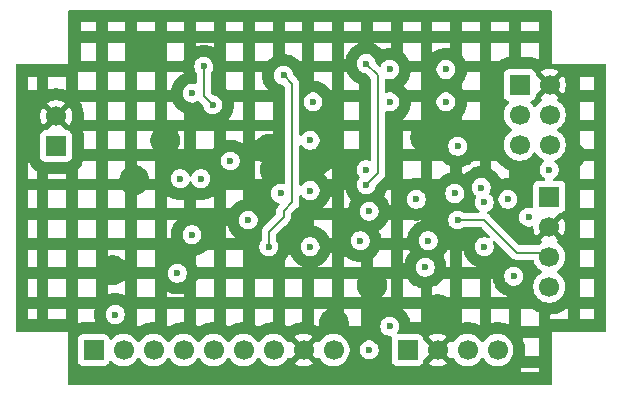
<source format=gbr>
%TF.GenerationSoftware,KiCad,Pcbnew,9.0.2*%
%TF.CreationDate,2025-09-17T22:50:59+05:45*%
%TF.ProjectId,MCU datalogger,4d435520-6461-4746-916c-6f676765722e,rev?*%
%TF.SameCoordinates,Original*%
%TF.FileFunction,Copper,L4,Bot*%
%TF.FilePolarity,Positive*%
%FSLAX46Y46*%
G04 Gerber Fmt 4.6, Leading zero omitted, Abs format (unit mm)*
G04 Created by KiCad (PCBNEW 9.0.2) date 2025-09-17 22:50:59*
%MOMM*%
%LPD*%
G01*
G04 APERTURE LIST*
%TA.AperFunction,ComponentPad*%
%ADD10R,1.700000X1.700000*%
%TD*%
%TA.AperFunction,ComponentPad*%
%ADD11C,1.700000*%
%TD*%
%TA.AperFunction,ViaPad*%
%ADD12C,0.600000*%
%TD*%
%TA.AperFunction,Conductor*%
%ADD13C,0.200000*%
%TD*%
G04 APERTURE END LIST*
D10*
%TO.P,BT1,1,+*%
%TO.N,Net-(BT1-+)*%
X1945250000Y-2097000000D03*
D11*
%TO.P,BT1,2,-*%
%TO.N,GND*%
X1945250000Y-2094460000D03*
%TD*%
D10*
%TO.P,J1,1,Pin_1*%
%TO.N,/VCC*%
X1987000000Y-2101280000D03*
D11*
%TO.P,J1,2,Pin_2*%
%TO.N,GND*%
X1987000000Y-2103820000D03*
%TO.P,J1,3,Pin_3*%
%TO.N,/SDA*%
X1987000000Y-2106360000D03*
%TO.P,J1,4,Pin_4*%
%TO.N,/SCK*%
X1987000000Y-2108900000D03*
%TD*%
D10*
%TO.P,J3,1,Pin_1*%
%TO.N,/D2*%
X1948420000Y-2114250000D03*
D11*
%TO.P,J3,2,Pin_2*%
%TO.N,/D3*%
X1950960000Y-2114250000D03*
%TO.P,J3,3,Pin_3*%
%TO.N,/D4*%
X1953500000Y-2114250000D03*
%TO.P,J3,4,Pin_4*%
%TO.N,/D5*%
X1956040000Y-2114250000D03*
%TO.P,J3,5,Pin_5*%
%TO.N,/D6*%
X1958580000Y-2114250000D03*
%TO.P,J3,6,Pin_6*%
%TO.N,/D7*%
X1961120000Y-2114250000D03*
%TO.P,J3,7,Pin_7*%
%TO.N,/D8*%
X1963660000Y-2114250000D03*
%TO.P,J3,8,Pin_8*%
%TO.N,GND*%
X1966200000Y-2114250000D03*
%TO.P,J3,9,Pin_9*%
%TO.N,/VCC*%
X1968740000Y-2114250000D03*
%TD*%
D10*
%TO.P,J4,1,Pin_1*%
%TO.N,/MISO*%
X1984500000Y-2091800000D03*
D11*
%TO.P,J4,2,Pin_2*%
%TO.N,GND*%
X1987040000Y-2091800000D03*
%TO.P,J4,3,Pin_3*%
%TO.N,/SCK*%
X1984500000Y-2094340000D03*
%TO.P,J4,4,Pin_4*%
%TO.N,/MOSI*%
X1987040000Y-2094340000D03*
%TO.P,J4,5,Pin_5*%
%TO.N,/RESET*%
X1984500000Y-2096880000D03*
%TO.P,J4,6,Pin_6*%
%TO.N,/VCC*%
X1987040000Y-2096880000D03*
%TD*%
D10*
%TO.P,J2,1,Pin_1*%
%TO.N,/VCC*%
X1975000000Y-2114250000D03*
D11*
%TO.P,J2,2,Pin_2*%
%TO.N,GND*%
X1977540000Y-2114250000D03*
%TO.P,J2,3,Pin_3*%
%TO.N,/RX*%
X1980080000Y-2114250000D03*
%TO.P,J2,4,Pin_4*%
%TO.N,/TX*%
X1982620000Y-2114250000D03*
%TD*%
D12*
%TO.N,Net-(BT1-+)*%
X1971500000Y-2100250000D03*
X1960000000Y-2098250000D03*
X1971500000Y-2090000000D03*
%TO.N,GND*%
X1963250000Y-2097250000D03*
X1963750000Y-2099000000D03*
X1967400000Y-2098150000D03*
X1950000000Y-2107500000D03*
X1976500000Y-2096250000D03*
X1968750000Y-2112000000D03*
X1977550000Y-2110800000D03*
X1988750000Y-2097750000D03*
X1972000000Y-2108750000D03*
X1953250000Y-2089000000D03*
X1951875000Y-2099875000D03*
X1954500000Y-2096500000D03*
%TO.N,/VCC*%
X1950250000Y-2111250000D03*
X1971750000Y-2114250000D03*
X1979000000Y-2101000000D03*
X1987000000Y-2099000000D03*
X1971000000Y-2105000000D03*
X1973500000Y-2112250000D03*
%TO.N,Net-(U3-PB6)*%
X1964250000Y-2101000000D03*
X1966750000Y-2105500000D03*
%TO.N,Net-(U3-PB7)*%
X1963250000Y-2105500000D03*
X1964500000Y-2091000000D03*
X1961500000Y-2103250000D03*
%TO.N,Net-(U3-AREF)*%
X1976500000Y-2107250000D03*
X1971500000Y-2099000000D03*
%TO.N,Net-(D1-A)*%
X1978250000Y-2090500000D03*
X1978250000Y-2093250000D03*
%TO.N,Net-(D2-K)*%
X1973500000Y-2093250000D03*
X1973500000Y-2090500000D03*
%TO.N,/SCK*%
X1966750000Y-2100750000D03*
X1966750000Y-2096500000D03*
X1958500000Y-2093500000D03*
X1971750000Y-2102500000D03*
X1984000000Y-2108000000D03*
X1956750000Y-2104500000D03*
X1979250000Y-2097000000D03*
X1976750000Y-2105000000D03*
X1955750000Y-2099750000D03*
X1975750000Y-2101500000D03*
X1957750000Y-2090250000D03*
%TO.N,/SDA*%
X1956750000Y-2092500000D03*
X1955500000Y-2107750000D03*
X1979250000Y-2103250000D03*
X1957500000Y-2099750000D03*
X1967000000Y-2093250000D03*
%TO.N,/RESET*%
X1981250000Y-2100500000D03*
%TO.N,/MOSI*%
X1981500000Y-2105500000D03*
X1985250000Y-2103000000D03*
%TO.N,/MISO*%
X1981500000Y-2101750000D03*
X1983500000Y-2101500000D03*
%TD*%
D13*
%TO.N,Net-(BT1-+)*%
X1972500000Y-2099250000D02*
X1972500000Y-2091000000D01*
X1971500000Y-2100250000D02*
X1972500000Y-2099250000D01*
X1972500000Y-2091000000D02*
X1971500000Y-2090000000D01*
%TO.N,Net-(U3-PB7)*%
X1964500000Y-2103000000D02*
X1964500000Y-2102500000D01*
X1963250000Y-2104250000D02*
X1964500000Y-2103000000D01*
X1965250000Y-2091750000D02*
X1964500000Y-2091000000D01*
X1964500000Y-2102500000D02*
X1965250000Y-2101750000D01*
X1965250000Y-2101750000D02*
X1965250000Y-2091750000D01*
X1963250000Y-2105500000D02*
X1963250000Y-2104250000D01*
%TO.N,/SCK*%
X1957750000Y-2092750000D02*
X1957750000Y-2090250000D01*
X1958500000Y-2093500000D02*
X1957750000Y-2092750000D01*
%TO.N,/SDA*%
X1979250000Y-2103250000D02*
X1981500000Y-2103250000D01*
X1981500000Y-2103250000D02*
X1984250000Y-2106000000D01*
X1986640000Y-2106000000D02*
X1987000000Y-2106360000D01*
X1984250000Y-2106000000D02*
X1986640000Y-2106000000D01*
%TD*%
%TA.AperFunction,Conductor*%
%TO.N,GND*%
G36*
X1986574075Y-2091992993D02*
G01*
X1986639901Y-2092107007D01*
X1986732993Y-2092200099D01*
X1986847007Y-2092265925D01*
X1986910590Y-2092282962D01*
X1986278282Y-2092915269D01*
X1986278282Y-2092915270D01*
X1986332452Y-2092954626D01*
X1986332451Y-2092954626D01*
X1986341495Y-2092959234D01*
X1986392292Y-2093007208D01*
X1986409087Y-2093075029D01*
X1986386550Y-2093141164D01*
X1986341499Y-2093180202D01*
X1986332182Y-2093184949D01*
X1986160213Y-2093309890D01*
X1986009890Y-2093460213D01*
X1985884949Y-2093632182D01*
X1985880484Y-2093640946D01*
X1985832509Y-2093691742D01*
X1985764688Y-2093708536D01*
X1985698553Y-2093685998D01*
X1985659516Y-2093640946D01*
X1985655050Y-2093632182D01*
X1985530109Y-2093460213D01*
X1985416569Y-2093346673D01*
X1985383084Y-2093285350D01*
X1985388068Y-2093215658D01*
X1985429940Y-2093159725D01*
X1985460915Y-2093142810D01*
X1985592331Y-2093093796D01*
X1985707546Y-2093007546D01*
X1985793796Y-2092892331D01*
X1985844091Y-2092757483D01*
X1985850500Y-2092697873D01*
X1985850499Y-2092687312D01*
X1985870179Y-2092620275D01*
X1985886818Y-2092599626D01*
X1986557036Y-2091929407D01*
X1986574075Y-2091992993D01*
G37*
%TD.AperFunction*%
%TA.AperFunction,Conductor*%
G36*
X1987193039Y-2085520185D02*
G01*
X1987238794Y-2085572989D01*
X1987250000Y-2085624500D01*
X1987250000Y-2090000000D01*
X1991675500Y-2090000000D01*
X1991742539Y-2090019685D01*
X1991788294Y-2090072489D01*
X1991799500Y-2090124000D01*
X1991799500Y-2112626000D01*
X1991779815Y-2112693039D01*
X1991727011Y-2112738794D01*
X1991675500Y-2112750000D01*
X1987250000Y-2112750000D01*
X1987250000Y-2117125500D01*
X1987230315Y-2117192539D01*
X1987177511Y-2117238294D01*
X1987126000Y-2117249500D01*
X1946374000Y-2117249500D01*
X1946306961Y-2117229815D01*
X1946261206Y-2117177011D01*
X1946250000Y-2117125500D01*
X1946250000Y-2116142146D01*
X1984598500Y-2116142146D01*
X1986100500Y-2116132987D01*
X1986100500Y-2115748500D01*
X1984598500Y-2115748500D01*
X1984598500Y-2116142146D01*
X1946250000Y-2116142146D01*
X1946250000Y-2113352135D01*
X1947069500Y-2113352135D01*
X1947069500Y-2115147870D01*
X1947069501Y-2115147876D01*
X1947075908Y-2115207483D01*
X1947126202Y-2115342328D01*
X1947126206Y-2115342335D01*
X1947212452Y-2115457544D01*
X1947212455Y-2115457547D01*
X1947327664Y-2115543793D01*
X1947327671Y-2115543797D01*
X1947462517Y-2115594091D01*
X1947462516Y-2115594091D01*
X1947469444Y-2115594835D01*
X1947522127Y-2115600500D01*
X1949317872Y-2115600499D01*
X1949377483Y-2115594091D01*
X1949512331Y-2115543796D01*
X1949627546Y-2115457546D01*
X1949713796Y-2115342331D01*
X1949762810Y-2115210916D01*
X1949804681Y-2115154984D01*
X1949870145Y-2115130566D01*
X1949938418Y-2115145417D01*
X1949966673Y-2115166569D01*
X1950080213Y-2115280109D01*
X1950252179Y-2115405048D01*
X1950252181Y-2115405049D01*
X1950252184Y-2115405051D01*
X1950441588Y-2115501557D01*
X1950643757Y-2115567246D01*
X1950853713Y-2115600500D01*
X1950853714Y-2115600500D01*
X1951066286Y-2115600500D01*
X1951066287Y-2115600500D01*
X1951276243Y-2115567246D01*
X1951478412Y-2115501557D01*
X1951667816Y-2115405051D01*
X1951722572Y-2115365269D01*
X1951839786Y-2115280109D01*
X1951839788Y-2115280106D01*
X1951839792Y-2115280104D01*
X1951990104Y-2115129792D01*
X1951990106Y-2115129788D01*
X1951990109Y-2115129786D01*
X1952113902Y-2114959397D01*
X1952115051Y-2114957816D01*
X1952119514Y-2114949054D01*
X1952167488Y-2114898259D01*
X1952235308Y-2114881463D01*
X1952301444Y-2114903999D01*
X1952340486Y-2114949056D01*
X1952344951Y-2114957820D01*
X1952469890Y-2115129786D01*
X1952620213Y-2115280109D01*
X1952792179Y-2115405048D01*
X1952792181Y-2115405049D01*
X1952792184Y-2115405051D01*
X1952981588Y-2115501557D01*
X1953183757Y-2115567246D01*
X1953393713Y-2115600500D01*
X1953393714Y-2115600500D01*
X1953606286Y-2115600500D01*
X1953606287Y-2115600500D01*
X1953816243Y-2115567246D01*
X1954018412Y-2115501557D01*
X1954207816Y-2115405051D01*
X1954262572Y-2115365269D01*
X1954379786Y-2115280109D01*
X1954379788Y-2115280106D01*
X1954379792Y-2115280104D01*
X1954530104Y-2115129792D01*
X1954530106Y-2115129788D01*
X1954530109Y-2115129786D01*
X1954653902Y-2114959397D01*
X1954655051Y-2114957816D01*
X1954659514Y-2114949054D01*
X1954707488Y-2114898259D01*
X1954775308Y-2114881463D01*
X1954841444Y-2114903999D01*
X1954880486Y-2114949056D01*
X1954884951Y-2114957820D01*
X1955009890Y-2115129786D01*
X1955160213Y-2115280109D01*
X1955332179Y-2115405048D01*
X1955332181Y-2115405049D01*
X1955332184Y-2115405051D01*
X1955521588Y-2115501557D01*
X1955723757Y-2115567246D01*
X1955933713Y-2115600500D01*
X1955933714Y-2115600500D01*
X1956146286Y-2115600500D01*
X1956146287Y-2115600500D01*
X1956356243Y-2115567246D01*
X1956558412Y-2115501557D01*
X1956747816Y-2115405051D01*
X1956802572Y-2115365269D01*
X1956919786Y-2115280109D01*
X1956919788Y-2115280106D01*
X1956919792Y-2115280104D01*
X1957070104Y-2115129792D01*
X1957070106Y-2115129788D01*
X1957070109Y-2115129786D01*
X1957193902Y-2114959397D01*
X1957195051Y-2114957816D01*
X1957199514Y-2114949054D01*
X1957247488Y-2114898259D01*
X1957315308Y-2114881463D01*
X1957381444Y-2114903999D01*
X1957420486Y-2114949056D01*
X1957424951Y-2114957820D01*
X1957549890Y-2115129786D01*
X1957700213Y-2115280109D01*
X1957872179Y-2115405048D01*
X1957872181Y-2115405049D01*
X1957872184Y-2115405051D01*
X1958061588Y-2115501557D01*
X1958263757Y-2115567246D01*
X1958473713Y-2115600500D01*
X1958473714Y-2115600500D01*
X1958686286Y-2115600500D01*
X1958686287Y-2115600500D01*
X1958896243Y-2115567246D01*
X1959098412Y-2115501557D01*
X1959287816Y-2115405051D01*
X1959342572Y-2115365269D01*
X1959459786Y-2115280109D01*
X1959459788Y-2115280106D01*
X1959459792Y-2115280104D01*
X1959610104Y-2115129792D01*
X1959610106Y-2115129788D01*
X1959610109Y-2115129786D01*
X1959733902Y-2114959397D01*
X1959735051Y-2114957816D01*
X1959739514Y-2114949054D01*
X1959787488Y-2114898259D01*
X1959855308Y-2114881463D01*
X1959921444Y-2114903999D01*
X1959960486Y-2114949056D01*
X1959964951Y-2114957820D01*
X1960089890Y-2115129786D01*
X1960240213Y-2115280109D01*
X1960412179Y-2115405048D01*
X1960412181Y-2115405049D01*
X1960412184Y-2115405051D01*
X1960601588Y-2115501557D01*
X1960803757Y-2115567246D01*
X1961013713Y-2115600500D01*
X1961013714Y-2115600500D01*
X1961226286Y-2115600500D01*
X1961226287Y-2115600500D01*
X1961436243Y-2115567246D01*
X1961638412Y-2115501557D01*
X1961827816Y-2115405051D01*
X1961882572Y-2115365269D01*
X1961999786Y-2115280109D01*
X1961999788Y-2115280106D01*
X1961999792Y-2115280104D01*
X1962150104Y-2115129792D01*
X1962150106Y-2115129788D01*
X1962150109Y-2115129786D01*
X1962273902Y-2114959397D01*
X1962275051Y-2114957816D01*
X1962279514Y-2114949054D01*
X1962327488Y-2114898259D01*
X1962395308Y-2114881463D01*
X1962461444Y-2114903999D01*
X1962500486Y-2114949056D01*
X1962504951Y-2114957820D01*
X1962629890Y-2115129786D01*
X1962780213Y-2115280109D01*
X1962952179Y-2115405048D01*
X1962952181Y-2115405049D01*
X1962952184Y-2115405051D01*
X1963141588Y-2115501557D01*
X1963343757Y-2115567246D01*
X1963553713Y-2115600500D01*
X1963553714Y-2115600500D01*
X1963766286Y-2115600500D01*
X1963766287Y-2115600500D01*
X1963976243Y-2115567246D01*
X1964178412Y-2115501557D01*
X1964367816Y-2115405051D01*
X1964422572Y-2115365269D01*
X1964539786Y-2115280109D01*
X1964539788Y-2115280106D01*
X1964539792Y-2115280104D01*
X1964690104Y-2115129792D01*
X1964690106Y-2115129788D01*
X1964690109Y-2115129786D01*
X1964770063Y-2115019737D01*
X1964815051Y-2114957816D01*
X1964819793Y-2114948508D01*
X1964867763Y-2114897711D01*
X1964935583Y-2114880911D01*
X1965001719Y-2114903445D01*
X1965040763Y-2114948500D01*
X1965045373Y-2114957547D01*
X1965084728Y-2115011716D01*
X1965717037Y-2114379408D01*
X1965734075Y-2114442993D01*
X1965799901Y-2114557007D01*
X1965892993Y-2114650099D01*
X1966007007Y-2114715925D01*
X1966070590Y-2114732962D01*
X1965438282Y-2115365269D01*
X1965438282Y-2115365270D01*
X1965492449Y-2115404624D01*
X1965681782Y-2115501095D01*
X1965883870Y-2115566757D01*
X1966093754Y-2115600000D01*
X1966306246Y-2115600000D01*
X1966516127Y-2115566757D01*
X1966516130Y-2115566757D01*
X1966718217Y-2115501095D01*
X1966907554Y-2115404622D01*
X1966961716Y-2115365270D01*
X1966961717Y-2115365270D01*
X1966329408Y-2114732962D01*
X1966392993Y-2114715925D01*
X1966507007Y-2114650099D01*
X1966600099Y-2114557007D01*
X1966665925Y-2114442993D01*
X1966682962Y-2114379408D01*
X1967315270Y-2115011717D01*
X1967315270Y-2115011716D01*
X1967354622Y-2114957555D01*
X1967359232Y-2114948507D01*
X1967407205Y-2114897709D01*
X1967475025Y-2114880912D01*
X1967541161Y-2114903447D01*
X1967580204Y-2114948504D01*
X1967584949Y-2114957817D01*
X1967709890Y-2115129786D01*
X1967860213Y-2115280109D01*
X1968032179Y-2115405048D01*
X1968032181Y-2115405049D01*
X1968032184Y-2115405051D01*
X1968221588Y-2115501557D01*
X1968423757Y-2115567246D01*
X1968633713Y-2115600500D01*
X1968633714Y-2115600500D01*
X1968846286Y-2115600500D01*
X1968846287Y-2115600500D01*
X1969056243Y-2115567246D01*
X1969258412Y-2115501557D01*
X1969447816Y-2115405051D01*
X1969502572Y-2115365269D01*
X1969619786Y-2115280109D01*
X1969619788Y-2115280106D01*
X1969619792Y-2115280104D01*
X1969770104Y-2115129792D01*
X1969770106Y-2115129788D01*
X1969770109Y-2115129786D01*
X1969893902Y-2114959397D01*
X1969895051Y-2114957816D01*
X1969991557Y-2114768412D01*
X1970057246Y-2114566243D01*
X1970090500Y-2114356287D01*
X1970090500Y-2114171153D01*
X1970949500Y-2114171153D01*
X1970949500Y-2114328846D01*
X1970980261Y-2114483489D01*
X1970980264Y-2114483501D01*
X1971040602Y-2114629172D01*
X1971040609Y-2114629185D01*
X1971128210Y-2114760288D01*
X1971128213Y-2114760292D01*
X1971239707Y-2114871786D01*
X1971239711Y-2114871789D01*
X1971370814Y-2114959390D01*
X1971370827Y-2114959397D01*
X1971497138Y-2115011716D01*
X1971516503Y-2115019737D01*
X1971666764Y-2115049626D01*
X1971671153Y-2115050499D01*
X1971671156Y-2115050500D01*
X1971671158Y-2115050500D01*
X1971828844Y-2115050500D01*
X1971828845Y-2115050499D01*
X1971983497Y-2115019737D01*
X1972129179Y-2114959394D01*
X1972260289Y-2114871789D01*
X1972371789Y-2114760289D01*
X1972459394Y-2114629179D01*
X1972519737Y-2114483497D01*
X1972550500Y-2114328842D01*
X1972550500Y-2114171158D01*
X1972550500Y-2114171155D01*
X1972550499Y-2114171153D01*
X1972540171Y-2114119231D01*
X1972519737Y-2114016503D01*
X1972491984Y-2113949500D01*
X1972459397Y-2113870827D01*
X1972459390Y-2113870814D01*
X1972371789Y-2113739711D01*
X1972371786Y-2113739707D01*
X1972260292Y-2113628213D01*
X1972260288Y-2113628210D01*
X1972129185Y-2113540609D01*
X1972129172Y-2113540602D01*
X1971983501Y-2113480264D01*
X1971983489Y-2113480261D01*
X1971828845Y-2113449500D01*
X1971828842Y-2113449500D01*
X1971671158Y-2113449500D01*
X1971671155Y-2113449500D01*
X1971516510Y-2113480261D01*
X1971516498Y-2113480264D01*
X1971370827Y-2113540602D01*
X1971370814Y-2113540609D01*
X1971239711Y-2113628210D01*
X1971239707Y-2113628213D01*
X1971128213Y-2113739707D01*
X1971128210Y-2113739711D01*
X1971040609Y-2113870814D01*
X1971040602Y-2113870827D01*
X1970980264Y-2114016498D01*
X1970980261Y-2114016510D01*
X1970949500Y-2114171153D01*
X1970090500Y-2114171153D01*
X1970090500Y-2114143713D01*
X1970057246Y-2113933757D01*
X1969991557Y-2113731588D01*
X1969895051Y-2113542184D01*
X1969895049Y-2113542181D01*
X1969895048Y-2113542179D01*
X1969770109Y-2113370213D01*
X1969619786Y-2113219890D01*
X1969447820Y-2113094951D01*
X1969258414Y-2112998444D01*
X1969258413Y-2112998443D01*
X1969258412Y-2112998443D01*
X1969056243Y-2112932754D01*
X1969056241Y-2112932753D01*
X1969056240Y-2112932753D01*
X1968894957Y-2112907208D01*
X1968846287Y-2112899500D01*
X1968633713Y-2112899500D01*
X1968585042Y-2112907208D01*
X1968423760Y-2112932753D01*
X1968221585Y-2112998444D01*
X1968032179Y-2113094951D01*
X1967860213Y-2113219890D01*
X1967709890Y-2113370213D01*
X1967584949Y-2113542182D01*
X1967580202Y-2113551499D01*
X1967532227Y-2113602293D01*
X1967464405Y-2113619087D01*
X1967398271Y-2113596548D01*
X1967359234Y-2113551495D01*
X1967354626Y-2113542452D01*
X1967315270Y-2113488282D01*
X1967315269Y-2113488282D01*
X1966682962Y-2114120590D01*
X1966665925Y-2114057007D01*
X1966600099Y-2113942993D01*
X1966507007Y-2113849901D01*
X1966392993Y-2113784075D01*
X1966329409Y-2113767037D01*
X1966961716Y-2113134728D01*
X1966907550Y-2113095375D01*
X1966718217Y-2112998904D01*
X1966516129Y-2112933242D01*
X1966306246Y-2112900000D01*
X1966093754Y-2112900000D01*
X1965883872Y-2112933242D01*
X1965883869Y-2112933242D01*
X1965681782Y-2112998904D01*
X1965492439Y-2113095380D01*
X1965438282Y-2113134727D01*
X1965438282Y-2113134728D01*
X1966070591Y-2113767037D01*
X1966007007Y-2113784075D01*
X1965892993Y-2113849901D01*
X1965799901Y-2113942993D01*
X1965734075Y-2114057007D01*
X1965717037Y-2114120590D01*
X1965084728Y-2113488282D01*
X1965084727Y-2113488282D01*
X1965045380Y-2113542440D01*
X1965045376Y-2113542446D01*
X1965040760Y-2113551505D01*
X1964992781Y-2113602297D01*
X1964924959Y-2113619087D01*
X1964858826Y-2113596543D01*
X1964819794Y-2113551493D01*
X1964815051Y-2113542184D01*
X1964815049Y-2113542181D01*
X1964815048Y-2113542179D01*
X1964690109Y-2113370213D01*
X1964539786Y-2113219890D01*
X1964367820Y-2113094951D01*
X1964178414Y-2112998444D01*
X1964178413Y-2112998443D01*
X1964178412Y-2112998443D01*
X1963976243Y-2112932754D01*
X1963976241Y-2112932753D01*
X1963976240Y-2112932753D01*
X1963814957Y-2112907208D01*
X1963766287Y-2112899500D01*
X1963553713Y-2112899500D01*
X1963505042Y-2112907208D01*
X1963343760Y-2112932753D01*
X1963141585Y-2112998444D01*
X1962952179Y-2113094951D01*
X1962780213Y-2113219890D01*
X1962629890Y-2113370213D01*
X1962504949Y-2113542182D01*
X1962500484Y-2113550946D01*
X1962452509Y-2113601742D01*
X1962384688Y-2113618536D01*
X1962318553Y-2113595998D01*
X1962279516Y-2113550946D01*
X1962275050Y-2113542182D01*
X1962150109Y-2113370213D01*
X1961999786Y-2113219890D01*
X1961827820Y-2113094951D01*
X1961638414Y-2112998444D01*
X1961638413Y-2112998443D01*
X1961638412Y-2112998443D01*
X1961436243Y-2112932754D01*
X1961436241Y-2112932753D01*
X1961436240Y-2112932753D01*
X1961274957Y-2112907208D01*
X1961226287Y-2112899500D01*
X1961013713Y-2112899500D01*
X1960965042Y-2112907208D01*
X1960803760Y-2112932753D01*
X1960601585Y-2112998444D01*
X1960412179Y-2113094951D01*
X1960240213Y-2113219890D01*
X1960089890Y-2113370213D01*
X1959964949Y-2113542182D01*
X1959960484Y-2113550946D01*
X1959912509Y-2113601742D01*
X1959844688Y-2113618536D01*
X1959778553Y-2113595998D01*
X1959739516Y-2113550946D01*
X1959735050Y-2113542182D01*
X1959610109Y-2113370213D01*
X1959459786Y-2113219890D01*
X1959287820Y-2113094951D01*
X1959098414Y-2112998444D01*
X1959098413Y-2112998443D01*
X1959098412Y-2112998443D01*
X1958896243Y-2112932754D01*
X1958896241Y-2112932753D01*
X1958896240Y-2112932753D01*
X1958734957Y-2112907208D01*
X1958686287Y-2112899500D01*
X1958473713Y-2112899500D01*
X1958425042Y-2112907208D01*
X1958263760Y-2112932753D01*
X1958061585Y-2112998444D01*
X1957872179Y-2113094951D01*
X1957700213Y-2113219890D01*
X1957549890Y-2113370213D01*
X1957424949Y-2113542182D01*
X1957420484Y-2113550946D01*
X1957372509Y-2113601742D01*
X1957304688Y-2113618536D01*
X1957238553Y-2113595998D01*
X1957199516Y-2113550946D01*
X1957195050Y-2113542182D01*
X1957070109Y-2113370213D01*
X1956919786Y-2113219890D01*
X1956747820Y-2113094951D01*
X1956558414Y-2112998444D01*
X1956558413Y-2112998443D01*
X1956558412Y-2112998443D01*
X1956356243Y-2112932754D01*
X1956356241Y-2112932753D01*
X1956356240Y-2112932753D01*
X1956194957Y-2112907208D01*
X1956146287Y-2112899500D01*
X1955933713Y-2112899500D01*
X1955885042Y-2112907208D01*
X1955723760Y-2112932753D01*
X1955521585Y-2112998444D01*
X1955332179Y-2113094951D01*
X1955160213Y-2113219890D01*
X1955009890Y-2113370213D01*
X1954884949Y-2113542182D01*
X1954880484Y-2113550946D01*
X1954832509Y-2113601742D01*
X1954764688Y-2113618536D01*
X1954698553Y-2113595998D01*
X1954659516Y-2113550946D01*
X1954655050Y-2113542182D01*
X1954530109Y-2113370213D01*
X1954379786Y-2113219890D01*
X1954207820Y-2113094951D01*
X1954018414Y-2112998444D01*
X1954018413Y-2112998443D01*
X1954018412Y-2112998443D01*
X1953816243Y-2112932754D01*
X1953816241Y-2112932753D01*
X1953816240Y-2112932753D01*
X1953654957Y-2112907208D01*
X1953606287Y-2112899500D01*
X1953393713Y-2112899500D01*
X1953345042Y-2112907208D01*
X1953183760Y-2112932753D01*
X1952981585Y-2112998444D01*
X1952792179Y-2113094951D01*
X1952620213Y-2113219890D01*
X1952469890Y-2113370213D01*
X1952344949Y-2113542182D01*
X1952340484Y-2113550946D01*
X1952292509Y-2113601742D01*
X1952224688Y-2113618536D01*
X1952158553Y-2113595998D01*
X1952119516Y-2113550946D01*
X1952115050Y-2113542182D01*
X1951990109Y-2113370213D01*
X1951839786Y-2113219890D01*
X1951667820Y-2113094951D01*
X1951478414Y-2112998444D01*
X1951478413Y-2112998443D01*
X1951478412Y-2112998443D01*
X1951276243Y-2112932754D01*
X1951276241Y-2112932753D01*
X1951276240Y-2112932753D01*
X1951114957Y-2112907208D01*
X1951066287Y-2112899500D01*
X1950853713Y-2112899500D01*
X1950805042Y-2112907208D01*
X1950643760Y-2112932753D01*
X1950441585Y-2112998444D01*
X1950252179Y-2113094951D01*
X1950080215Y-2113219889D01*
X1949966673Y-2113333431D01*
X1949905350Y-2113366915D01*
X1949835658Y-2113361931D01*
X1949779725Y-2113320059D01*
X1949762810Y-2113289082D01*
X1949713797Y-2113157671D01*
X1949713793Y-2113157664D01*
X1949627547Y-2113042455D01*
X1949627544Y-2113042452D01*
X1949512335Y-2112956206D01*
X1949512328Y-2112956202D01*
X1949377482Y-2112905908D01*
X1949377483Y-2112905908D01*
X1949317883Y-2112899501D01*
X1949317881Y-2112899500D01*
X1949317873Y-2112899500D01*
X1949317864Y-2112899500D01*
X1947522129Y-2112899500D01*
X1947522123Y-2112899501D01*
X1947462516Y-2112905908D01*
X1947327671Y-2112956202D01*
X1947327664Y-2112956206D01*
X1947212455Y-2113042452D01*
X1947212452Y-2113042455D01*
X1947126206Y-2113157664D01*
X1947126202Y-2113157671D01*
X1947075908Y-2113292517D01*
X1947071706Y-2113331608D01*
X1947069501Y-2113352123D01*
X1947069500Y-2113352135D01*
X1946250000Y-2113352135D01*
X1946250000Y-2112750000D01*
X1941974500Y-2112750000D01*
X1941907461Y-2112730315D01*
X1941861706Y-2112677511D01*
X1941850500Y-2112626000D01*
X1941850500Y-2112194311D01*
X1952098500Y-2112194311D01*
X1952138361Y-2112214622D01*
X1952142654Y-2112216917D01*
X1952168350Y-2112231307D01*
X1952172550Y-2112233769D01*
X1952199853Y-2112250500D01*
X1952260147Y-2112250500D01*
X1952287450Y-2112233769D01*
X1952291650Y-2112231307D01*
X1952317346Y-2112216917D01*
X1952321639Y-2112214622D01*
X1952401502Y-2112173930D01*
X1954598500Y-2112173930D01*
X1954678361Y-2112214622D01*
X1954682654Y-2112216917D01*
X1954708350Y-2112231307D01*
X1954712550Y-2112233769D01*
X1954739853Y-2112250500D01*
X1954800147Y-2112250500D01*
X1954827450Y-2112233769D01*
X1954831650Y-2112231307D01*
X1954857346Y-2112216917D01*
X1954861639Y-2112214622D01*
X1954981501Y-2112153549D01*
X1957098500Y-2112153549D01*
X1957218361Y-2112214622D01*
X1957222654Y-2112216917D01*
X1957248350Y-2112231307D01*
X1957252550Y-2112233769D01*
X1957279853Y-2112250500D01*
X1957340147Y-2112250500D01*
X1957367450Y-2112233769D01*
X1957371650Y-2112231307D01*
X1957397346Y-2112216917D01*
X1957401639Y-2112214622D01*
X1957561501Y-2112133168D01*
X1959598500Y-2112133168D01*
X1959758361Y-2112214622D01*
X1959762654Y-2112216917D01*
X1959788350Y-2112231307D01*
X1959792550Y-2112233769D01*
X1959819853Y-2112250500D01*
X1959880147Y-2112250500D01*
X1959907450Y-2112233769D01*
X1959911650Y-2112231307D01*
X1959937346Y-2112216917D01*
X1959941639Y-2112214622D01*
X1960141501Y-2112112787D01*
X1962098500Y-2112112787D01*
X1962298361Y-2112214622D01*
X1962302654Y-2112216917D01*
X1962328350Y-2112231307D01*
X1962332550Y-2112233769D01*
X1962359853Y-2112250500D01*
X1962420147Y-2112250500D01*
X1962447450Y-2112233769D01*
X1962451650Y-2112231307D01*
X1962477346Y-2112216917D01*
X1962481639Y-2112214622D01*
X1962705981Y-2112100314D01*
X1962710364Y-2112098189D01*
X1962721501Y-2112093055D01*
X1964598500Y-2112093055D01*
X1964609636Y-2112098189D01*
X1964614019Y-2112100314D01*
X1964838361Y-2112214622D01*
X1964842654Y-2112216917D01*
X1964868350Y-2112231307D01*
X1964872550Y-2112233769D01*
X1964899853Y-2112250500D01*
X1964961105Y-2112250500D01*
X1964987765Y-2112234167D01*
X1964991956Y-2112231710D01*
X1965017622Y-2112217337D01*
X1965021914Y-2112215043D01*
X1965246154Y-2112100786D01*
X1965250532Y-2112098663D01*
X1965277276Y-2112086333D01*
X1965281739Y-2112084380D01*
X1965301499Y-2112076195D01*
X1967098500Y-2112076195D01*
X1967118261Y-2112084381D01*
X1967122719Y-2112086331D01*
X1967149463Y-2112098660D01*
X1967153846Y-2112100786D01*
X1967378110Y-2112215056D01*
X1967382405Y-2112217352D01*
X1967408117Y-2112231752D01*
X1967412319Y-2112234215D01*
X1967438892Y-2112250500D01*
X1967499795Y-2112250500D01*
X1967477527Y-2112109905D01*
X1967476000Y-2112090507D01*
X1967476000Y-2111909493D01*
X1967477527Y-2111890095D01*
X1967505844Y-2111711310D01*
X1967510386Y-2111692390D01*
X1967566322Y-2111520235D01*
X1967573768Y-2111502258D01*
X1967655947Y-2111340974D01*
X1967666114Y-2111324384D01*
X1967772511Y-2111177940D01*
X1967785148Y-2111163144D01*
X1967901500Y-2111046792D01*
X1969598500Y-2111046792D01*
X1969714852Y-2111163144D01*
X1969727489Y-2111177940D01*
X1969833886Y-2111324384D01*
X1969844053Y-2111340974D01*
X1969926232Y-2111502258D01*
X1969933678Y-2111520235D01*
X1969989614Y-2111692390D01*
X1969994156Y-2111711310D01*
X1970022473Y-2111890095D01*
X1970024000Y-2111909493D01*
X1970024000Y-2112090507D01*
X1970022473Y-2112109905D01*
X1970000205Y-2112250500D01*
X1971100500Y-2112250500D01*
X1971100500Y-2112171153D01*
X1972699500Y-2112171153D01*
X1972699500Y-2112328846D01*
X1972730261Y-2112483489D01*
X1972730264Y-2112483501D01*
X1972790602Y-2112629172D01*
X1972790609Y-2112629185D01*
X1972878210Y-2112760288D01*
X1972878213Y-2112760292D01*
X1972989707Y-2112871786D01*
X1972989711Y-2112871789D01*
X1973120814Y-2112959390D01*
X1973120827Y-2112959397D01*
X1973216207Y-2112998904D01*
X1973266503Y-2113019737D01*
X1973421153Y-2113050499D01*
X1973421156Y-2113050500D01*
X1973567582Y-2113050500D01*
X1973634621Y-2113070185D01*
X1973680376Y-2113122989D01*
X1973690320Y-2113192147D01*
X1973683764Y-2113217833D01*
X1973655908Y-2113292517D01*
X1973651706Y-2113331608D01*
X1973649501Y-2113352123D01*
X1973649500Y-2113352135D01*
X1973649500Y-2115147870D01*
X1973649501Y-2115147876D01*
X1973655908Y-2115207483D01*
X1973706202Y-2115342328D01*
X1973706206Y-2115342335D01*
X1973792452Y-2115457544D01*
X1973792455Y-2115457547D01*
X1973907664Y-2115543793D01*
X1973907671Y-2115543797D01*
X1974042517Y-2115594091D01*
X1974042516Y-2115594091D01*
X1974049444Y-2115594835D01*
X1974102127Y-2115600500D01*
X1975897872Y-2115600499D01*
X1975957483Y-2115594091D01*
X1976092331Y-2115543796D01*
X1976207546Y-2115457546D01*
X1976293796Y-2115342331D01*
X1976344091Y-2115207483D01*
X1976350500Y-2115147873D01*
X1976350499Y-2115137312D01*
X1976370179Y-2115070275D01*
X1976386818Y-2115049626D01*
X1977057037Y-2114379408D01*
X1977074075Y-2114442993D01*
X1977139901Y-2114557007D01*
X1977232993Y-2114650099D01*
X1977347007Y-2114715925D01*
X1977410590Y-2114732962D01*
X1976778282Y-2115365269D01*
X1976778282Y-2115365270D01*
X1976832449Y-2115404624D01*
X1977021782Y-2115501095D01*
X1977223870Y-2115566757D01*
X1977433754Y-2115600000D01*
X1977646246Y-2115600000D01*
X1977856127Y-2115566757D01*
X1977856130Y-2115566757D01*
X1978058217Y-2115501095D01*
X1978247554Y-2115404622D01*
X1978301716Y-2115365270D01*
X1978301717Y-2115365270D01*
X1977669408Y-2114732962D01*
X1977732993Y-2114715925D01*
X1977847007Y-2114650099D01*
X1977940099Y-2114557007D01*
X1978005925Y-2114442993D01*
X1978022962Y-2114379408D01*
X1978655270Y-2115011717D01*
X1978655270Y-2115011716D01*
X1978694622Y-2114957555D01*
X1978699232Y-2114948507D01*
X1978747205Y-2114897709D01*
X1978815025Y-2114880912D01*
X1978881161Y-2114903447D01*
X1978920204Y-2114948504D01*
X1978924949Y-2114957817D01*
X1979049890Y-2115129786D01*
X1979200213Y-2115280109D01*
X1979372179Y-2115405048D01*
X1979372181Y-2115405049D01*
X1979372184Y-2115405051D01*
X1979561588Y-2115501557D01*
X1979763757Y-2115567246D01*
X1979973713Y-2115600500D01*
X1979973714Y-2115600500D01*
X1980186286Y-2115600500D01*
X1980186287Y-2115600500D01*
X1980396243Y-2115567246D01*
X1980598412Y-2115501557D01*
X1980787816Y-2115405051D01*
X1980842572Y-2115365269D01*
X1980959786Y-2115280109D01*
X1980959788Y-2115280106D01*
X1980959792Y-2115280104D01*
X1981110104Y-2115129792D01*
X1981110106Y-2115129788D01*
X1981110109Y-2115129786D01*
X1981233902Y-2114959397D01*
X1981235051Y-2114957816D01*
X1981239514Y-2114949054D01*
X1981287488Y-2114898259D01*
X1981355308Y-2114881463D01*
X1981421444Y-2114903999D01*
X1981460486Y-2114949056D01*
X1981464951Y-2114957820D01*
X1981589890Y-2115129786D01*
X1981740213Y-2115280109D01*
X1981912179Y-2115405048D01*
X1981912181Y-2115405049D01*
X1981912184Y-2115405051D01*
X1982101588Y-2115501557D01*
X1982303757Y-2115567246D01*
X1982513713Y-2115600500D01*
X1982513714Y-2115600500D01*
X1982726286Y-2115600500D01*
X1982726287Y-2115600500D01*
X1982936243Y-2115567246D01*
X1983138412Y-2115501557D01*
X1983327816Y-2115405051D01*
X1983382572Y-2115365269D01*
X1983499786Y-2115280109D01*
X1983499788Y-2115280106D01*
X1983499792Y-2115280104D01*
X1983650104Y-2115129792D01*
X1983650106Y-2115129788D01*
X1983650109Y-2115129786D01*
X1983773902Y-2114959397D01*
X1983775051Y-2114957816D01*
X1983871557Y-2114768412D01*
X1983937246Y-2114566243D01*
X1983970500Y-2114356287D01*
X1983970500Y-2114143713D01*
X1983937246Y-2113933757D01*
X1983871557Y-2113731588D01*
X1983775051Y-2113542184D01*
X1983775049Y-2113542181D01*
X1983775048Y-2113542179D01*
X1983650109Y-2113370213D01*
X1983528396Y-2113248500D01*
X1984745493Y-2113248500D01*
X1984769686Y-2113295981D01*
X1984771811Y-2113300364D01*
X1984784154Y-2113327139D01*
X1984786109Y-2113331608D01*
X1984801107Y-2113367825D01*
X1984802879Y-2113372353D01*
X1984813064Y-2113399963D01*
X1984814658Y-2113404560D01*
X1984892455Y-2113643993D01*
X1984893869Y-2113648653D01*
X1984901862Y-2113676995D01*
X1984903089Y-2113681700D01*
X1984912242Y-2113719817D01*
X1984913287Y-2113724577D01*
X1984919036Y-2113753477D01*
X1984919892Y-2113758272D01*
X1984959277Y-2114006941D01*
X1984959944Y-2114011764D01*
X1984963404Y-2114040997D01*
X1984963881Y-2114045835D01*
X1984966959Y-2114084914D01*
X1984967246Y-2114089779D01*
X1984968404Y-2114119231D01*
X1984968500Y-2114124103D01*
X1984968500Y-2114375897D01*
X1984968404Y-2114380769D01*
X1984967246Y-2114410221D01*
X1984966959Y-2114415086D01*
X1984963881Y-2114454165D01*
X1984963404Y-2114459003D01*
X1984959944Y-2114488236D01*
X1984959277Y-2114493059D01*
X1984919892Y-2114741728D01*
X1984919036Y-2114746523D01*
X1984918245Y-2114750500D01*
X1986100500Y-2114750500D01*
X1986100500Y-2113248500D01*
X1984745493Y-2113248500D01*
X1983528396Y-2113248500D01*
X1983499786Y-2113219890D01*
X1983327820Y-2113094951D01*
X1983138414Y-2112998444D01*
X1983138413Y-2112998443D01*
X1983138412Y-2112998443D01*
X1982936243Y-2112932754D01*
X1982936241Y-2112932753D01*
X1982936240Y-2112932753D01*
X1982774957Y-2112907208D01*
X1982726287Y-2112899500D01*
X1982513713Y-2112899500D01*
X1982465042Y-2112907208D01*
X1982303760Y-2112932753D01*
X1982101585Y-2112998444D01*
X1981912179Y-2113094951D01*
X1981740213Y-2113219890D01*
X1981589890Y-2113370213D01*
X1981464949Y-2113542182D01*
X1981460484Y-2113550946D01*
X1981412509Y-2113601742D01*
X1981344688Y-2113618536D01*
X1981278553Y-2113595998D01*
X1981239516Y-2113550946D01*
X1981235050Y-2113542182D01*
X1981110109Y-2113370213D01*
X1980959786Y-2113219890D01*
X1980787820Y-2113094951D01*
X1980598414Y-2112998444D01*
X1980598413Y-2112998443D01*
X1980598412Y-2112998443D01*
X1980396243Y-2112932754D01*
X1980396241Y-2112932753D01*
X1980396240Y-2112932753D01*
X1980234957Y-2112907208D01*
X1980186287Y-2112899500D01*
X1979973713Y-2112899500D01*
X1979925042Y-2112907208D01*
X1979763760Y-2112932753D01*
X1979561585Y-2112998444D01*
X1979372179Y-2113094951D01*
X1979200213Y-2113219890D01*
X1979049890Y-2113370213D01*
X1978924949Y-2113542182D01*
X1978920202Y-2113551499D01*
X1978872227Y-2113602293D01*
X1978804405Y-2113619087D01*
X1978738271Y-2113596548D01*
X1978699234Y-2113551495D01*
X1978694626Y-2113542452D01*
X1978655270Y-2113488282D01*
X1978655269Y-2113488282D01*
X1978022962Y-2114120590D01*
X1978005925Y-2114057007D01*
X1977940099Y-2113942993D01*
X1977847007Y-2113849901D01*
X1977732993Y-2113784075D01*
X1977669409Y-2113767037D01*
X1978301716Y-2113134728D01*
X1978247550Y-2113095375D01*
X1978058217Y-2112998904D01*
X1977856129Y-2112933242D01*
X1977646246Y-2112900000D01*
X1977433754Y-2112900000D01*
X1977223872Y-2112933242D01*
X1977223869Y-2112933242D01*
X1977021782Y-2112998904D01*
X1976832439Y-2113095380D01*
X1976778282Y-2113134727D01*
X1976778282Y-2113134728D01*
X1977410591Y-2113767037D01*
X1977347007Y-2113784075D01*
X1977232993Y-2113849901D01*
X1977139901Y-2113942993D01*
X1977074075Y-2114057007D01*
X1977057037Y-2114120590D01*
X1976386818Y-2113450371D01*
X1976353333Y-2113389048D01*
X1976350499Y-2113362690D01*
X1976350499Y-2113352129D01*
X1976350498Y-2113352123D01*
X1976350497Y-2113352116D01*
X1976344091Y-2113292517D01*
X1976306655Y-2113192147D01*
X1976293797Y-2113157671D01*
X1976293793Y-2113157664D01*
X1976207547Y-2113042455D01*
X1976207544Y-2113042452D01*
X1976092335Y-2112956206D01*
X1976092328Y-2112956202D01*
X1975957482Y-2112905908D01*
X1975957483Y-2112905908D01*
X1975897883Y-2112899501D01*
X1975897881Y-2112899500D01*
X1975897873Y-2112899500D01*
X1975897865Y-2112899500D01*
X1974260758Y-2112899500D01*
X1974193719Y-2112879815D01*
X1974147964Y-2112827011D01*
X1974138020Y-2112757853D01*
X1974157656Y-2112706609D01*
X1974209394Y-2112629179D01*
X1974269737Y-2112483497D01*
X1974300500Y-2112328842D01*
X1974300500Y-2112250500D01*
X1984598500Y-2112250500D01*
X1986100500Y-2112250500D01*
X1986100500Y-2111248500D01*
X1987098500Y-2111248500D01*
X1987098500Y-2111626000D01*
X1988600500Y-2111626000D01*
X1989598500Y-2111626000D01*
X1990801500Y-2111626000D01*
X1990801500Y-2110748500D01*
X1989598500Y-2110748500D01*
X1989598500Y-2111626000D01*
X1988600500Y-2111626000D01*
X1988600500Y-2110748500D01*
X1988451266Y-2110748500D01*
X1988278565Y-2110873974D01*
X1988274568Y-2110876760D01*
X1988250073Y-2110893126D01*
X1988245973Y-2110895750D01*
X1988212550Y-2110916231D01*
X1988208350Y-2110918693D01*
X1988182654Y-2110933083D01*
X1988178361Y-2110935378D01*
X1987954019Y-2111049686D01*
X1987949636Y-2111051811D01*
X1987922861Y-2111064154D01*
X1987918392Y-2111066109D01*
X1987882175Y-2111081107D01*
X1987877647Y-2111082879D01*
X1987850037Y-2111093064D01*
X1987845440Y-2111094658D01*
X1987606007Y-2111172455D01*
X1987601347Y-2111173869D01*
X1987573005Y-2111181862D01*
X1987568300Y-2111183089D01*
X1987530183Y-2111192242D01*
X1987525423Y-2111193287D01*
X1987496523Y-2111199036D01*
X1987491728Y-2111199892D01*
X1987243059Y-2111239277D01*
X1987238236Y-2111239944D01*
X1987209003Y-2111243404D01*
X1987204165Y-2111243881D01*
X1987165086Y-2111246959D01*
X1987160221Y-2111247246D01*
X1987130769Y-2111248404D01*
X1987125897Y-2111248500D01*
X1987098500Y-2111248500D01*
X1986100500Y-2111248500D01*
X1986100500Y-2111073932D01*
X1986081608Y-2111066109D01*
X1986077139Y-2111064154D01*
X1986050364Y-2111051811D01*
X1986045981Y-2111049686D01*
X1985821639Y-2110935378D01*
X1985817346Y-2110933083D01*
X1985791650Y-2110918693D01*
X1985787450Y-2110916231D01*
X1985754027Y-2110895750D01*
X1985749927Y-2110893126D01*
X1985725432Y-2110876760D01*
X1985721435Y-2110873974D01*
X1985548734Y-2110748500D01*
X1984598500Y-2110748500D01*
X1984598500Y-2112250500D01*
X1974300500Y-2112250500D01*
X1974300500Y-2112171158D01*
X1974300500Y-2112171155D01*
X1974300499Y-2112171153D01*
X1974283239Y-2112084381D01*
X1974269737Y-2112016503D01*
X1974269735Y-2112016498D01*
X1974241565Y-2111948488D01*
X1979598500Y-2111948488D01*
X1979836941Y-2111910723D01*
X1979841764Y-2111910056D01*
X1979870997Y-2111906596D01*
X1979875835Y-2111906119D01*
X1979914914Y-2111903041D01*
X1979919779Y-2111902754D01*
X1979949231Y-2111901596D01*
X1979954103Y-2111901500D01*
X1980205897Y-2111901500D01*
X1980210769Y-2111901596D01*
X1980240221Y-2111902754D01*
X1980245086Y-2111903041D01*
X1980284165Y-2111906119D01*
X1980289003Y-2111906596D01*
X1980318236Y-2111910056D01*
X1980323059Y-2111910723D01*
X1980571728Y-2111950108D01*
X1980576523Y-2111950964D01*
X1980605423Y-2111956713D01*
X1980610183Y-2111957758D01*
X1980648300Y-2111966911D01*
X1980653005Y-2111968138D01*
X1980681347Y-2111976131D01*
X1980686007Y-2111977545D01*
X1980925440Y-2112055342D01*
X1980930037Y-2112056936D01*
X1980957647Y-2112067121D01*
X1980962175Y-2112068893D01*
X1980998392Y-2112083891D01*
X1981002861Y-2112085846D01*
X1981029636Y-2112098189D01*
X1981034019Y-2112100314D01*
X1981100500Y-2112134187D01*
X1981100500Y-2111955932D01*
X1982098500Y-2111955932D01*
X1982123477Y-2111950964D01*
X1982128272Y-2111950108D01*
X1982376941Y-2111910723D01*
X1982381764Y-2111910056D01*
X1982410997Y-2111906596D01*
X1982415835Y-2111906119D01*
X1982454914Y-2111903041D01*
X1982459779Y-2111902754D01*
X1982489231Y-2111901596D01*
X1982494103Y-2111901500D01*
X1982745897Y-2111901500D01*
X1982750769Y-2111901596D01*
X1982780221Y-2111902754D01*
X1982785086Y-2111903041D01*
X1982824165Y-2111906119D01*
X1982829003Y-2111906596D01*
X1982858236Y-2111910056D01*
X1982863059Y-2111910723D01*
X1983111728Y-2111950108D01*
X1983116523Y-2111950964D01*
X1983145423Y-2111956713D01*
X1983150183Y-2111957758D01*
X1983188300Y-2111966911D01*
X1983193005Y-2111968138D01*
X1983221347Y-2111976131D01*
X1983226007Y-2111977545D01*
X1983465440Y-2112055342D01*
X1983470037Y-2112056936D01*
X1983497647Y-2112067121D01*
X1983502175Y-2112068893D01*
X1983538392Y-2112083891D01*
X1983542861Y-2112085846D01*
X1983569636Y-2112098189D01*
X1983574019Y-2112100314D01*
X1983600500Y-2112113806D01*
X1983600500Y-2110748500D01*
X1982098500Y-2110748500D01*
X1982098500Y-2111955932D01*
X1981100500Y-2111955932D01*
X1981100500Y-2110748500D01*
X1979598500Y-2110748500D01*
X1979598500Y-2111948488D01*
X1974241565Y-2111948488D01*
X1974209397Y-2111870827D01*
X1974209390Y-2111870814D01*
X1974121789Y-2111739711D01*
X1974121786Y-2111739707D01*
X1974010292Y-2111628213D01*
X1974010288Y-2111628210D01*
X1973879185Y-2111540609D01*
X1973879172Y-2111540602D01*
X1973733501Y-2111480264D01*
X1973733489Y-2111480261D01*
X1973578845Y-2111449500D01*
X1973578842Y-2111449500D01*
X1973421158Y-2111449500D01*
X1973421155Y-2111449500D01*
X1973266510Y-2111480261D01*
X1973266498Y-2111480264D01*
X1973120827Y-2111540602D01*
X1973120814Y-2111540609D01*
X1972989711Y-2111628210D01*
X1972989707Y-2111628213D01*
X1972878213Y-2111739707D01*
X1972878210Y-2111739711D01*
X1972790609Y-2111870814D01*
X1972790602Y-2111870827D01*
X1972730264Y-2112016498D01*
X1972730261Y-2112016510D01*
X1972699500Y-2112171153D01*
X1971100500Y-2112171153D01*
X1971100500Y-2110821753D01*
X1974598500Y-2110821753D01*
X1974619671Y-2110837455D01*
X1974624469Y-2110841199D01*
X1974662351Y-2110872288D01*
X1974666958Y-2110876262D01*
X1974694245Y-2110900993D01*
X1974698654Y-2110905191D01*
X1974844809Y-2111051346D01*
X1974849007Y-2111055755D01*
X1974873738Y-2111083042D01*
X1974877712Y-2111087649D01*
X1974908801Y-2111125531D01*
X1974912545Y-2111130329D01*
X1974934478Y-2111159902D01*
X1974937983Y-2111164878D01*
X1975052816Y-2111336737D01*
X1975056074Y-2111341882D01*
X1975075009Y-2111373475D01*
X1975078008Y-2111378770D01*
X1975101109Y-2111421991D01*
X1975103845Y-2111427426D01*
X1975119586Y-2111460708D01*
X1975122052Y-2111466272D01*
X1975201145Y-2111657222D01*
X1975203335Y-2111662899D01*
X1975215737Y-2111697560D01*
X1975217646Y-2111703338D01*
X1975231872Y-2111750233D01*
X1975233495Y-2111756097D01*
X1975242445Y-2111791823D01*
X1975243779Y-2111797765D01*
X1975264413Y-2111901500D01*
X1975911248Y-2111901500D01*
X1975914572Y-2111901545D01*
X1975934674Y-2111902084D01*
X1975937994Y-2111902217D01*
X1975964680Y-2111903649D01*
X1975967989Y-2111903871D01*
X1975987982Y-2111905481D01*
X1975991285Y-2111905792D01*
X1976095175Y-2111916962D01*
X1976100500Y-2111917702D01*
X1976100500Y-2110748500D01*
X1974598500Y-2110748500D01*
X1974598500Y-2110821753D01*
X1971100500Y-2110821753D01*
X1971100500Y-2110748500D01*
X1969598500Y-2110748500D01*
X1969598500Y-2111046792D01*
X1967901500Y-2111046792D01*
X1967913144Y-2111035148D01*
X1967927940Y-2111022511D01*
X1968074384Y-2110916114D01*
X1968090974Y-2110905947D01*
X1968252258Y-2110823768D01*
X1968270235Y-2110816322D01*
X1968442390Y-2110760386D01*
X1968461310Y-2110755844D01*
X1968507678Y-2110748500D01*
X1967098500Y-2110748500D01*
X1967098500Y-2112076195D01*
X1965301499Y-2112076195D01*
X1965317956Y-2112069378D01*
X1965322491Y-2112067604D01*
X1965350136Y-2112057405D01*
X1965354737Y-2112055809D01*
X1965594130Y-2111978026D01*
X1965598794Y-2111976611D01*
X1965627171Y-2111968609D01*
X1965631887Y-2111967379D01*
X1965670004Y-2111958231D01*
X1965674756Y-2111957189D01*
X1965703619Y-2111951449D01*
X1965708407Y-2111950594D01*
X1965956980Y-2111911223D01*
X1965961804Y-2111910555D01*
X1965991038Y-2111907095D01*
X1965995875Y-2111906619D01*
X1966034954Y-2111903541D01*
X1966039819Y-2111903254D01*
X1966069271Y-2111902096D01*
X1966074143Y-2111902000D01*
X1966100500Y-2111902000D01*
X1966100500Y-2110748500D01*
X1964598500Y-2110748500D01*
X1964598500Y-2112093055D01*
X1962721501Y-2112093055D01*
X1962737139Y-2112085846D01*
X1962741608Y-2112083891D01*
X1962777825Y-2112068893D01*
X1962782353Y-2112067121D01*
X1962809963Y-2112056936D01*
X1962814560Y-2112055342D01*
X1963053993Y-2111977545D01*
X1963058653Y-2111976131D01*
X1963086995Y-2111968138D01*
X1963091700Y-2111966911D01*
X1963129817Y-2111957758D01*
X1963134577Y-2111956713D01*
X1963163477Y-2111950964D01*
X1963168272Y-2111950108D01*
X1963416941Y-2111910723D01*
X1963421764Y-2111910056D01*
X1963450997Y-2111906596D01*
X1963455835Y-2111906119D01*
X1963494914Y-2111903041D01*
X1963499779Y-2111902754D01*
X1963529231Y-2111901596D01*
X1963534103Y-2111901500D01*
X1963600500Y-2111901500D01*
X1963600500Y-2110748500D01*
X1962098500Y-2110748500D01*
X1962098500Y-2112112787D01*
X1960141501Y-2112112787D01*
X1960165981Y-2112100314D01*
X1960170364Y-2112098189D01*
X1960197139Y-2112085846D01*
X1960201608Y-2112083891D01*
X1960237825Y-2112068893D01*
X1960242353Y-2112067121D01*
X1960269963Y-2112056936D01*
X1960274560Y-2112055342D01*
X1960513993Y-2111977545D01*
X1960518653Y-2111976131D01*
X1960546995Y-2111968138D01*
X1960551700Y-2111966911D01*
X1960589817Y-2111957758D01*
X1960594577Y-2111956713D01*
X1960623477Y-2111950964D01*
X1960628272Y-2111950108D01*
X1960876941Y-2111910723D01*
X1960881764Y-2111910056D01*
X1960910997Y-2111906596D01*
X1960915835Y-2111906119D01*
X1960954914Y-2111903041D01*
X1960959779Y-2111902754D01*
X1960989231Y-2111901596D01*
X1960994103Y-2111901500D01*
X1961100500Y-2111901500D01*
X1961100500Y-2110748500D01*
X1959598500Y-2110748500D01*
X1959598500Y-2112133168D01*
X1957561501Y-2112133168D01*
X1957625981Y-2112100314D01*
X1957630364Y-2112098189D01*
X1957657139Y-2112085846D01*
X1957661608Y-2112083891D01*
X1957697825Y-2112068893D01*
X1957702353Y-2112067121D01*
X1957729963Y-2112056936D01*
X1957734560Y-2112055342D01*
X1957973993Y-2111977545D01*
X1957978653Y-2111976131D01*
X1958006995Y-2111968138D01*
X1958011700Y-2111966911D01*
X1958049817Y-2111957758D01*
X1958054577Y-2111956713D01*
X1958083477Y-2111950964D01*
X1958088272Y-2111950108D01*
X1958336941Y-2111910723D01*
X1958341764Y-2111910056D01*
X1958370997Y-2111906596D01*
X1958375835Y-2111906119D01*
X1958414914Y-2111903041D01*
X1958419779Y-2111902754D01*
X1958449231Y-2111901596D01*
X1958454103Y-2111901500D01*
X1958600500Y-2111901500D01*
X1958600500Y-2110748500D01*
X1957098500Y-2110748500D01*
X1957098500Y-2112153549D01*
X1954981501Y-2112153549D01*
X1955085981Y-2112100314D01*
X1955090364Y-2112098189D01*
X1955117139Y-2112085846D01*
X1955121608Y-2112083891D01*
X1955157825Y-2112068893D01*
X1955162353Y-2112067121D01*
X1955189963Y-2112056936D01*
X1955194560Y-2112055342D01*
X1955433993Y-2111977545D01*
X1955438653Y-2111976131D01*
X1955466995Y-2111968138D01*
X1955471700Y-2111966911D01*
X1955509817Y-2111957758D01*
X1955514577Y-2111956713D01*
X1955543477Y-2111950964D01*
X1955548272Y-2111950108D01*
X1955796941Y-2111910723D01*
X1955801764Y-2111910056D01*
X1955830997Y-2111906596D01*
X1955835835Y-2111906119D01*
X1955874914Y-2111903041D01*
X1955879779Y-2111902754D01*
X1955909231Y-2111901596D01*
X1955914103Y-2111901500D01*
X1956100500Y-2111901500D01*
X1956100500Y-2110748500D01*
X1954598500Y-2110748500D01*
X1954598500Y-2112173930D01*
X1952401502Y-2112173930D01*
X1952545981Y-2112100314D01*
X1952550364Y-2112098189D01*
X1952577139Y-2112085846D01*
X1952581608Y-2112083891D01*
X1952617825Y-2112068893D01*
X1952622353Y-2112067121D01*
X1952649963Y-2112056936D01*
X1952654560Y-2112055342D01*
X1952893993Y-2111977545D01*
X1952898653Y-2111976131D01*
X1952926995Y-2111968138D01*
X1952931700Y-2111966911D01*
X1952969817Y-2111957758D01*
X1952974577Y-2111956713D01*
X1953003477Y-2111950964D01*
X1953008272Y-2111950108D01*
X1953256941Y-2111910723D01*
X1953261764Y-2111910056D01*
X1953290997Y-2111906596D01*
X1953295835Y-2111906119D01*
X1953334914Y-2111903041D01*
X1953339779Y-2111902754D01*
X1953369231Y-2111901596D01*
X1953374103Y-2111901500D01*
X1953600500Y-2111901500D01*
X1953600500Y-2110748500D01*
X1952098500Y-2110748500D01*
X1952098500Y-2112194311D01*
X1941850500Y-2112194311D01*
X1941850500Y-2111976521D01*
X1947098500Y-2111976521D01*
X1947142983Y-2111959931D01*
X1947150321Y-2111957452D01*
X1947195172Y-2111943847D01*
X1947202648Y-2111941832D01*
X1947263363Y-2111927484D01*
X1947270955Y-2111925939D01*
X1947317160Y-2111918028D01*
X1947324833Y-2111916959D01*
X1947428755Y-2111905788D01*
X1947432064Y-2111905477D01*
X1947452101Y-2111903865D01*
X1947455413Y-2111903643D01*
X1947482095Y-2111902214D01*
X1947485413Y-2111902081D01*
X1947505464Y-2111901545D01*
X1947508778Y-2111901501D01*
X1948573178Y-2111901500D01*
X1948548855Y-2111842778D01*
X1948546665Y-2111837101D01*
X1948534263Y-2111802440D01*
X1948532354Y-2111796662D01*
X1948518128Y-2111749767D01*
X1948516505Y-2111743903D01*
X1948507555Y-2111708177D01*
X1948506221Y-2111702235D01*
X1948465896Y-2111499508D01*
X1948464855Y-2111493511D01*
X1948459451Y-2111457080D01*
X1948458706Y-2111451039D01*
X1948453903Y-2111402267D01*
X1948453455Y-2111396197D01*
X1948451649Y-2111359425D01*
X1948451500Y-2111353342D01*
X1948451500Y-2111171153D01*
X1949449500Y-2111171153D01*
X1949449500Y-2111328846D01*
X1949480261Y-2111483489D01*
X1949480264Y-2111483501D01*
X1949540602Y-2111629172D01*
X1949540609Y-2111629185D01*
X1949628210Y-2111760288D01*
X1949628213Y-2111760292D01*
X1949739707Y-2111871786D01*
X1949739711Y-2111871789D01*
X1949870814Y-2111959390D01*
X1949870827Y-2111959397D01*
X1950008683Y-2112016498D01*
X1950016503Y-2112019737D01*
X1950171153Y-2112050499D01*
X1950171156Y-2112050500D01*
X1950171158Y-2112050500D01*
X1950328844Y-2112050500D01*
X1950328845Y-2112050499D01*
X1950483497Y-2112019737D01*
X1950629179Y-2111959394D01*
X1950760289Y-2111871789D01*
X1950871789Y-2111760289D01*
X1950959394Y-2111629179D01*
X1951019737Y-2111483497D01*
X1951050500Y-2111328842D01*
X1951050500Y-2111171158D01*
X1951050500Y-2111171155D01*
X1951050499Y-2111171153D01*
X1951044417Y-2111140575D01*
X1951019737Y-2111016503D01*
X1950979223Y-2110918693D01*
X1950959397Y-2110870827D01*
X1950959390Y-2110870814D01*
X1950871789Y-2110739711D01*
X1950871786Y-2110739707D01*
X1950760292Y-2110628213D01*
X1950760288Y-2110628210D01*
X1950629185Y-2110540609D01*
X1950629172Y-2110540602D01*
X1950483501Y-2110480264D01*
X1950483489Y-2110480261D01*
X1950328845Y-2110449500D01*
X1950328842Y-2110449500D01*
X1950171158Y-2110449500D01*
X1950171155Y-2110449500D01*
X1950016510Y-2110480261D01*
X1950016498Y-2110480264D01*
X1949870827Y-2110540602D01*
X1949870814Y-2110540609D01*
X1949739711Y-2110628210D01*
X1949739707Y-2110628213D01*
X1949628213Y-2110739707D01*
X1949628210Y-2110739711D01*
X1949540609Y-2110870814D01*
X1949540602Y-2110870827D01*
X1949480264Y-2111016498D01*
X1949480261Y-2111016510D01*
X1949449500Y-2111171153D01*
X1948451500Y-2111171153D01*
X1948451500Y-2111146658D01*
X1948451649Y-2111140575D01*
X1948453455Y-2111103803D01*
X1948453903Y-2111097733D01*
X1948458706Y-2111048961D01*
X1948459451Y-2111042920D01*
X1948464855Y-2111006489D01*
X1948465896Y-2111000492D01*
X1948506221Y-2110797765D01*
X1948507555Y-2110791823D01*
X1948516505Y-2110756097D01*
X1948518128Y-2110750233D01*
X1948518654Y-2110748500D01*
X1947098500Y-2110748500D01*
X1947098500Y-2111976521D01*
X1941850500Y-2111976521D01*
X1941850500Y-2111626000D01*
X1942874000Y-2111626000D01*
X1943600500Y-2111626000D01*
X1944598500Y-2111626000D01*
X1946100500Y-2111626000D01*
X1946100500Y-2110748500D01*
X1944598500Y-2110748500D01*
X1944598500Y-2111626000D01*
X1943600500Y-2111626000D01*
X1943600500Y-2110748500D01*
X1942874000Y-2110748500D01*
X1942874000Y-2111626000D01*
X1941850500Y-2111626000D01*
X1941850500Y-2109750500D01*
X1942874000Y-2109750500D01*
X1943600500Y-2109750500D01*
X1944598500Y-2109750500D01*
X1946100500Y-2109750500D01*
X1947098500Y-2109750500D01*
X1948600500Y-2109750500D01*
X1952098500Y-2109750500D01*
X1953600500Y-2109750500D01*
X1954598500Y-2109750500D01*
X1956100500Y-2109750500D01*
X1956100500Y-2109447946D01*
X1956092779Y-2109451145D01*
X1956087101Y-2109453335D01*
X1956052440Y-2109465737D01*
X1956046662Y-2109467646D01*
X1955999767Y-2109481872D01*
X1955993903Y-2109483495D01*
X1955958177Y-2109492445D01*
X1955952235Y-2109493779D01*
X1955749508Y-2109534104D01*
X1955743511Y-2109535145D01*
X1955707080Y-2109540549D01*
X1955701039Y-2109541294D01*
X1955652267Y-2109546097D01*
X1955646197Y-2109546545D01*
X1955609425Y-2109548351D01*
X1955603342Y-2109548500D01*
X1955396658Y-2109548500D01*
X1955390575Y-2109548351D01*
X1955353803Y-2109546545D01*
X1955347733Y-2109546097D01*
X1955298961Y-2109541294D01*
X1955292920Y-2109540549D01*
X1955256489Y-2109535145D01*
X1955250492Y-2109534104D01*
X1955047765Y-2109493779D01*
X1955041823Y-2109492445D01*
X1955006097Y-2109483495D01*
X1955000233Y-2109481872D01*
X1954953338Y-2109467646D01*
X1954947560Y-2109465737D01*
X1954912899Y-2109453335D01*
X1954907222Y-2109451145D01*
X1954716272Y-2109372052D01*
X1954710708Y-2109369586D01*
X1954677426Y-2109353845D01*
X1954671991Y-2109351109D01*
X1954628770Y-2109328008D01*
X1954623475Y-2109325009D01*
X1954598500Y-2109310040D01*
X1954598500Y-2109750500D01*
X1953600500Y-2109750500D01*
X1953600500Y-2108582890D01*
X1957098500Y-2108582890D01*
X1957098500Y-2109750500D01*
X1958600500Y-2109750500D01*
X1959598500Y-2109750500D01*
X1961100500Y-2109750500D01*
X1962098500Y-2109750500D01*
X1963600500Y-2109750500D01*
X1964598500Y-2109750500D01*
X1966100500Y-2109750500D01*
X1967098500Y-2109750500D01*
X1968600500Y-2109750500D01*
X1969598500Y-2109750500D01*
X1971100500Y-2109750500D01*
X1972790388Y-2109750500D01*
X1973600500Y-2109750500D01*
X1974598500Y-2109750500D01*
X1976100500Y-2109750500D01*
X1976100500Y-2109004269D01*
X1976047765Y-2108993780D01*
X1976041823Y-2108992445D01*
X1976006097Y-2108983495D01*
X1976000233Y-2108981872D01*
X1975953338Y-2108967646D01*
X1975947560Y-2108965737D01*
X1975912899Y-2108953335D01*
X1975907222Y-2108951145D01*
X1975901498Y-2108948774D01*
X1977098500Y-2108948774D01*
X1977098500Y-2109607138D01*
X1977242390Y-2109560386D01*
X1977261310Y-2109555844D01*
X1977440095Y-2109527527D01*
X1977459493Y-2109526000D01*
X1977640507Y-2109526000D01*
X1977659905Y-2109527527D01*
X1977838690Y-2109555844D01*
X1977857610Y-2109560386D01*
X1978029765Y-2109616322D01*
X1978047742Y-2109623768D01*
X1978209026Y-2109705947D01*
X1978225616Y-2109716114D01*
X1978272944Y-2109750500D01*
X1978600500Y-2109750500D01*
X1979598500Y-2109750500D01*
X1981100500Y-2109750500D01*
X1982098500Y-2109750500D01*
X1983581550Y-2109750500D01*
X1983547765Y-2109743780D01*
X1983541823Y-2109742445D01*
X1983506097Y-2109733495D01*
X1983500233Y-2109731872D01*
X1983453338Y-2109717646D01*
X1983447560Y-2109715737D01*
X1983412899Y-2109703335D01*
X1983407222Y-2109701145D01*
X1983216272Y-2109622052D01*
X1983210708Y-2109619586D01*
X1983177426Y-2109603845D01*
X1983171991Y-2109601109D01*
X1983128770Y-2109578008D01*
X1983123475Y-2109575009D01*
X1983091882Y-2109556074D01*
X1983086737Y-2109552816D01*
X1982914878Y-2109437983D01*
X1982909902Y-2109434478D01*
X1982880329Y-2109412545D01*
X1982875531Y-2109408801D01*
X1982837649Y-2109377712D01*
X1982833042Y-2109373738D01*
X1982805755Y-2109349007D01*
X1982801346Y-2109344809D01*
X1982655191Y-2109198654D01*
X1982650993Y-2109194245D01*
X1982626262Y-2109166958D01*
X1982622288Y-2109162351D01*
X1982591199Y-2109124469D01*
X1982587455Y-2109119671D01*
X1982565522Y-2109090098D01*
X1982562017Y-2109085122D01*
X1982447184Y-2108913263D01*
X1982443926Y-2108908118D01*
X1982424991Y-2108876525D01*
X1982421992Y-2108871230D01*
X1982398891Y-2108828009D01*
X1982396155Y-2108822574D01*
X1982380414Y-2108789292D01*
X1982377948Y-2108783728D01*
X1982298855Y-2108592778D01*
X1982296665Y-2108587101D01*
X1982284263Y-2108552440D01*
X1982282354Y-2108546662D01*
X1982268128Y-2108499767D01*
X1982266505Y-2108493903D01*
X1982257555Y-2108458177D01*
X1982256221Y-2108452235D01*
X1982215896Y-2108249508D01*
X1982215721Y-2108248500D01*
X1982098500Y-2108248500D01*
X1982098500Y-2109750500D01*
X1981100500Y-2109750500D01*
X1981100500Y-2108248500D01*
X1979598500Y-2108248500D01*
X1979598500Y-2109750500D01*
X1978600500Y-2109750500D01*
X1978600500Y-2108248500D01*
X1977995862Y-2108248500D01*
X1977937983Y-2108335122D01*
X1977934478Y-2108340098D01*
X1977912545Y-2108369671D01*
X1977908801Y-2108374469D01*
X1977877712Y-2108412351D01*
X1977873738Y-2108416958D01*
X1977849007Y-2108444245D01*
X1977844809Y-2108448654D01*
X1977698654Y-2108594809D01*
X1977694245Y-2108599007D01*
X1977666958Y-2108623738D01*
X1977662351Y-2108627712D01*
X1977624469Y-2108658801D01*
X1977619671Y-2108662545D01*
X1977590098Y-2108684478D01*
X1977585122Y-2108687983D01*
X1977413263Y-2108802816D01*
X1977408118Y-2108806074D01*
X1977376525Y-2108825009D01*
X1977371230Y-2108828008D01*
X1977328009Y-2108851109D01*
X1977322574Y-2108853845D01*
X1977289292Y-2108869586D01*
X1977283728Y-2108872052D01*
X1977098500Y-2108948774D01*
X1975901498Y-2108948774D01*
X1975716272Y-2108872052D01*
X1975710708Y-2108869586D01*
X1975677426Y-2108853845D01*
X1975671991Y-2108851109D01*
X1975628770Y-2108828008D01*
X1975623475Y-2108825009D01*
X1975591882Y-2108806074D01*
X1975586737Y-2108802816D01*
X1975414878Y-2108687983D01*
X1975409902Y-2108684478D01*
X1975380329Y-2108662545D01*
X1975375531Y-2108658801D01*
X1975337649Y-2108627712D01*
X1975333042Y-2108623738D01*
X1975305755Y-2108599007D01*
X1975301346Y-2108594809D01*
X1975155191Y-2108448654D01*
X1975150993Y-2108444245D01*
X1975126262Y-2108416958D01*
X1975122288Y-2108412351D01*
X1975091199Y-2108374469D01*
X1975087455Y-2108369671D01*
X1975065522Y-2108340098D01*
X1975062017Y-2108335122D01*
X1975004138Y-2108248500D01*
X1974598500Y-2108248500D01*
X1974598500Y-2109750500D01*
X1973600500Y-2109750500D01*
X1973600500Y-2108248500D01*
X1973174317Y-2108248500D01*
X1973176232Y-2108252258D01*
X1973183678Y-2108270235D01*
X1973239614Y-2108442390D01*
X1973244156Y-2108461310D01*
X1973272473Y-2108640095D01*
X1973274000Y-2108659493D01*
X1973274000Y-2108840507D01*
X1973272473Y-2108859905D01*
X1973244156Y-2109038690D01*
X1973239614Y-2109057610D01*
X1973183678Y-2109229765D01*
X1973176232Y-2109247742D01*
X1973094053Y-2109409026D01*
X1973083886Y-2109425616D01*
X1972977489Y-2109572060D01*
X1972964852Y-2109586856D01*
X1972836856Y-2109714852D01*
X1972822060Y-2109727489D01*
X1972790388Y-2109750500D01*
X1971100500Y-2109750500D01*
X1971100500Y-2109652208D01*
X1971035148Y-2109586856D01*
X1971022511Y-2109572060D01*
X1970916114Y-2109425616D01*
X1970905947Y-2109409026D01*
X1970823768Y-2109247742D01*
X1970816322Y-2109229765D01*
X1970760386Y-2109057610D01*
X1970755844Y-2109038690D01*
X1970727527Y-2108859905D01*
X1970726000Y-2108840507D01*
X1970726000Y-2108659493D01*
X1970727527Y-2108640095D01*
X1970755844Y-2108461310D01*
X1970760386Y-2108442390D01*
X1970816322Y-2108270235D01*
X1970823768Y-2108252258D01*
X1970825683Y-2108248500D01*
X1969598500Y-2108248500D01*
X1969598500Y-2109750500D01*
X1968600500Y-2109750500D01*
X1968600500Y-2108248500D01*
X1967098500Y-2108248500D01*
X1967098500Y-2109750500D01*
X1966100500Y-2109750500D01*
X1966100500Y-2108248500D01*
X1964598500Y-2108248500D01*
X1964598500Y-2109750500D01*
X1963600500Y-2109750500D01*
X1963600500Y-2108248500D01*
X1962098500Y-2108248500D01*
X1962098500Y-2109750500D01*
X1961100500Y-2109750500D01*
X1961100500Y-2108248500D01*
X1959598500Y-2108248500D01*
X1959598500Y-2109750500D01*
X1958600500Y-2109750500D01*
X1958600500Y-2108248500D01*
X1957232223Y-2108248500D01*
X1957231872Y-2108249767D01*
X1957217646Y-2108296662D01*
X1957215737Y-2108302440D01*
X1957203335Y-2108337101D01*
X1957201145Y-2108342778D01*
X1957122052Y-2108533728D01*
X1957119586Y-2108539292D01*
X1957103845Y-2108572574D01*
X1957101109Y-2108578009D01*
X1957098500Y-2108582890D01*
X1953600500Y-2108582890D01*
X1953600500Y-2108248500D01*
X1952098500Y-2108248500D01*
X1952098500Y-2109750500D01*
X1948600500Y-2109750500D01*
X1948600500Y-2108709107D01*
X1949598500Y-2108709107D01*
X1949598500Y-2109573178D01*
X1949657222Y-2109548855D01*
X1949662899Y-2109546665D01*
X1949697560Y-2109534263D01*
X1949703338Y-2109532354D01*
X1949750233Y-2109518128D01*
X1949756097Y-2109516505D01*
X1949791823Y-2109507555D01*
X1949797765Y-2109506221D01*
X1950000492Y-2109465896D01*
X1950006489Y-2109464855D01*
X1950042920Y-2109459451D01*
X1950048961Y-2109458706D01*
X1950097733Y-2109453903D01*
X1950103803Y-2109453455D01*
X1950140575Y-2109451649D01*
X1950146658Y-2109451500D01*
X1950353342Y-2109451500D01*
X1950359425Y-2109451649D01*
X1950396197Y-2109453455D01*
X1950402267Y-2109453903D01*
X1950451039Y-2109458706D01*
X1950457080Y-2109459451D01*
X1950493511Y-2109464855D01*
X1950499508Y-2109465896D01*
X1950702235Y-2109506221D01*
X1950708177Y-2109507555D01*
X1950743903Y-2109516505D01*
X1950749767Y-2109518128D01*
X1950796662Y-2109532354D01*
X1950802440Y-2109534263D01*
X1950837101Y-2109546665D01*
X1950842778Y-2109548855D01*
X1951033728Y-2109627948D01*
X1951039292Y-2109630414D01*
X1951072574Y-2109646155D01*
X1951078009Y-2109648891D01*
X1951100500Y-2109660912D01*
X1951100500Y-2108248500D01*
X1951030933Y-2108248500D01*
X1950977489Y-2108322060D01*
X1950964852Y-2108336856D01*
X1950836856Y-2108464852D01*
X1950822060Y-2108477489D01*
X1950675616Y-2108583886D01*
X1950659026Y-2108594053D01*
X1950497742Y-2108676232D01*
X1950479765Y-2108683678D01*
X1950307610Y-2108739614D01*
X1950288690Y-2108744156D01*
X1950109905Y-2108772473D01*
X1950090507Y-2108774000D01*
X1949909493Y-2108774000D01*
X1949890095Y-2108772473D01*
X1949711310Y-2108744156D01*
X1949692390Y-2108739614D01*
X1949598500Y-2108709107D01*
X1948600500Y-2108709107D01*
X1948600500Y-2108248500D01*
X1947098500Y-2108248500D01*
X1947098500Y-2109750500D01*
X1946100500Y-2109750500D01*
X1946100500Y-2108248500D01*
X1944598500Y-2108248500D01*
X1944598500Y-2109750500D01*
X1943600500Y-2109750500D01*
X1943600500Y-2108248500D01*
X1942874000Y-2108248500D01*
X1942874000Y-2109750500D01*
X1941850500Y-2109750500D01*
X1941850500Y-2107671153D01*
X1954699500Y-2107671153D01*
X1954699500Y-2107828846D01*
X1954730261Y-2107983489D01*
X1954730264Y-2107983501D01*
X1954790602Y-2108129172D01*
X1954790609Y-2108129185D01*
X1954878210Y-2108260288D01*
X1954878213Y-2108260292D01*
X1954989707Y-2108371786D01*
X1954989711Y-2108371789D01*
X1955120814Y-2108459390D01*
X1955120827Y-2108459397D01*
X1955266498Y-2108519735D01*
X1955266503Y-2108519737D01*
X1955401863Y-2108546662D01*
X1955421153Y-2108550499D01*
X1955421156Y-2108550500D01*
X1955421158Y-2108550500D01*
X1955578844Y-2108550500D01*
X1955578845Y-2108550499D01*
X1955733497Y-2108519737D01*
X1955866002Y-2108464852D01*
X1955879172Y-2108459397D01*
X1955879172Y-2108459396D01*
X1955879179Y-2108459394D01*
X1956010289Y-2108371789D01*
X1956121789Y-2108260289D01*
X1956209394Y-2108129179D01*
X1956269737Y-2107983497D01*
X1956300500Y-2107828842D01*
X1956300500Y-2107671158D01*
X1956300500Y-2107671155D01*
X1956300499Y-2107671153D01*
X1956290486Y-2107620814D01*
X1956269737Y-2107516503D01*
X1956269134Y-2107515048D01*
X1956209397Y-2107370827D01*
X1956209390Y-2107370814D01*
X1956121789Y-2107239711D01*
X1956121786Y-2107239707D01*
X1956010292Y-2107128213D01*
X1956010288Y-2107128210D01*
X1955879185Y-2107040609D01*
X1955879172Y-2107040602D01*
X1955733501Y-2106980264D01*
X1955733489Y-2106980261D01*
X1955578845Y-2106949500D01*
X1955578842Y-2106949500D01*
X1955421158Y-2106949500D01*
X1955421155Y-2106949500D01*
X1955266510Y-2106980261D01*
X1955266498Y-2106980264D01*
X1955120827Y-2107040602D01*
X1955120814Y-2107040609D01*
X1954989711Y-2107128210D01*
X1954989707Y-2107128213D01*
X1954878213Y-2107239707D01*
X1954878210Y-2107239711D01*
X1954790609Y-2107370814D01*
X1954790602Y-2107370827D01*
X1954730264Y-2107516498D01*
X1954730261Y-2107516510D01*
X1954699500Y-2107671153D01*
X1941850500Y-2107671153D01*
X1941850500Y-2107250500D01*
X1942874000Y-2107250500D01*
X1943600500Y-2107250500D01*
X1944598500Y-2107250500D01*
X1946100500Y-2107250500D01*
X1947098500Y-2107250500D01*
X1948600500Y-2107250500D01*
X1952098500Y-2107250500D01*
X1953600500Y-2107250500D01*
X1953600500Y-2106264413D01*
X1957098500Y-2106264413D01*
X1957098500Y-2106917108D01*
X1957101110Y-2106921992D01*
X1957103845Y-2106927426D01*
X1957119586Y-2106960708D01*
X1957122052Y-2106966272D01*
X1957201145Y-2107157222D01*
X1957203335Y-2107162899D01*
X1957215737Y-2107197560D01*
X1957217646Y-2107203338D01*
X1957231872Y-2107250233D01*
X1957231946Y-2107250500D01*
X1958600500Y-2107250500D01*
X1959598500Y-2107250500D01*
X1961100500Y-2107250500D01*
X1961100500Y-2106694777D01*
X1964598500Y-2106694777D01*
X1964598500Y-2107250500D01*
X1966100500Y-2107250500D01*
X1967168446Y-2107250500D01*
X1968600500Y-2107250500D01*
X1969598500Y-2107250500D01*
X1971100500Y-2107250500D01*
X1971100500Y-2106798500D01*
X1970896658Y-2106798500D01*
X1970890575Y-2106798351D01*
X1970853803Y-2106796545D01*
X1970847733Y-2106796097D01*
X1970798961Y-2106791294D01*
X1970792920Y-2106790549D01*
X1970756489Y-2106785145D01*
X1970750492Y-2106784104D01*
X1970547765Y-2106743779D01*
X1970541823Y-2106742445D01*
X1970506097Y-2106733495D01*
X1970500233Y-2106731872D01*
X1970453338Y-2106717646D01*
X1970447560Y-2106715737D01*
X1970412899Y-2106703335D01*
X1970407222Y-2106701145D01*
X1970216272Y-2106622052D01*
X1970210708Y-2106619586D01*
X1970177426Y-2106603845D01*
X1970171991Y-2106601109D01*
X1970128770Y-2106578008D01*
X1970123475Y-2106575009D01*
X1970091882Y-2106556074D01*
X1970086737Y-2106552816D01*
X1969914878Y-2106437983D01*
X1969909902Y-2106434478D01*
X1969901499Y-2106428246D01*
X1972098500Y-2106428246D01*
X1972098500Y-2107250500D01*
X1973600500Y-2107250500D01*
X1974598500Y-2107250500D01*
X1974701500Y-2107250500D01*
X1974701500Y-2107171153D01*
X1975699500Y-2107171153D01*
X1975699500Y-2107328846D01*
X1975730261Y-2107483489D01*
X1975730264Y-2107483501D01*
X1975790602Y-2107629172D01*
X1975790609Y-2107629185D01*
X1975878210Y-2107760288D01*
X1975878213Y-2107760292D01*
X1975989707Y-2107871786D01*
X1975989711Y-2107871789D01*
X1976120814Y-2107959390D01*
X1976120827Y-2107959397D01*
X1976266498Y-2108019735D01*
X1976266503Y-2108019737D01*
X1976421153Y-2108050499D01*
X1976421156Y-2108050500D01*
X1976421158Y-2108050500D01*
X1976578844Y-2108050500D01*
X1976578845Y-2108050499D01*
X1976733497Y-2108019737D01*
X1976879179Y-2107959394D01*
X1976936411Y-2107921153D01*
X1983199500Y-2107921153D01*
X1983199500Y-2108078846D01*
X1983230261Y-2108233489D01*
X1983230264Y-2108233501D01*
X1983290602Y-2108379172D01*
X1983290609Y-2108379185D01*
X1983378210Y-2108510288D01*
X1983378213Y-2108510292D01*
X1983489707Y-2108621786D01*
X1983489711Y-2108621789D01*
X1983620814Y-2108709390D01*
X1983620827Y-2108709397D01*
X1983766498Y-2108769735D01*
X1983766503Y-2108769737D01*
X1983887038Y-2108793713D01*
X1983921153Y-2108800499D01*
X1983921156Y-2108800500D01*
X1983921158Y-2108800500D01*
X1984078844Y-2108800500D01*
X1984078845Y-2108800499D01*
X1984233497Y-2108769737D01*
X1984379179Y-2108709394D01*
X1984510289Y-2108621789D01*
X1984621789Y-2108510289D01*
X1984709394Y-2108379179D01*
X1984769737Y-2108233497D01*
X1984800500Y-2108078842D01*
X1984800500Y-2107921158D01*
X1984800500Y-2107921155D01*
X1984800499Y-2107921153D01*
X1984769738Y-2107766510D01*
X1984769737Y-2107766503D01*
X1984760809Y-2107744949D01*
X1984709397Y-2107620827D01*
X1984709390Y-2107620814D01*
X1984621789Y-2107489711D01*
X1984621786Y-2107489707D01*
X1984510292Y-2107378213D01*
X1984510288Y-2107378210D01*
X1984379185Y-2107290609D01*
X1984379172Y-2107290602D01*
X1984233501Y-2107230264D01*
X1984233489Y-2107230261D01*
X1984078845Y-2107199500D01*
X1984078842Y-2107199500D01*
X1983921158Y-2107199500D01*
X1983921155Y-2107199500D01*
X1983766510Y-2107230261D01*
X1983766498Y-2107230264D01*
X1983620827Y-2107290602D01*
X1983620814Y-2107290609D01*
X1983489711Y-2107378210D01*
X1983489707Y-2107378213D01*
X1983378213Y-2107489707D01*
X1983378210Y-2107489711D01*
X1983290609Y-2107620814D01*
X1983290602Y-2107620827D01*
X1983230264Y-2107766498D01*
X1983230261Y-2107766510D01*
X1983199500Y-2107921153D01*
X1976936411Y-2107921153D01*
X1977010289Y-2107871789D01*
X1977121789Y-2107760289D01*
X1977209394Y-2107629179D01*
X1977212854Y-2107620827D01*
X1977238647Y-2107558556D01*
X1977269737Y-2107483497D01*
X1977300500Y-2107328842D01*
X1977300500Y-2107171158D01*
X1977300500Y-2107171155D01*
X1977300499Y-2107171153D01*
X1977290732Y-2107122052D01*
X1977269737Y-2107016503D01*
X1977263105Y-2107000492D01*
X1977209397Y-2106870827D01*
X1977209390Y-2106870814D01*
X1977121789Y-2106739711D01*
X1977121786Y-2106739707D01*
X1977010292Y-2106628213D01*
X1977010288Y-2106628210D01*
X1976879185Y-2106540609D01*
X1976879172Y-2106540602D01*
X1976733501Y-2106480264D01*
X1976733489Y-2106480261D01*
X1976578845Y-2106449500D01*
X1976578842Y-2106449500D01*
X1976421158Y-2106449500D01*
X1976421155Y-2106449500D01*
X1976266510Y-2106480261D01*
X1976266498Y-2106480264D01*
X1976120827Y-2106540602D01*
X1976120814Y-2106540609D01*
X1975989711Y-2106628210D01*
X1975989707Y-2106628213D01*
X1975878213Y-2106739707D01*
X1975878210Y-2106739711D01*
X1975790609Y-2106870814D01*
X1975790602Y-2106870827D01*
X1975730264Y-2107016498D01*
X1975730261Y-2107016510D01*
X1975699500Y-2107171153D01*
X1974701500Y-2107171153D01*
X1974701500Y-2107146658D01*
X1974701649Y-2107140575D01*
X1974703455Y-2107103803D01*
X1974703903Y-2107097733D01*
X1974708706Y-2107048961D01*
X1974709451Y-2107042920D01*
X1974714855Y-2107006489D01*
X1974715896Y-2107000492D01*
X1974756221Y-2106797765D01*
X1974757555Y-2106791823D01*
X1974766505Y-2106756097D01*
X1974768128Y-2106750233D01*
X1974782354Y-2106703338D01*
X1974784263Y-2106697560D01*
X1974796665Y-2106662899D01*
X1974798855Y-2106657222D01*
X1974877948Y-2106466272D01*
X1974880414Y-2106460708D01*
X1974896155Y-2106427426D01*
X1974898891Y-2106421991D01*
X1974921992Y-2106378770D01*
X1974924991Y-2106373475D01*
X1974943926Y-2106341882D01*
X1974947184Y-2106336737D01*
X1974985673Y-2106279135D01*
X1978014327Y-2106279135D01*
X1978052816Y-2106336737D01*
X1978056074Y-2106341882D01*
X1978075009Y-2106373475D01*
X1978078008Y-2106378770D01*
X1978101109Y-2106421991D01*
X1978103845Y-2106427426D01*
X1978119586Y-2106460708D01*
X1978122052Y-2106466272D01*
X1978201145Y-2106657222D01*
X1978203335Y-2106662899D01*
X1978215737Y-2106697560D01*
X1978217646Y-2106703338D01*
X1978231872Y-2106750233D01*
X1978233495Y-2106756097D01*
X1978242445Y-2106791823D01*
X1978243779Y-2106797765D01*
X1978284104Y-2107000492D01*
X1978285145Y-2107006489D01*
X1978290549Y-2107042920D01*
X1978291294Y-2107048961D01*
X1978296097Y-2107097733D01*
X1978296545Y-2107103803D01*
X1978298351Y-2107140575D01*
X1978298500Y-2107146658D01*
X1978298500Y-2107250500D01*
X1978600500Y-2107250500D01*
X1979598500Y-2107250500D01*
X1981081550Y-2107250500D01*
X1981047765Y-2107243780D01*
X1981041823Y-2107242445D01*
X1981006097Y-2107233495D01*
X1981000233Y-2107231872D01*
X1980953338Y-2107217646D01*
X1980947560Y-2107215737D01*
X1980912899Y-2107203335D01*
X1980907222Y-2107201145D01*
X1980716272Y-2107122052D01*
X1980710708Y-2107119586D01*
X1980677426Y-2107103845D01*
X1980671991Y-2107101109D01*
X1980628770Y-2107078008D01*
X1980623475Y-2107075009D01*
X1980591882Y-2107056074D01*
X1980586737Y-2107052816D01*
X1980414878Y-2106937983D01*
X1980409902Y-2106934478D01*
X1980380329Y-2106912545D01*
X1980375531Y-2106908801D01*
X1980337649Y-2106877712D01*
X1980333042Y-2106873738D01*
X1980305755Y-2106849007D01*
X1980301346Y-2106844809D01*
X1980155191Y-2106698654D01*
X1980150993Y-2106694245D01*
X1980126262Y-2106666958D01*
X1980122288Y-2106662351D01*
X1980091199Y-2106624469D01*
X1980087455Y-2106619671D01*
X1980065522Y-2106590098D01*
X1980062017Y-2106585122D01*
X1979947184Y-2106413263D01*
X1979943926Y-2106408118D01*
X1979924991Y-2106376525D01*
X1979921992Y-2106371230D01*
X1979898891Y-2106328009D01*
X1979896155Y-2106322574D01*
X1979880414Y-2106289292D01*
X1979877948Y-2106283728D01*
X1979798855Y-2106092778D01*
X1979796665Y-2106087101D01*
X1979784263Y-2106052440D01*
X1979782354Y-2106046662D01*
X1979768128Y-2105999767D01*
X1979766505Y-2105993903D01*
X1979757555Y-2105958177D01*
X1979756221Y-2105952235D01*
X1979715896Y-2105749508D01*
X1979715721Y-2105748500D01*
X1979598500Y-2105748500D01*
X1979598500Y-2107250500D01*
X1978600500Y-2107250500D01*
X1978600500Y-2105748500D01*
X1978386644Y-2105748500D01*
X1978372052Y-2105783729D01*
X1978369586Y-2105789292D01*
X1978353845Y-2105822574D01*
X1978351109Y-2105828009D01*
X1978328008Y-2105871230D01*
X1978325009Y-2105876525D01*
X1978306074Y-2105908118D01*
X1978302816Y-2105913263D01*
X1978187983Y-2106085122D01*
X1978184478Y-2106090098D01*
X1978162545Y-2106119671D01*
X1978158801Y-2106124469D01*
X1978127712Y-2106162351D01*
X1978123738Y-2106166958D01*
X1978099007Y-2106194245D01*
X1978094809Y-2106198654D01*
X1978014327Y-2106279135D01*
X1974985673Y-2106279135D01*
X1975062017Y-2106164878D01*
X1975065522Y-2106159902D01*
X1975087455Y-2106130329D01*
X1975091199Y-2106125531D01*
X1975122288Y-2106087649D01*
X1975126262Y-2106083042D01*
X1975150993Y-2106055755D01*
X1975155191Y-2106051346D01*
X1975235672Y-2105970864D01*
X1975197184Y-2105913263D01*
X1975193926Y-2105908118D01*
X1975174991Y-2105876525D01*
X1975171992Y-2105871230D01*
X1975148891Y-2105828009D01*
X1975146155Y-2105822574D01*
X1975130414Y-2105789292D01*
X1975127948Y-2105783729D01*
X1975113356Y-2105748500D01*
X1974598500Y-2105748500D01*
X1974598500Y-2107250500D01*
X1973600500Y-2107250500D01*
X1973600500Y-2105748500D01*
X1972636644Y-2105748500D01*
X1972622052Y-2105783729D01*
X1972619586Y-2105789292D01*
X1972603845Y-2105822574D01*
X1972601109Y-2105828009D01*
X1972578008Y-2105871230D01*
X1972575009Y-2105876525D01*
X1972556074Y-2105908118D01*
X1972552816Y-2105913263D01*
X1972437983Y-2106085122D01*
X1972434478Y-2106090098D01*
X1972412545Y-2106119671D01*
X1972408801Y-2106124469D01*
X1972377712Y-2106162351D01*
X1972373738Y-2106166958D01*
X1972349007Y-2106194245D01*
X1972344809Y-2106198654D01*
X1972198654Y-2106344809D01*
X1972194245Y-2106349007D01*
X1972166958Y-2106373738D01*
X1972162351Y-2106377712D01*
X1972124469Y-2106408801D01*
X1972119671Y-2106412545D01*
X1972098500Y-2106428246D01*
X1969901499Y-2106428246D01*
X1969880329Y-2106412545D01*
X1969875531Y-2106408801D01*
X1969837649Y-2106377712D01*
X1969833042Y-2106373738D01*
X1969805755Y-2106349007D01*
X1969801346Y-2106344809D01*
X1969655191Y-2106198654D01*
X1969650993Y-2106194245D01*
X1969626262Y-2106166958D01*
X1969622288Y-2106162351D01*
X1969598500Y-2106133365D01*
X1969598500Y-2107250500D01*
X1968600500Y-2107250500D01*
X1968600500Y-2105748500D01*
X1968534279Y-2105748500D01*
X1968534104Y-2105749508D01*
X1968493779Y-2105952235D01*
X1968492445Y-2105958177D01*
X1968483495Y-2105993903D01*
X1968481872Y-2105999767D01*
X1968467646Y-2106046662D01*
X1968465737Y-2106052440D01*
X1968453335Y-2106087101D01*
X1968451145Y-2106092778D01*
X1968372052Y-2106283728D01*
X1968369586Y-2106289292D01*
X1968353845Y-2106322574D01*
X1968351109Y-2106328009D01*
X1968328008Y-2106371230D01*
X1968325009Y-2106376525D01*
X1968306074Y-2106408118D01*
X1968302816Y-2106413263D01*
X1968187983Y-2106585122D01*
X1968184478Y-2106590098D01*
X1968162545Y-2106619671D01*
X1968158801Y-2106624469D01*
X1968127712Y-2106662351D01*
X1968123738Y-2106666958D01*
X1968099007Y-2106694245D01*
X1968094809Y-2106698654D01*
X1967948654Y-2106844809D01*
X1967944245Y-2106849007D01*
X1967916958Y-2106873738D01*
X1967912351Y-2106877712D01*
X1967874469Y-2106908801D01*
X1967869671Y-2106912545D01*
X1967840098Y-2106934478D01*
X1967835122Y-2106937983D01*
X1967663263Y-2107052816D01*
X1967658118Y-2107056074D01*
X1967626525Y-2107075009D01*
X1967621230Y-2107078008D01*
X1967578009Y-2107101109D01*
X1967572574Y-2107103845D01*
X1967539292Y-2107119586D01*
X1967533728Y-2107122052D01*
X1967342778Y-2107201145D01*
X1967337101Y-2107203335D01*
X1967302440Y-2107215737D01*
X1967296662Y-2107217646D01*
X1967249767Y-2107231872D01*
X1967243903Y-2107233495D01*
X1967208177Y-2107242445D01*
X1967202235Y-2107243779D01*
X1967168446Y-2107250500D01*
X1966100500Y-2107250500D01*
X1966100500Y-2107177650D01*
X1965966272Y-2107122052D01*
X1965960708Y-2107119586D01*
X1965927426Y-2107103845D01*
X1965921991Y-2107101109D01*
X1965878770Y-2107078008D01*
X1965873475Y-2107075009D01*
X1965841882Y-2107056074D01*
X1965836737Y-2107052816D01*
X1965664878Y-2106937983D01*
X1965659902Y-2106934478D01*
X1965630329Y-2106912545D01*
X1965625531Y-2106908801D01*
X1965587649Y-2106877712D01*
X1965583042Y-2106873738D01*
X1965555755Y-2106849007D01*
X1965551346Y-2106844809D01*
X1965405191Y-2106698654D01*
X1965400993Y-2106694245D01*
X1965376262Y-2106666958D01*
X1965372288Y-2106662351D01*
X1965341199Y-2106624469D01*
X1965337455Y-2106619671D01*
X1965315522Y-2106590098D01*
X1965312017Y-2106585122D01*
X1965197184Y-2106413263D01*
X1965193926Y-2106408118D01*
X1965174991Y-2106376525D01*
X1965171992Y-2106371230D01*
X1965148891Y-2106328009D01*
X1965146155Y-2106322574D01*
X1965130414Y-2106289292D01*
X1965127948Y-2106283728D01*
X1965048855Y-2106092778D01*
X1965046665Y-2106087101D01*
X1965034263Y-2106052440D01*
X1965032354Y-2106046662D01*
X1965018128Y-2105999767D01*
X1965016505Y-2105993903D01*
X1965007555Y-2105958177D01*
X1965006221Y-2105952235D01*
X1965000000Y-2105920959D01*
X1964993779Y-2105952235D01*
X1964992445Y-2105958177D01*
X1964983495Y-2105993903D01*
X1964981872Y-2105999767D01*
X1964967646Y-2106046662D01*
X1964965737Y-2106052440D01*
X1964953335Y-2106087101D01*
X1964951145Y-2106092778D01*
X1964872052Y-2106283728D01*
X1964869586Y-2106289292D01*
X1964853845Y-2106322574D01*
X1964851109Y-2106328009D01*
X1964828008Y-2106371230D01*
X1964825009Y-2106376525D01*
X1964806074Y-2106408118D01*
X1964802816Y-2106413263D01*
X1964687983Y-2106585122D01*
X1964684478Y-2106590098D01*
X1964662545Y-2106619671D01*
X1964658801Y-2106624469D01*
X1964627712Y-2106662351D01*
X1964623738Y-2106666958D01*
X1964599007Y-2106694245D01*
X1964598500Y-2106694777D01*
X1961100500Y-2106694777D01*
X1961100500Y-2105748500D01*
X1959598500Y-2105748500D01*
X1959598500Y-2107250500D01*
X1958600500Y-2107250500D01*
X1958600500Y-2105748500D01*
X1958044963Y-2105748500D01*
X1957948654Y-2105844809D01*
X1957944245Y-2105849007D01*
X1957916958Y-2105873738D01*
X1957912351Y-2105877712D01*
X1957874469Y-2105908801D01*
X1957869671Y-2105912545D01*
X1957840098Y-2105934478D01*
X1957835122Y-2105937983D01*
X1957663263Y-2106052816D01*
X1957658118Y-2106056074D01*
X1957626525Y-2106075009D01*
X1957621230Y-2106078008D01*
X1957578009Y-2106101109D01*
X1957572574Y-2106103845D01*
X1957539292Y-2106119586D01*
X1957533728Y-2106122052D01*
X1957342778Y-2106201145D01*
X1957337101Y-2106203335D01*
X1957302440Y-2106215737D01*
X1957296662Y-2106217646D01*
X1957249767Y-2106231872D01*
X1957243903Y-2106233495D01*
X1957208177Y-2106242445D01*
X1957202235Y-2106243779D01*
X1957098500Y-2106264413D01*
X1953600500Y-2106264413D01*
X1953600500Y-2105748500D01*
X1952098500Y-2105748500D01*
X1952098500Y-2107250500D01*
X1948600500Y-2107250500D01*
X1948600500Y-2106290892D01*
X1949598500Y-2106290892D01*
X1949692390Y-2106260386D01*
X1949711310Y-2106255844D01*
X1949890095Y-2106227527D01*
X1949909493Y-2106226000D01*
X1950090507Y-2106226000D01*
X1950109905Y-2106227527D01*
X1950288690Y-2106255844D01*
X1950307610Y-2106260386D01*
X1950479765Y-2106316322D01*
X1950497742Y-2106323768D01*
X1950659026Y-2106405947D01*
X1950675616Y-2106416114D01*
X1950822060Y-2106522511D01*
X1950836856Y-2106535148D01*
X1950964852Y-2106663144D01*
X1950977489Y-2106677940D01*
X1951083886Y-2106824384D01*
X1951094053Y-2106840974D01*
X1951100500Y-2106853626D01*
X1951100500Y-2105748500D01*
X1949598500Y-2105748500D01*
X1949598500Y-2106290892D01*
X1948600500Y-2106290892D01*
X1948600500Y-2105748500D01*
X1947098500Y-2105748500D01*
X1947098500Y-2107250500D01*
X1946100500Y-2107250500D01*
X1946100500Y-2105748500D01*
X1944598500Y-2105748500D01*
X1944598500Y-2107250500D01*
X1943600500Y-2107250500D01*
X1943600500Y-2105748500D01*
X1942874000Y-2105748500D01*
X1942874000Y-2107250500D01*
X1941850500Y-2107250500D01*
X1941850500Y-2105421153D01*
X1962449500Y-2105421153D01*
X1962449500Y-2105578846D01*
X1962480261Y-2105733489D01*
X1962480264Y-2105733501D01*
X1962540602Y-2105879172D01*
X1962540609Y-2105879185D01*
X1962628210Y-2106010288D01*
X1962628213Y-2106010292D01*
X1962739707Y-2106121786D01*
X1962739711Y-2106121789D01*
X1962870814Y-2106209390D01*
X1962870827Y-2106209397D01*
X1963016498Y-2106269735D01*
X1963016503Y-2106269737D01*
X1963122856Y-2106290892D01*
X1963171153Y-2106300499D01*
X1963171156Y-2106300500D01*
X1963171158Y-2106300500D01*
X1963328844Y-2106300500D01*
X1963328845Y-2106300499D01*
X1963483497Y-2106269737D01*
X1963629179Y-2106209394D01*
X1963760289Y-2106121789D01*
X1963871789Y-2106010289D01*
X1963959394Y-2105879179D01*
X1964019737Y-2105733497D01*
X1964050500Y-2105578842D01*
X1964050500Y-2105421158D01*
X1964050500Y-2105421155D01*
X1964050499Y-2105421153D01*
X1965949500Y-2105421153D01*
X1965949500Y-2105578846D01*
X1965980261Y-2105733489D01*
X1965980264Y-2105733501D01*
X1966040602Y-2105879172D01*
X1966040609Y-2105879185D01*
X1966128210Y-2106010288D01*
X1966128213Y-2106010292D01*
X1966239707Y-2106121786D01*
X1966239711Y-2106121789D01*
X1966370814Y-2106209390D01*
X1966370827Y-2106209397D01*
X1966516498Y-2106269735D01*
X1966516503Y-2106269737D01*
X1966622856Y-2106290892D01*
X1966671153Y-2106300499D01*
X1966671156Y-2106300500D01*
X1966671158Y-2106300500D01*
X1966828844Y-2106300500D01*
X1966828845Y-2106300499D01*
X1966983497Y-2106269737D01*
X1967129179Y-2106209394D01*
X1967260289Y-2106121789D01*
X1967371789Y-2106010289D01*
X1967459394Y-2105879179D01*
X1967519737Y-2105733497D01*
X1967550500Y-2105578842D01*
X1967550500Y-2105421158D01*
X1967550500Y-2105421155D01*
X1967550499Y-2105421153D01*
X1967542148Y-2105379172D01*
X1967519737Y-2105266503D01*
X1967494241Y-2105204949D01*
X1967459397Y-2105120827D01*
X1967459390Y-2105120814D01*
X1967371789Y-2104989711D01*
X1967371786Y-2104989707D01*
X1967303232Y-2104921153D01*
X1970199500Y-2104921153D01*
X1970199500Y-2105078846D01*
X1970230261Y-2105233489D01*
X1970230264Y-2105233501D01*
X1970290602Y-2105379172D01*
X1970290609Y-2105379185D01*
X1970378210Y-2105510288D01*
X1970378213Y-2105510292D01*
X1970489707Y-2105621786D01*
X1970489711Y-2105621789D01*
X1970620814Y-2105709390D01*
X1970620827Y-2105709397D01*
X1970766498Y-2105769735D01*
X1970766503Y-2105769737D01*
X1970921153Y-2105800499D01*
X1970921156Y-2105800500D01*
X1970921158Y-2105800500D01*
X1971078844Y-2105800500D01*
X1971078845Y-2105800499D01*
X1971233497Y-2105769737D01*
X1971379179Y-2105709394D01*
X1971510289Y-2105621789D01*
X1971621789Y-2105510289D01*
X1971709394Y-2105379179D01*
X1971769737Y-2105233497D01*
X1971800500Y-2105078842D01*
X1971800500Y-2104921158D01*
X1971800500Y-2104921155D01*
X1971800499Y-2104921153D01*
X1975949500Y-2104921153D01*
X1975949500Y-2105078846D01*
X1975980261Y-2105233489D01*
X1975980264Y-2105233501D01*
X1976040602Y-2105379172D01*
X1976040609Y-2105379185D01*
X1976128210Y-2105510288D01*
X1976128213Y-2105510292D01*
X1976239707Y-2105621786D01*
X1976239711Y-2105621789D01*
X1976370814Y-2105709390D01*
X1976370827Y-2105709397D01*
X1976516498Y-2105769735D01*
X1976516503Y-2105769737D01*
X1976671153Y-2105800499D01*
X1976671156Y-2105800500D01*
X1976671158Y-2105800500D01*
X1976828844Y-2105800500D01*
X1976828845Y-2105800499D01*
X1976983497Y-2105769737D01*
X1977129179Y-2105709394D01*
X1977260289Y-2105621789D01*
X1977371789Y-2105510289D01*
X1977459394Y-2105379179D01*
X1977519737Y-2105233497D01*
X1977550500Y-2105078842D01*
X1977550500Y-2104921158D01*
X1977550500Y-2104921155D01*
X1977550499Y-2104921153D01*
X1977524531Y-2104790606D01*
X1977519737Y-2104766503D01*
X1977516010Y-2104757504D01*
X1977459397Y-2104620827D01*
X1977459390Y-2104620814D01*
X1977371789Y-2104489711D01*
X1977371786Y-2104489707D01*
X1977260292Y-2104378213D01*
X1977260288Y-2104378210D01*
X1977129185Y-2104290609D01*
X1977129172Y-2104290602D01*
X1976983501Y-2104230264D01*
X1976983489Y-2104230261D01*
X1976828845Y-2104199500D01*
X1976828842Y-2104199500D01*
X1976671158Y-2104199500D01*
X1976671155Y-2104199500D01*
X1976516510Y-2104230261D01*
X1976516498Y-2104230264D01*
X1976370827Y-2104290602D01*
X1976370814Y-2104290609D01*
X1976239711Y-2104378210D01*
X1976239707Y-2104378213D01*
X1976128213Y-2104489707D01*
X1976128210Y-2104489711D01*
X1976040609Y-2104620814D01*
X1976040602Y-2104620827D01*
X1975980264Y-2104766498D01*
X1975980261Y-2104766510D01*
X1975949500Y-2104921153D01*
X1971800499Y-2104921153D01*
X1971774531Y-2104790606D01*
X1971769737Y-2104766503D01*
X1971766010Y-2104757504D01*
X1971709397Y-2104620827D01*
X1971709390Y-2104620814D01*
X1971621789Y-2104489711D01*
X1971621786Y-2104489707D01*
X1971510292Y-2104378213D01*
X1971510288Y-2104378210D01*
X1971379185Y-2104290609D01*
X1971379172Y-2104290602D01*
X1971233501Y-2104230264D01*
X1971233489Y-2104230261D01*
X1971078845Y-2104199500D01*
X1971078842Y-2104199500D01*
X1970921158Y-2104199500D01*
X1970921155Y-2104199500D01*
X1970766510Y-2104230261D01*
X1970766498Y-2104230264D01*
X1970620827Y-2104290602D01*
X1970620814Y-2104290609D01*
X1970489711Y-2104378210D01*
X1970489707Y-2104378213D01*
X1970378213Y-2104489707D01*
X1970378210Y-2104489711D01*
X1970290609Y-2104620814D01*
X1970290602Y-2104620827D01*
X1970230264Y-2104766498D01*
X1970230261Y-2104766510D01*
X1970199500Y-2104921153D01*
X1967303232Y-2104921153D01*
X1967260292Y-2104878213D01*
X1967260288Y-2104878210D01*
X1967129185Y-2104790609D01*
X1967129172Y-2104790602D01*
X1966983501Y-2104730264D01*
X1966983489Y-2104730261D01*
X1966828845Y-2104699500D01*
X1966828842Y-2104699500D01*
X1966671158Y-2104699500D01*
X1966671155Y-2104699500D01*
X1966516510Y-2104730261D01*
X1966516498Y-2104730264D01*
X1966370827Y-2104790602D01*
X1966370814Y-2104790609D01*
X1966239711Y-2104878210D01*
X1966239707Y-2104878213D01*
X1966128213Y-2104989707D01*
X1966128210Y-2104989711D01*
X1966040609Y-2105120814D01*
X1966040602Y-2105120827D01*
X1965980264Y-2105266498D01*
X1965980261Y-2105266510D01*
X1965949500Y-2105421153D01*
X1964050499Y-2105421153D01*
X1964042148Y-2105379172D01*
X1964019737Y-2105266503D01*
X1963994241Y-2105204949D01*
X1963959397Y-2105120827D01*
X1963959390Y-2105120814D01*
X1963871398Y-2104989125D01*
X1963850520Y-2104922447D01*
X1963850500Y-2104920234D01*
X1963850500Y-2104550096D01*
X1963870185Y-2104483057D01*
X1963886814Y-2104462419D01*
X1964613647Y-2103735586D01*
X1967098500Y-2103735586D01*
X1967202235Y-2103756221D01*
X1967208177Y-2103757555D01*
X1967243903Y-2103766505D01*
X1967249767Y-2103768128D01*
X1967296662Y-2103782354D01*
X1967302440Y-2103784263D01*
X1967337101Y-2103796665D01*
X1967342778Y-2103798855D01*
X1967533728Y-2103877948D01*
X1967539292Y-2103880414D01*
X1967572574Y-2103896155D01*
X1967578009Y-2103898891D01*
X1967621230Y-2103921992D01*
X1967626525Y-2103924991D01*
X1967658118Y-2103943926D01*
X1967663263Y-2103947184D01*
X1967835122Y-2104062017D01*
X1967840098Y-2104065522D01*
X1967869671Y-2104087455D01*
X1967874469Y-2104091199D01*
X1967912351Y-2104122288D01*
X1967916958Y-2104126262D01*
X1967944245Y-2104150993D01*
X1967948654Y-2104155191D01*
X1968094809Y-2104301346D01*
X1968099007Y-2104305755D01*
X1968123738Y-2104333042D01*
X1968127712Y-2104337649D01*
X1968158801Y-2104375531D01*
X1968162545Y-2104380329D01*
X1968184478Y-2104409902D01*
X1968187983Y-2104414878D01*
X1968302816Y-2104586737D01*
X1968306074Y-2104591882D01*
X1968325009Y-2104623475D01*
X1968328008Y-2104628770D01*
X1968351109Y-2104671991D01*
X1968353845Y-2104677426D01*
X1968369586Y-2104710708D01*
X1968372052Y-2104716272D01*
X1968386229Y-2104750500D01*
X1968600500Y-2104750500D01*
X1968600500Y-2104107283D01*
X1972565304Y-2104107283D01*
X1972575009Y-2104123475D01*
X1972578008Y-2104128770D01*
X1972601109Y-2104171991D01*
X1972603845Y-2104177426D01*
X1972619586Y-2104210708D01*
X1972622052Y-2104216272D01*
X1972701145Y-2104407222D01*
X1972703335Y-2104412899D01*
X1972715737Y-2104447560D01*
X1972717646Y-2104453338D01*
X1972731872Y-2104500233D01*
X1972733495Y-2104506097D01*
X1972742445Y-2104541823D01*
X1972743779Y-2104547765D01*
X1972784104Y-2104750492D01*
X1972784105Y-2104750500D01*
X1973600500Y-2104750500D01*
X1974598500Y-2104750500D01*
X1974965895Y-2104750500D01*
X1974965896Y-2104750492D01*
X1975006221Y-2104547765D01*
X1975007555Y-2104541823D01*
X1975016505Y-2104506097D01*
X1975018128Y-2104500233D01*
X1975032354Y-2104453338D01*
X1975034263Y-2104447560D01*
X1975046665Y-2104412899D01*
X1975048855Y-2104407222D01*
X1975127948Y-2104216272D01*
X1975130414Y-2104210708D01*
X1975146155Y-2104177426D01*
X1975148891Y-2104171991D01*
X1975171992Y-2104128770D01*
X1975174991Y-2104123475D01*
X1975193926Y-2104091882D01*
X1975197184Y-2104086737D01*
X1975312017Y-2103914878D01*
X1975315522Y-2103909902D01*
X1975337455Y-2103880329D01*
X1975341199Y-2103875531D01*
X1975372288Y-2103837649D01*
X1975376262Y-2103833042D01*
X1975400993Y-2103805755D01*
X1975405191Y-2103801346D01*
X1975551346Y-2103655191D01*
X1975555755Y-2103650993D01*
X1975583042Y-2103626262D01*
X1975587649Y-2103622288D01*
X1975625531Y-2103591199D01*
X1975630329Y-2103587455D01*
X1975659902Y-2103565522D01*
X1975664878Y-2103562017D01*
X1975836737Y-2103447184D01*
X1975841882Y-2103443926D01*
X1975873475Y-2103424991D01*
X1975878770Y-2103421992D01*
X1975921991Y-2103398891D01*
X1975927426Y-2103396155D01*
X1975960708Y-2103380414D01*
X1975966272Y-2103377948D01*
X1976100500Y-2103322349D01*
X1976100500Y-2103264015D01*
X1975999508Y-2103284104D01*
X1975993511Y-2103285145D01*
X1975957080Y-2103290549D01*
X1975951039Y-2103291294D01*
X1975902267Y-2103296097D01*
X1975896197Y-2103296545D01*
X1975859425Y-2103298351D01*
X1975853342Y-2103298500D01*
X1975646658Y-2103298500D01*
X1975640575Y-2103298351D01*
X1975603803Y-2103296545D01*
X1975597733Y-2103296097D01*
X1975548961Y-2103291294D01*
X1975542920Y-2103290549D01*
X1975506489Y-2103285145D01*
X1975500492Y-2103284104D01*
X1975321499Y-2103248500D01*
X1974598500Y-2103248500D01*
X1974598500Y-2104750500D01*
X1973600500Y-2104750500D01*
X1973600500Y-2103248500D01*
X1973386644Y-2103248500D01*
X1973372052Y-2103283729D01*
X1973369586Y-2103289292D01*
X1973353845Y-2103322574D01*
X1973351109Y-2103328009D01*
X1973328008Y-2103371230D01*
X1973325009Y-2103376525D01*
X1973306074Y-2103408118D01*
X1973302816Y-2103413263D01*
X1973187983Y-2103585122D01*
X1973184478Y-2103590098D01*
X1973162545Y-2103619671D01*
X1973158801Y-2103624469D01*
X1973127712Y-2103662351D01*
X1973123738Y-2103666958D01*
X1973099007Y-2103694245D01*
X1973094809Y-2103698654D01*
X1972948654Y-2103844809D01*
X1972944245Y-2103849007D01*
X1972916958Y-2103873738D01*
X1972912351Y-2103877712D01*
X1972874469Y-2103908801D01*
X1972869671Y-2103912545D01*
X1972840098Y-2103934478D01*
X1972835122Y-2103937983D01*
X1972663263Y-2104052816D01*
X1972658118Y-2104056074D01*
X1972626525Y-2104075009D01*
X1972621230Y-2104078008D01*
X1972578009Y-2104101109D01*
X1972572574Y-2104103845D01*
X1972565304Y-2104107283D01*
X1968600500Y-2104107283D01*
X1968600500Y-2103248500D01*
X1967098500Y-2103248500D01*
X1967098500Y-2103735586D01*
X1964613647Y-2103735586D01*
X1964858506Y-2103490727D01*
X1964858511Y-2103490724D01*
X1964868714Y-2103480520D01*
X1964868716Y-2103480520D01*
X1964980520Y-2103368716D01*
X1965037665Y-2103269737D01*
X1965059577Y-2103231785D01*
X1965100501Y-2103079057D01*
X1965100501Y-2102920943D01*
X1965100501Y-2102913348D01*
X1965100500Y-2102913330D01*
X1965100500Y-2102800096D01*
X1965120185Y-2102733057D01*
X1965136815Y-2102712419D01*
X1965428081Y-2102421153D01*
X1970949500Y-2102421153D01*
X1970949500Y-2102578846D01*
X1970980261Y-2102733489D01*
X1970980264Y-2102733501D01*
X1971040602Y-2102879172D01*
X1971040609Y-2102879185D01*
X1971128210Y-2103010288D01*
X1971128213Y-2103010292D01*
X1971239707Y-2103121786D01*
X1971239711Y-2103121789D01*
X1971370814Y-2103209390D01*
X1971370827Y-2103209397D01*
X1971516496Y-2103269734D01*
X1971516503Y-2103269737D01*
X1971671153Y-2103300499D01*
X1971671156Y-2103300500D01*
X1971671158Y-2103300500D01*
X1971828844Y-2103300500D01*
X1971828845Y-2103300499D01*
X1971983497Y-2103269737D01*
X1972129179Y-2103209394D01*
X1972186411Y-2103171153D01*
X1978449500Y-2103171153D01*
X1978449500Y-2103328846D01*
X1978480261Y-2103483489D01*
X1978480264Y-2103483501D01*
X1978540602Y-2103629172D01*
X1978540609Y-2103629185D01*
X1978628210Y-2103760288D01*
X1978628213Y-2103760292D01*
X1978739707Y-2103871786D01*
X1978739711Y-2103871789D01*
X1978870814Y-2103959390D01*
X1978870827Y-2103959397D01*
X1979016498Y-2104019735D01*
X1979016503Y-2104019737D01*
X1979171153Y-2104050499D01*
X1979171156Y-2104050500D01*
X1979171158Y-2104050500D01*
X1979328844Y-2104050500D01*
X1979328845Y-2104050499D01*
X1979483497Y-2104019737D01*
X1979629179Y-2103959394D01*
X1979629185Y-2103959390D01*
X1979760875Y-2103871398D01*
X1979827553Y-2103850520D01*
X1979829766Y-2103850500D01*
X1981199903Y-2103850500D01*
X1981266942Y-2103870185D01*
X1981287584Y-2103886819D01*
X1981971321Y-2104570556D01*
X1982004806Y-2104631879D01*
X1981999822Y-2104701571D01*
X1981957950Y-2104757504D01*
X1981892486Y-2104781921D01*
X1981836188Y-2104772798D01*
X1981733501Y-2104730264D01*
X1981733489Y-2104730261D01*
X1981578845Y-2104699500D01*
X1981578842Y-2104699500D01*
X1981421158Y-2104699500D01*
X1981421155Y-2104699500D01*
X1981266510Y-2104730261D01*
X1981266498Y-2104730264D01*
X1981120827Y-2104790602D01*
X1981120814Y-2104790609D01*
X1980989711Y-2104878210D01*
X1980989707Y-2104878213D01*
X1980878213Y-2104989707D01*
X1980878210Y-2104989711D01*
X1980790609Y-2105120814D01*
X1980790602Y-2105120827D01*
X1980730264Y-2105266498D01*
X1980730261Y-2105266510D01*
X1980699500Y-2105421153D01*
X1980699500Y-2105578846D01*
X1980730261Y-2105733489D01*
X1980730264Y-2105733501D01*
X1980790602Y-2105879172D01*
X1980790609Y-2105879185D01*
X1980878210Y-2106010288D01*
X1980878213Y-2106010292D01*
X1980989707Y-2106121786D01*
X1980989711Y-2106121789D01*
X1981120814Y-2106209390D01*
X1981120827Y-2106209397D01*
X1981266498Y-2106269735D01*
X1981266503Y-2106269737D01*
X1981372856Y-2106290892D01*
X1981421153Y-2106300499D01*
X1981421156Y-2106300500D01*
X1981421158Y-2106300500D01*
X1981578844Y-2106300500D01*
X1981578845Y-2106300499D01*
X1981733497Y-2106269737D01*
X1981879179Y-2106209394D01*
X1982010289Y-2106121789D01*
X1982121789Y-2106010289D01*
X1982209394Y-2105879179D01*
X1982269737Y-2105733497D01*
X1982300500Y-2105578842D01*
X1982300500Y-2105421158D01*
X1982300500Y-2105421155D01*
X1982300499Y-2105421153D01*
X1982292148Y-2105379172D01*
X1982269737Y-2105266503D01*
X1982227200Y-2105163810D01*
X1982219732Y-2105094342D01*
X1982251007Y-2105031863D01*
X1982311096Y-2104996211D01*
X1982380921Y-2104998705D01*
X1982429443Y-2105028678D01*
X1983765139Y-2106364374D01*
X1983765149Y-2106364385D01*
X1983769479Y-2106368715D01*
X1983769480Y-2106368716D01*
X1983881284Y-2106480520D01*
X1983954017Y-2106522511D01*
X1983968095Y-2106530639D01*
X1983968097Y-2106530641D01*
X1984018213Y-2106559576D01*
X1984018215Y-2106559577D01*
X1984170942Y-2106600500D01*
X1984170943Y-2106600500D01*
X1985568053Y-2106600500D01*
X1985635092Y-2106620185D01*
X1985680847Y-2106672989D01*
X1985685980Y-2106686172D01*
X1985748216Y-2106877712D01*
X1985748444Y-2106878414D01*
X1985844951Y-2107067820D01*
X1985969890Y-2107239786D01*
X1986120213Y-2107390109D01*
X1986292182Y-2107515050D01*
X1986300946Y-2107519516D01*
X1986351742Y-2107567491D01*
X1986368536Y-2107635312D01*
X1986345998Y-2107701447D01*
X1986300946Y-2107740484D01*
X1986292182Y-2107744949D01*
X1986120213Y-2107869890D01*
X1985969890Y-2108020213D01*
X1985844951Y-2108192179D01*
X1985748444Y-2108381585D01*
X1985682753Y-2108583760D01*
X1985657349Y-2108744156D01*
X1985649500Y-2108793713D01*
X1985649500Y-2109006287D01*
X1985682754Y-2109216243D01*
X1985745393Y-2109409026D01*
X1985748444Y-2109418414D01*
X1985844951Y-2109607820D01*
X1985969890Y-2109779786D01*
X1986120213Y-2109930109D01*
X1986292179Y-2110055048D01*
X1986292181Y-2110055049D01*
X1986292184Y-2110055051D01*
X1986481588Y-2110151557D01*
X1986683757Y-2110217246D01*
X1986893713Y-2110250500D01*
X1986893714Y-2110250500D01*
X1987106286Y-2110250500D01*
X1987106287Y-2110250500D01*
X1987316243Y-2110217246D01*
X1987518412Y-2110151557D01*
X1987707816Y-2110055051D01*
X1987729789Y-2110039086D01*
X1987879786Y-2109930109D01*
X1987879788Y-2109930106D01*
X1987879792Y-2109930104D01*
X1988030104Y-2109779792D01*
X1988030106Y-2109779788D01*
X1988030109Y-2109779786D01*
X1988051386Y-2109750500D01*
X1989598500Y-2109750500D01*
X1990801500Y-2109750500D01*
X1990801500Y-2108248500D01*
X1989598500Y-2108248500D01*
X1989598500Y-2109750500D01*
X1988051386Y-2109750500D01*
X1988155048Y-2109607820D01*
X1988155047Y-2109607820D01*
X1988155051Y-2109607816D01*
X1988251557Y-2109418412D01*
X1988317246Y-2109216243D01*
X1988350500Y-2109006287D01*
X1988350500Y-2108793713D01*
X1988317246Y-2108583757D01*
X1988251557Y-2108381588D01*
X1988155051Y-2108192184D01*
X1988155049Y-2108192181D01*
X1988155048Y-2108192179D01*
X1988030109Y-2108020213D01*
X1987879786Y-2107869890D01*
X1987707820Y-2107744951D01*
X1987707115Y-2107744591D01*
X1987699054Y-2107740485D01*
X1987648259Y-2107692512D01*
X1987631463Y-2107624692D01*
X1987653999Y-2107558556D01*
X1987699054Y-2107519515D01*
X1987707816Y-2107515051D01*
X1987751258Y-2107483489D01*
X1987879786Y-2107390109D01*
X1987879788Y-2107390106D01*
X1987879792Y-2107390104D01*
X1988019396Y-2107250500D01*
X1989598500Y-2107250500D01*
X1990801500Y-2107250500D01*
X1990801500Y-2105748500D01*
X1989598500Y-2105748500D01*
X1989598500Y-2107250500D01*
X1988019396Y-2107250500D01*
X1988030104Y-2107239792D01*
X1988030106Y-2107239788D01*
X1988030109Y-2107239786D01*
X1988155048Y-2107067820D01*
X1988155047Y-2107067820D01*
X1988155051Y-2107067816D01*
X1988251557Y-2106878412D01*
X1988317246Y-2106676243D01*
X1988350500Y-2106466287D01*
X1988350500Y-2106253713D01*
X1988317246Y-2106043757D01*
X1988251557Y-2105841588D01*
X1988155051Y-2105652184D01*
X1988155049Y-2105652181D01*
X1988155048Y-2105652179D01*
X1988030109Y-2105480213D01*
X1987879786Y-2105329890D01*
X1987707817Y-2105204949D01*
X1987698504Y-2105200204D01*
X1987647707Y-2105152230D01*
X1987630912Y-2105084409D01*
X1987653449Y-2105018274D01*
X1987698507Y-2104979232D01*
X1987707555Y-2104974622D01*
X1987761716Y-2104935270D01*
X1987761717Y-2104935270D01*
X1987576947Y-2104750500D01*
X1989598500Y-2104750500D01*
X1990801500Y-2104750500D01*
X1990801500Y-2103248500D01*
X1989598500Y-2103248500D01*
X1989598500Y-2104750500D01*
X1987576947Y-2104750500D01*
X1987129408Y-2104302962D01*
X1987192993Y-2104285925D01*
X1987307007Y-2104220099D01*
X1987400099Y-2104127007D01*
X1987465925Y-2104012993D01*
X1987482962Y-2103949409D01*
X1988115270Y-2104581717D01*
X1988115270Y-2104581716D01*
X1988154622Y-2104527554D01*
X1988251095Y-2104338217D01*
X1988316757Y-2104136130D01*
X1988316757Y-2104136127D01*
X1988350000Y-2103926246D01*
X1988350000Y-2103713753D01*
X1988316757Y-2103503872D01*
X1988316757Y-2103503869D01*
X1988251095Y-2103301782D01*
X1988154624Y-2103112449D01*
X1988115270Y-2103058282D01*
X1988115269Y-2103058282D01*
X1987482962Y-2103690589D01*
X1987465925Y-2103627007D01*
X1987400099Y-2103512993D01*
X1987307007Y-2103419901D01*
X1987192993Y-2103354075D01*
X1987129408Y-2103337037D01*
X1987799627Y-2102666818D01*
X1987860950Y-2102633333D01*
X1987887307Y-2102630499D01*
X1987897872Y-2102630499D01*
X1987957483Y-2102624091D01*
X1988092331Y-2102573796D01*
X1988207546Y-2102487546D01*
X1988293796Y-2102372331D01*
X1988339236Y-2102250500D01*
X1989598500Y-2102250500D01*
X1990801500Y-2102250500D01*
X1990801500Y-2100748500D01*
X1989598500Y-2100748500D01*
X1989598500Y-2102250500D01*
X1988339236Y-2102250500D01*
X1988344091Y-2102237483D01*
X1988350500Y-2102177873D01*
X1988350499Y-2100382128D01*
X1988344091Y-2100322517D01*
X1988337253Y-2100304184D01*
X1988293797Y-2100187671D01*
X1988293793Y-2100187664D01*
X1988207547Y-2100072455D01*
X1988207544Y-2100072452D01*
X1988092335Y-2099986206D01*
X1988092328Y-2099986202D01*
X1987957482Y-2099935908D01*
X1987957483Y-2099935908D01*
X1987897883Y-2099929501D01*
X1987897881Y-2099929500D01*
X1987897873Y-2099929500D01*
X1987897865Y-2099929500D01*
X1987458540Y-2099929500D01*
X1987391501Y-2099909815D01*
X1987345746Y-2099857011D01*
X1987335802Y-2099787853D01*
X1987364827Y-2099724297D01*
X1987389650Y-2099702398D01*
X1987499841Y-2099628770D01*
X1987510289Y-2099621789D01*
X1987621789Y-2099510289D01*
X1987709394Y-2099379179D01*
X1987712854Y-2099370827D01*
X1987726596Y-2099337649D01*
X1987769737Y-2099233497D01*
X1987800500Y-2099078842D01*
X1987800500Y-2098921158D01*
X1987800500Y-2098921155D01*
X1987800499Y-2098921153D01*
X1987795542Y-2098896231D01*
X1987769737Y-2098766503D01*
X1987765478Y-2098756221D01*
X1987743520Y-2098703208D01*
X1989598500Y-2098703208D01*
X1989598500Y-2099750500D01*
X1990801500Y-2099750500D01*
X1990801500Y-2098248500D01*
X1989925846Y-2098248500D01*
X1989844053Y-2098409026D01*
X1989833886Y-2098425616D01*
X1989727489Y-2098572060D01*
X1989714852Y-2098586856D01*
X1989598500Y-2098703208D01*
X1987743520Y-2098703208D01*
X1987709397Y-2098620827D01*
X1987709390Y-2098620814D01*
X1987621789Y-2098489711D01*
X1987621786Y-2098489707D01*
X1987510292Y-2098378213D01*
X1987510287Y-2098378209D01*
X1987490229Y-2098364806D01*
X1987445426Y-2098311193D01*
X1987436720Y-2098241868D01*
X1987466877Y-2098178841D01*
X1987520801Y-2098143777D01*
X1987558412Y-2098131557D01*
X1987747816Y-2098035051D01*
X1987854580Y-2097957483D01*
X1987919786Y-2097910109D01*
X1987919788Y-2097910106D01*
X1987919792Y-2097910104D01*
X1988070104Y-2097759792D01*
X1988070106Y-2097759788D01*
X1988070109Y-2097759786D01*
X1988195048Y-2097587820D01*
X1988195047Y-2097587820D01*
X1988195051Y-2097587816D01*
X1988291557Y-2097398412D01*
X1988357246Y-2097196243D01*
X1988390500Y-2096986287D01*
X1988390500Y-2096796792D01*
X1989598500Y-2096796792D01*
X1989714852Y-2096913144D01*
X1989727489Y-2096927940D01*
X1989833886Y-2097074384D01*
X1989844053Y-2097090974D01*
X1989925336Y-2097250500D01*
X1990801500Y-2097250500D01*
X1990801500Y-2095748500D01*
X1989598500Y-2095748500D01*
X1989598500Y-2096796792D01*
X1988390500Y-2096796792D01*
X1988390500Y-2096773713D01*
X1988357246Y-2096563757D01*
X1988291557Y-2096361588D01*
X1988195051Y-2096172184D01*
X1988195049Y-2096172181D01*
X1988195048Y-2096172179D01*
X1988070109Y-2096000213D01*
X1987919786Y-2095849890D01*
X1987747820Y-2095724951D01*
X1987747115Y-2095724591D01*
X1987739054Y-2095720485D01*
X1987688259Y-2095672512D01*
X1987671463Y-2095604692D01*
X1987693999Y-2095538556D01*
X1987739054Y-2095499515D01*
X1987747816Y-2095495051D01*
X1987769789Y-2095479086D01*
X1987919786Y-2095370109D01*
X1987919788Y-2095370106D01*
X1987919792Y-2095370104D01*
X1988070104Y-2095219792D01*
X1988070106Y-2095219788D01*
X1988070109Y-2095219786D01*
X1988195048Y-2095047820D01*
X1988195047Y-2095047820D01*
X1988195051Y-2095047816D01*
X1988291557Y-2094858412D01*
X1988326620Y-2094750500D01*
X1989598500Y-2094750500D01*
X1990801500Y-2094750500D01*
X1990801500Y-2093248500D01*
X1989598500Y-2093248500D01*
X1989598500Y-2094750500D01*
X1988326620Y-2094750500D01*
X1988357246Y-2094656243D01*
X1988390500Y-2094446287D01*
X1988390500Y-2094233713D01*
X1988357246Y-2094023757D01*
X1988291557Y-2093821588D01*
X1988195051Y-2093632184D01*
X1988195049Y-2093632181D01*
X1988195048Y-2093632179D01*
X1988070109Y-2093460213D01*
X1987919786Y-2093309890D01*
X1987747817Y-2093184949D01*
X1987738504Y-2093180204D01*
X1987687707Y-2093132230D01*
X1987670912Y-2093064409D01*
X1987693449Y-2092998274D01*
X1987738507Y-2092959232D01*
X1987747555Y-2092954622D01*
X1987801716Y-2092915270D01*
X1987801717Y-2092915270D01*
X1987169408Y-2092282962D01*
X1987232993Y-2092265925D01*
X1987347007Y-2092200099D01*
X1987440099Y-2092107007D01*
X1987505925Y-2091992993D01*
X1987522962Y-2091929408D01*
X1988155270Y-2092561717D01*
X1988155270Y-2092561716D01*
X1988194622Y-2092507554D01*
X1988291095Y-2092318217D01*
X1988313098Y-2092250500D01*
X1989598500Y-2092250500D01*
X1990801500Y-2092250500D01*
X1990801500Y-2091124000D01*
X1989598500Y-2091124000D01*
X1989598500Y-2092250500D01*
X1988313098Y-2092250500D01*
X1988356757Y-2092116130D01*
X1988356757Y-2092116127D01*
X1988390000Y-2091906246D01*
X1988390000Y-2091693753D01*
X1988356757Y-2091483872D01*
X1988356757Y-2091483869D01*
X1988291095Y-2091281782D01*
X1988194624Y-2091092449D01*
X1988155270Y-2091038282D01*
X1988155269Y-2091038282D01*
X1987522962Y-2091670590D01*
X1987505925Y-2091607007D01*
X1987440099Y-2091492993D01*
X1987347007Y-2091399901D01*
X1987232993Y-2091334075D01*
X1987169409Y-2091317037D01*
X1987801716Y-2090684728D01*
X1987747550Y-2090645375D01*
X1987558217Y-2090548904D01*
X1987356129Y-2090483242D01*
X1987146246Y-2090450000D01*
X1986933754Y-2090450000D01*
X1986723872Y-2090483242D01*
X1986723869Y-2090483242D01*
X1986521782Y-2090548904D01*
X1986332439Y-2090645380D01*
X1986278282Y-2090684727D01*
X1986278282Y-2090684728D01*
X1986910591Y-2091317037D01*
X1986847007Y-2091334075D01*
X1986732993Y-2091399901D01*
X1986639901Y-2091492993D01*
X1986574075Y-2091607007D01*
X1986557037Y-2091670591D01*
X1985886818Y-2091000372D01*
X1985853333Y-2090939049D01*
X1985850499Y-2090912691D01*
X1985850499Y-2090902129D01*
X1985850498Y-2090902123D01*
X1985850497Y-2090902116D01*
X1985844652Y-2090847733D01*
X1985844091Y-2090842516D01*
X1985793797Y-2090707671D01*
X1985793793Y-2090707664D01*
X1985707547Y-2090592455D01*
X1985707544Y-2090592452D01*
X1985592335Y-2090506206D01*
X1985592328Y-2090506202D01*
X1985457482Y-2090455908D01*
X1985457483Y-2090455908D01*
X1985397883Y-2090449501D01*
X1985397881Y-2090449500D01*
X1985397873Y-2090449500D01*
X1985397864Y-2090449500D01*
X1983602129Y-2090449500D01*
X1983602123Y-2090449501D01*
X1983542516Y-2090455908D01*
X1983407671Y-2090506202D01*
X1983407664Y-2090506206D01*
X1983292455Y-2090592452D01*
X1983292452Y-2090592455D01*
X1983206206Y-2090707664D01*
X1983206202Y-2090707671D01*
X1983155908Y-2090842517D01*
X1983151834Y-2090880414D01*
X1983149501Y-2090902123D01*
X1983149500Y-2090902135D01*
X1983149500Y-2092697870D01*
X1983149501Y-2092697876D01*
X1983155908Y-2092757483D01*
X1983206202Y-2092892328D01*
X1983206206Y-2092892335D01*
X1983292452Y-2093007544D01*
X1983292455Y-2093007547D01*
X1983407664Y-2093093793D01*
X1983407671Y-2093093797D01*
X1983539082Y-2093142810D01*
X1983595016Y-2093184681D01*
X1983619433Y-2093250145D01*
X1983604582Y-2093318418D01*
X1983583431Y-2093346673D01*
X1983469889Y-2093460215D01*
X1983344951Y-2093632179D01*
X1983248444Y-2093821585D01*
X1983248443Y-2093821587D01*
X1983248443Y-2093821588D01*
X1983241558Y-2093842778D01*
X1983182753Y-2094023760D01*
X1983149500Y-2094233713D01*
X1983149500Y-2094446286D01*
X1983177605Y-2094623738D01*
X1983182754Y-2094656243D01*
X1983196534Y-2094698654D01*
X1983248444Y-2094858414D01*
X1983344951Y-2095047820D01*
X1983469890Y-2095219786D01*
X1983620213Y-2095370109D01*
X1983792182Y-2095495050D01*
X1983800946Y-2095499516D01*
X1983851742Y-2095547491D01*
X1983868536Y-2095615312D01*
X1983845998Y-2095681447D01*
X1983800946Y-2095720484D01*
X1983792182Y-2095724949D01*
X1983620213Y-2095849890D01*
X1983469890Y-2096000213D01*
X1983344951Y-2096172179D01*
X1983248444Y-2096361585D01*
X1983182753Y-2096563760D01*
X1983173717Y-2096620814D01*
X1983149500Y-2096773713D01*
X1983149500Y-2096986287D01*
X1983153302Y-2097010289D01*
X1983170961Y-2097121789D01*
X1983182754Y-2097196243D01*
X1983216629Y-2097300500D01*
X1983248444Y-2097398414D01*
X1983344951Y-2097587820D01*
X1983469890Y-2097759786D01*
X1983620213Y-2097910109D01*
X1983792179Y-2098035048D01*
X1983792181Y-2098035049D01*
X1983792184Y-2098035051D01*
X1983981588Y-2098131557D01*
X1984183757Y-2098197246D01*
X1984393713Y-2098230500D01*
X1984393714Y-2098230500D01*
X1984606286Y-2098230500D01*
X1984606287Y-2098230500D01*
X1984816243Y-2098197246D01*
X1985018412Y-2098131557D01*
X1985207816Y-2098035051D01*
X1985314580Y-2097957483D01*
X1985379786Y-2097910109D01*
X1985379788Y-2097910106D01*
X1985379792Y-2097910104D01*
X1985530104Y-2097759792D01*
X1985530106Y-2097759788D01*
X1985530109Y-2097759786D01*
X1985655048Y-2097587820D01*
X1985655047Y-2097587820D01*
X1985655051Y-2097587816D01*
X1985659514Y-2097579054D01*
X1985707488Y-2097528259D01*
X1985775308Y-2097511463D01*
X1985841444Y-2097533999D01*
X1985880486Y-2097579056D01*
X1985884951Y-2097587820D01*
X1986009890Y-2097759786D01*
X1986160213Y-2097910109D01*
X1986332179Y-2098035048D01*
X1986332181Y-2098035049D01*
X1986332184Y-2098035051D01*
X1986486039Y-2098113444D01*
X1986524432Y-2098133006D01*
X1986575228Y-2098180981D01*
X1986592023Y-2098248801D01*
X1986569486Y-2098314936D01*
X1986537030Y-2098346592D01*
X1986489709Y-2098378211D01*
X1986378213Y-2098489707D01*
X1986378210Y-2098489711D01*
X1986290609Y-2098620814D01*
X1986290602Y-2098620827D01*
X1986230264Y-2098766498D01*
X1986230261Y-2098766510D01*
X1986199500Y-2098921153D01*
X1986199500Y-2099078846D01*
X1986230261Y-2099233489D01*
X1986230264Y-2099233501D01*
X1986290602Y-2099379172D01*
X1986290609Y-2099379185D01*
X1986378210Y-2099510288D01*
X1986378213Y-2099510292D01*
X1986489707Y-2099621786D01*
X1986489711Y-2099621789D01*
X1986610350Y-2099702398D01*
X1986655155Y-2099756010D01*
X1986663862Y-2099825335D01*
X1986633708Y-2099888363D01*
X1986574264Y-2099925082D01*
X1986541459Y-2099929500D01*
X1986102129Y-2099929500D01*
X1986102123Y-2099929501D01*
X1986042516Y-2099935908D01*
X1985907671Y-2099986202D01*
X1985907664Y-2099986206D01*
X1985792455Y-2100072452D01*
X1985792452Y-2100072455D01*
X1985706206Y-2100187664D01*
X1985706202Y-2100187671D01*
X1985655908Y-2100322517D01*
X1985650611Y-2100371789D01*
X1985649501Y-2100382123D01*
X1985649500Y-2100382135D01*
X1985649500Y-2102113445D01*
X1985629815Y-2102180484D01*
X1985577011Y-2102226239D01*
X1985507853Y-2102236183D01*
X1985489588Y-2102231159D01*
X1985489324Y-2102232031D01*
X1985483500Y-2102230264D01*
X1985483497Y-2102230263D01*
X1985483492Y-2102230262D01*
X1985483489Y-2102230261D01*
X1985328845Y-2102199500D01*
X1985328842Y-2102199500D01*
X1985171158Y-2102199500D01*
X1985171155Y-2102199500D01*
X1985016510Y-2102230261D01*
X1985016498Y-2102230264D01*
X1984870827Y-2102290602D01*
X1984870814Y-2102290609D01*
X1984739711Y-2102378210D01*
X1984739707Y-2102378213D01*
X1984628213Y-2102489707D01*
X1984628210Y-2102489711D01*
X1984540609Y-2102620814D01*
X1984540602Y-2102620827D01*
X1984480264Y-2102766498D01*
X1984480261Y-2102766510D01*
X1984449500Y-2102921153D01*
X1984449500Y-2103078846D01*
X1984480261Y-2103233489D01*
X1984480264Y-2103233501D01*
X1984540602Y-2103379172D01*
X1984540609Y-2103379185D01*
X1984628210Y-2103510288D01*
X1984628213Y-2103510292D01*
X1984739707Y-2103621786D01*
X1984739711Y-2103621789D01*
X1984870814Y-2103709390D01*
X1984870827Y-2103709397D01*
X1985016498Y-2103769735D01*
X1985016503Y-2103769737D01*
X1985162888Y-2103798855D01*
X1985171153Y-2103800499D01*
X1985171156Y-2103800500D01*
X1985171158Y-2103800500D01*
X1985328844Y-2103800500D01*
X1985328845Y-2103800499D01*
X1985483497Y-2103769737D01*
X1985483509Y-2103769731D01*
X1985489324Y-2103767969D01*
X1985490106Y-2103770549D01*
X1985547992Y-2103764314D01*
X1985610477Y-2103795576D01*
X1985646142Y-2103855657D01*
X1985650000Y-2103886348D01*
X1985650000Y-2103926246D01*
X1985683242Y-2104136127D01*
X1985683242Y-2104136130D01*
X1985748904Y-2104338217D01*
X1985845375Y-2104527550D01*
X1985884728Y-2104581716D01*
X1986517037Y-2103949408D01*
X1986534075Y-2104012993D01*
X1986599901Y-2104127007D01*
X1986692993Y-2104220099D01*
X1986807007Y-2104285925D01*
X1986870590Y-2104302962D01*
X1986238282Y-2104935269D01*
X1986238282Y-2104935270D01*
X1986292452Y-2104974626D01*
X1986292451Y-2104974626D01*
X1986301495Y-2104979234D01*
X1986352292Y-2105027208D01*
X1986369087Y-2105095029D01*
X1986346550Y-2105161164D01*
X1986301499Y-2105200202D01*
X1986292182Y-2105204949D01*
X1986120213Y-2105329890D01*
X1986120209Y-2105329894D01*
X1986086923Y-2105363181D01*
X1986025600Y-2105396666D01*
X1985999242Y-2105399500D01*
X1984550097Y-2105399500D01*
X1984483058Y-2105379815D01*
X1984462416Y-2105363181D01*
X1981987590Y-2102888355D01*
X1981987588Y-2102888352D01*
X1981868717Y-2102769481D01*
X1981868716Y-2102769480D01*
X1981781904Y-2102719360D01*
X1981781905Y-2102719356D01*
X1981781892Y-2102719353D01*
X1981778110Y-2102717169D01*
X1981729899Y-2102666598D01*
X1981716683Y-2102597990D01*
X1981742656Y-2102533127D01*
X1981792665Y-2102495228D01*
X1981879179Y-2102459394D01*
X1982010289Y-2102371789D01*
X1982121789Y-2102260289D01*
X1982209394Y-2102129179D01*
X1982212854Y-2102120827D01*
X1982241633Y-2102051346D01*
X1982269737Y-2101983497D01*
X1982300500Y-2101828842D01*
X1982300500Y-2101671158D01*
X1982300500Y-2101671155D01*
X1982300499Y-2101671153D01*
X1982296071Y-2101648891D01*
X1982269737Y-2101516503D01*
X1982269735Y-2101516498D01*
X1982230242Y-2101421153D01*
X1982699500Y-2101421153D01*
X1982699500Y-2101578846D01*
X1982730261Y-2101733489D01*
X1982730264Y-2101733501D01*
X1982790602Y-2101879172D01*
X1982790609Y-2101879185D01*
X1982878210Y-2102010288D01*
X1982878213Y-2102010292D01*
X1982989707Y-2102121786D01*
X1982989711Y-2102121789D01*
X1983120814Y-2102209390D01*
X1983120827Y-2102209397D01*
X1983266498Y-2102269735D01*
X1983266503Y-2102269737D01*
X1983421153Y-2102300499D01*
X1983421156Y-2102300500D01*
X1983421158Y-2102300500D01*
X1983578844Y-2102300500D01*
X1983578845Y-2102300499D01*
X1983733497Y-2102269737D01*
X1983879179Y-2102209394D01*
X1984010289Y-2102121789D01*
X1984121789Y-2102010289D01*
X1984209394Y-2101879179D01*
X1984269737Y-2101733497D01*
X1984300500Y-2101578842D01*
X1984300500Y-2101421158D01*
X1984300500Y-2101421155D01*
X1984300499Y-2101421153D01*
X1984298261Y-2101409902D01*
X1984269737Y-2101266503D01*
X1984260376Y-2101243903D01*
X1984209397Y-2101120827D01*
X1984209390Y-2101120814D01*
X1984121789Y-2100989711D01*
X1984121786Y-2100989707D01*
X1984010292Y-2100878213D01*
X1984010288Y-2100878210D01*
X1983879185Y-2100790609D01*
X1983879172Y-2100790602D01*
X1983733501Y-2100730264D01*
X1983733489Y-2100730261D01*
X1983578845Y-2100699500D01*
X1983578842Y-2100699500D01*
X1983421158Y-2100699500D01*
X1983421155Y-2100699500D01*
X1983266510Y-2100730261D01*
X1983266498Y-2100730264D01*
X1983120827Y-2100790602D01*
X1983120814Y-2100790609D01*
X1982989711Y-2100878210D01*
X1982989707Y-2100878213D01*
X1982878213Y-2100989707D01*
X1982878210Y-2100989711D01*
X1982790609Y-2101120814D01*
X1982790602Y-2101120827D01*
X1982730264Y-2101266498D01*
X1982730261Y-2101266510D01*
X1982699500Y-2101421153D01*
X1982230242Y-2101421153D01*
X1982209397Y-2101370827D01*
X1982209390Y-2101370814D01*
X1982121789Y-2101239711D01*
X1982121786Y-2101239707D01*
X1982010292Y-2101128213D01*
X1982010284Y-2101128207D01*
X1981963168Y-2101096725D01*
X1981918362Y-2101043113D01*
X1981909655Y-2100973788D01*
X1981928957Y-2100924731D01*
X1981931344Y-2100921158D01*
X1981959394Y-2100879179D01*
X1982019737Y-2100733497D01*
X1982050500Y-2100578842D01*
X1982050500Y-2100421158D01*
X1982050500Y-2100421155D01*
X1982050499Y-2100421153D01*
X1982042738Y-2100382135D01*
X1982019737Y-2100266503D01*
X1982017163Y-2100260288D01*
X1981959397Y-2100120827D01*
X1981959390Y-2100120814D01*
X1981871789Y-2099989711D01*
X1981871786Y-2099989707D01*
X1981760292Y-2099878213D01*
X1981760288Y-2099878210D01*
X1981629185Y-2099790609D01*
X1981629172Y-2099790602D01*
X1981483501Y-2099730264D01*
X1981483489Y-2099730261D01*
X1981328845Y-2099699500D01*
X1981328842Y-2099699500D01*
X1981171158Y-2099699500D01*
X1981171155Y-2099699500D01*
X1981016510Y-2099730261D01*
X1981016498Y-2099730264D01*
X1980870827Y-2099790602D01*
X1980870814Y-2099790609D01*
X1980739711Y-2099878210D01*
X1980739707Y-2099878213D01*
X1980628213Y-2099989707D01*
X1980628210Y-2099989711D01*
X1980540609Y-2100120814D01*
X1980540602Y-2100120827D01*
X1980480264Y-2100266498D01*
X1980480261Y-2100266510D01*
X1980449500Y-2100421153D01*
X1980449500Y-2100578846D01*
X1980480261Y-2100733489D01*
X1980480264Y-2100733501D01*
X1980540602Y-2100879172D01*
X1980540609Y-2100879185D01*
X1980628210Y-2101010288D01*
X1980628213Y-2101010292D01*
X1980739708Y-2101121787D01*
X1980739711Y-2101121789D01*
X1980786832Y-2101153274D01*
X1980831636Y-2101206885D01*
X1980840344Y-2101276210D01*
X1980821044Y-2101325266D01*
X1980790608Y-2101370816D01*
X1980790602Y-2101370827D01*
X1980730264Y-2101516498D01*
X1980730261Y-2101516510D01*
X1980699500Y-2101671153D01*
X1980699500Y-2101828846D01*
X1980730261Y-2101983489D01*
X1980730264Y-2101983501D01*
X1980790602Y-2102129172D01*
X1980790609Y-2102129185D01*
X1980878210Y-2102260288D01*
X1980878213Y-2102260292D01*
X1980989707Y-2102371786D01*
X1980989711Y-2102371789D01*
X1981065452Y-2102422398D01*
X1981110257Y-2102476010D01*
X1981118964Y-2102545335D01*
X1981088810Y-2102608363D01*
X1981029366Y-2102645082D01*
X1980996561Y-2102649500D01*
X1979829766Y-2102649500D01*
X1979762727Y-2102629815D01*
X1979760875Y-2102628602D01*
X1979629185Y-2102540609D01*
X1979629172Y-2102540602D01*
X1979483501Y-2102480264D01*
X1979483489Y-2102480261D01*
X1979328845Y-2102449500D01*
X1979328842Y-2102449500D01*
X1979171158Y-2102449500D01*
X1979171155Y-2102449500D01*
X1979016510Y-2102480261D01*
X1979016498Y-2102480264D01*
X1978870827Y-2102540602D01*
X1978870814Y-2102540609D01*
X1978739711Y-2102628210D01*
X1978739707Y-2102628213D01*
X1978628213Y-2102739707D01*
X1978628210Y-2102739711D01*
X1978540609Y-2102870814D01*
X1978540602Y-2102870827D01*
X1978480264Y-2103016498D01*
X1978480261Y-2103016510D01*
X1978449500Y-2103171153D01*
X1972186411Y-2103171153D01*
X1972260289Y-2103121789D01*
X1972371789Y-2103010289D01*
X1972459394Y-2102879179D01*
X1972462854Y-2102870827D01*
X1972505884Y-2102766941D01*
X1972519737Y-2102733497D01*
X1972550500Y-2102578842D01*
X1972550500Y-2102421158D01*
X1972550500Y-2102421155D01*
X1972550499Y-2102421153D01*
X1972524531Y-2102290606D01*
X1972519737Y-2102266503D01*
X1972517163Y-2102260288D01*
X1972459397Y-2102120827D01*
X1972459390Y-2102120814D01*
X1972371789Y-2101989711D01*
X1972371786Y-2101989707D01*
X1972260292Y-2101878213D01*
X1972260288Y-2101878210D01*
X1972129185Y-2101790609D01*
X1972129172Y-2101790602D01*
X1971983501Y-2101730264D01*
X1971983489Y-2101730261D01*
X1971828845Y-2101699500D01*
X1971828842Y-2101699500D01*
X1971671158Y-2101699500D01*
X1971671155Y-2101699500D01*
X1971516510Y-2101730261D01*
X1971516498Y-2101730264D01*
X1971370827Y-2101790602D01*
X1971370814Y-2101790609D01*
X1971239711Y-2101878210D01*
X1971239707Y-2101878213D01*
X1971128213Y-2101989707D01*
X1971128210Y-2101989711D01*
X1971040609Y-2102120814D01*
X1971040602Y-2102120827D01*
X1970980264Y-2102266498D01*
X1970980261Y-2102266510D01*
X1970949500Y-2102421153D01*
X1965428081Y-2102421153D01*
X1965598734Y-2102250500D01*
X1967741559Y-2102250500D01*
X1968600500Y-2102250500D01*
X1969598500Y-2102250500D01*
X1969965895Y-2102250500D01*
X1969965896Y-2102250492D01*
X1970006221Y-2102047765D01*
X1970007555Y-2102041823D01*
X1970016505Y-2102006097D01*
X1970018128Y-2102000233D01*
X1970032354Y-2101953338D01*
X1970034263Y-2101947560D01*
X1970046665Y-2101912899D01*
X1970048855Y-2101907222D01*
X1970127948Y-2101716272D01*
X1970130414Y-2101710708D01*
X1970146155Y-2101677426D01*
X1970148891Y-2101671991D01*
X1970171992Y-2101628770D01*
X1970174991Y-2101623475D01*
X1970193926Y-2101591882D01*
X1970197184Y-2101586737D01*
X1970235672Y-2101529135D01*
X1970155191Y-2101448654D01*
X1970150993Y-2101444245D01*
X1970126262Y-2101416958D01*
X1970122288Y-2101412351D01*
X1970091199Y-2101374469D01*
X1970087455Y-2101369671D01*
X1970065522Y-2101340098D01*
X1970062017Y-2101335122D01*
X1969985672Y-2101220864D01*
X1973014327Y-2101220864D01*
X1973094809Y-2101301346D01*
X1973099007Y-2101305755D01*
X1973123738Y-2101333042D01*
X1973127712Y-2101337649D01*
X1973158801Y-2101375531D01*
X1973162545Y-2101380329D01*
X1973184478Y-2101409902D01*
X1973187983Y-2101414878D01*
X1973302816Y-2101586737D01*
X1973306074Y-2101591882D01*
X1973325009Y-2101623475D01*
X1973328008Y-2101628770D01*
X1973351109Y-2101671991D01*
X1973353845Y-2101677426D01*
X1973369586Y-2101710708D01*
X1973372052Y-2101716272D01*
X1973451145Y-2101907222D01*
X1973453335Y-2101912899D01*
X1973465737Y-2101947560D01*
X1973467646Y-2101953338D01*
X1973481872Y-2102000233D01*
X1973483495Y-2102006097D01*
X1973492445Y-2102041823D01*
X1973493779Y-2102047765D01*
X1973534104Y-2102250492D01*
X1973534105Y-2102250500D01*
X1973600500Y-2102250500D01*
X1973600500Y-2101421153D01*
X1974949500Y-2101421153D01*
X1974949500Y-2101578846D01*
X1974980261Y-2101733489D01*
X1974980264Y-2101733501D01*
X1975040602Y-2101879172D01*
X1975040609Y-2101879185D01*
X1975128210Y-2102010288D01*
X1975128213Y-2102010292D01*
X1975239707Y-2102121786D01*
X1975239711Y-2102121789D01*
X1975370814Y-2102209390D01*
X1975370827Y-2102209397D01*
X1975516498Y-2102269735D01*
X1975516503Y-2102269737D01*
X1975671153Y-2102300499D01*
X1975671156Y-2102300500D01*
X1975671158Y-2102300500D01*
X1975828844Y-2102300500D01*
X1975828845Y-2102300499D01*
X1975983497Y-2102269737D01*
X1976129179Y-2102209394D01*
X1976260289Y-2102121789D01*
X1976371789Y-2102010289D01*
X1976459394Y-2101879179D01*
X1976519737Y-2101733497D01*
X1976550500Y-2101578842D01*
X1976550500Y-2101421158D01*
X1976550500Y-2101421155D01*
X1976550499Y-2101421153D01*
X1976548261Y-2101409902D01*
X1976519737Y-2101266503D01*
X1976510376Y-2101243903D01*
X1976459397Y-2101120827D01*
X1976459390Y-2101120814D01*
X1976371789Y-2100989711D01*
X1976371786Y-2100989707D01*
X1976303232Y-2100921153D01*
X1978199500Y-2100921153D01*
X1978199500Y-2101078846D01*
X1978230261Y-2101233489D01*
X1978230264Y-2101233501D01*
X1978290602Y-2101379172D01*
X1978290609Y-2101379185D01*
X1978378210Y-2101510288D01*
X1978378213Y-2101510292D01*
X1978489707Y-2101621786D01*
X1978489711Y-2101621789D01*
X1978620814Y-2101709390D01*
X1978620827Y-2101709397D01*
X1978766498Y-2101769735D01*
X1978766503Y-2101769737D01*
X1978894413Y-2101795180D01*
X1978921153Y-2101800499D01*
X1978921156Y-2101800500D01*
X1978921158Y-2101800500D01*
X1979078844Y-2101800500D01*
X1979078845Y-2101800499D01*
X1979233497Y-2101769737D01*
X1979379179Y-2101709394D01*
X1979510289Y-2101621789D01*
X1979621789Y-2101510289D01*
X1979709394Y-2101379179D01*
X1979712854Y-2101370827D01*
X1979752045Y-2101276210D01*
X1979769737Y-2101233497D01*
X1979800500Y-2101078842D01*
X1979800500Y-2100921158D01*
X1979800500Y-2100921155D01*
X1979800499Y-2100921153D01*
X1979774531Y-2100790606D01*
X1979769737Y-2100766503D01*
X1979756062Y-2100733489D01*
X1979709397Y-2100620827D01*
X1979709390Y-2100620814D01*
X1979621789Y-2100489711D01*
X1979621786Y-2100489707D01*
X1979510292Y-2100378213D01*
X1979510288Y-2100378210D01*
X1979379185Y-2100290609D01*
X1979379172Y-2100290602D01*
X1979233501Y-2100230264D01*
X1979233489Y-2100230261D01*
X1979078845Y-2100199500D01*
X1979078842Y-2100199500D01*
X1978921158Y-2100199500D01*
X1978921155Y-2100199500D01*
X1978766510Y-2100230261D01*
X1978766498Y-2100230264D01*
X1978620827Y-2100290602D01*
X1978620814Y-2100290609D01*
X1978489711Y-2100378210D01*
X1978489707Y-2100378213D01*
X1978378213Y-2100489707D01*
X1978378210Y-2100489711D01*
X1978290609Y-2100620814D01*
X1978290602Y-2100620827D01*
X1978230264Y-2100766498D01*
X1978230261Y-2100766510D01*
X1978199500Y-2100921153D01*
X1976303232Y-2100921153D01*
X1976260292Y-2100878213D01*
X1976260288Y-2100878210D01*
X1976129185Y-2100790609D01*
X1976129172Y-2100790602D01*
X1975983501Y-2100730264D01*
X1975983489Y-2100730261D01*
X1975828845Y-2100699500D01*
X1975828842Y-2100699500D01*
X1975671158Y-2100699500D01*
X1975671155Y-2100699500D01*
X1975516510Y-2100730261D01*
X1975516498Y-2100730264D01*
X1975370827Y-2100790602D01*
X1975370814Y-2100790609D01*
X1975239711Y-2100878210D01*
X1975239707Y-2100878213D01*
X1975128213Y-2100989707D01*
X1975128210Y-2100989711D01*
X1975040609Y-2101120814D01*
X1975040602Y-2101120827D01*
X1974980264Y-2101266498D01*
X1974980261Y-2101266510D01*
X1974949500Y-2101421153D01*
X1973600500Y-2101421153D01*
X1973600500Y-2100748500D01*
X1973262119Y-2100748500D01*
X1973219253Y-2100791364D01*
X1973217647Y-2100796661D01*
X1973215737Y-2100802440D01*
X1973203335Y-2100837101D01*
X1973201145Y-2100842778D01*
X1973122052Y-2101033728D01*
X1973119586Y-2101039292D01*
X1973103845Y-2101072574D01*
X1973101109Y-2101078009D01*
X1973078008Y-2101121230D01*
X1973075009Y-2101126525D01*
X1973056074Y-2101158118D01*
X1973052816Y-2101163263D01*
X1973014327Y-2101220864D01*
X1969985672Y-2101220864D01*
X1969947184Y-2101163263D01*
X1969943926Y-2101158118D01*
X1969924991Y-2101126525D01*
X1969921992Y-2101121230D01*
X1969898891Y-2101078009D01*
X1969896155Y-2101072574D01*
X1969880414Y-2101039292D01*
X1969877948Y-2101033728D01*
X1969798855Y-2100842778D01*
X1969796665Y-2100837101D01*
X1969784263Y-2100802440D01*
X1969782354Y-2100796662D01*
X1969768128Y-2100749767D01*
X1969767777Y-2100748500D01*
X1969598500Y-2100748500D01*
X1969598500Y-2102250500D01*
X1968600500Y-2102250500D01*
X1968600500Y-2100748500D01*
X1968548500Y-2100748500D01*
X1968548500Y-2100853342D01*
X1968548351Y-2100859425D01*
X1968546545Y-2100896197D01*
X1968546097Y-2100902267D01*
X1968541294Y-2100951039D01*
X1968540549Y-2100957080D01*
X1968535145Y-2100993511D01*
X1968534104Y-2100999508D01*
X1968493779Y-2101202235D01*
X1968492445Y-2101208177D01*
X1968483495Y-2101243903D01*
X1968481872Y-2101249767D01*
X1968467646Y-2101296662D01*
X1968465737Y-2101302440D01*
X1968453335Y-2101337101D01*
X1968451145Y-2101342778D01*
X1968372052Y-2101533728D01*
X1968369586Y-2101539292D01*
X1968353845Y-2101572574D01*
X1968351109Y-2101578009D01*
X1968328008Y-2101621230D01*
X1968325009Y-2101626525D01*
X1968306074Y-2101658118D01*
X1968302816Y-2101663263D01*
X1968187983Y-2101835122D01*
X1968184478Y-2101840098D01*
X1968162545Y-2101869671D01*
X1968158801Y-2101874469D01*
X1968127712Y-2101912351D01*
X1968123738Y-2101916958D01*
X1968099007Y-2101944245D01*
X1968094809Y-2101948654D01*
X1967948654Y-2102094809D01*
X1967944245Y-2102099007D01*
X1967916958Y-2102123738D01*
X1967912351Y-2102127712D01*
X1967874469Y-2102158801D01*
X1967869671Y-2102162545D01*
X1967840098Y-2102184478D01*
X1967835122Y-2102187983D01*
X1967741559Y-2102250500D01*
X1965598734Y-2102250500D01*
X1965618713Y-2102230521D01*
X1965618716Y-2102230520D01*
X1965730520Y-2102118716D01*
X1965780639Y-2102031904D01*
X1965809577Y-2101981785D01*
X1965850500Y-2101829057D01*
X1965850500Y-2101670943D01*
X1965850500Y-2101253439D01*
X1965870185Y-2101186400D01*
X1965922989Y-2101140645D01*
X1965992147Y-2101130701D01*
X1966055703Y-2101159726D01*
X1966077602Y-2101184548D01*
X1966128210Y-2101260288D01*
X1966128213Y-2101260292D01*
X1966239707Y-2101371786D01*
X1966239711Y-2101371789D01*
X1966370814Y-2101459390D01*
X1966370827Y-2101459397D01*
X1966516498Y-2101519735D01*
X1966516503Y-2101519737D01*
X1966662888Y-2101548855D01*
X1966671153Y-2101550499D01*
X1966671156Y-2101550500D01*
X1966671158Y-2101550500D01*
X1966828844Y-2101550500D01*
X1966828845Y-2101550499D01*
X1966983497Y-2101519737D01*
X1967129179Y-2101459394D01*
X1967260289Y-2101371789D01*
X1967371789Y-2101260289D01*
X1967459394Y-2101129179D01*
X1967462854Y-2101120827D01*
X1967500657Y-2101029561D01*
X1967519737Y-2100983497D01*
X1967550500Y-2100828842D01*
X1967550500Y-2100671158D01*
X1967550500Y-2100671155D01*
X1967550499Y-2100671153D01*
X1967519738Y-2100516510D01*
X1967519737Y-2100516503D01*
X1967519735Y-2100516498D01*
X1967459397Y-2100370827D01*
X1967459390Y-2100370814D01*
X1967371789Y-2100239711D01*
X1967371786Y-2100239707D01*
X1967260292Y-2100128213D01*
X1967260288Y-2100128210D01*
X1967129185Y-2100040609D01*
X1967129172Y-2100040602D01*
X1966983501Y-2099980264D01*
X1966983489Y-2099980261D01*
X1966828845Y-2099949500D01*
X1966828842Y-2099949500D01*
X1966671158Y-2099949500D01*
X1966671155Y-2099949500D01*
X1966516510Y-2099980261D01*
X1966516498Y-2099980264D01*
X1966370827Y-2100040602D01*
X1966370814Y-2100040609D01*
X1966239711Y-2100128210D01*
X1966239707Y-2100128213D01*
X1966128213Y-2100239707D01*
X1966128210Y-2100239711D01*
X1966077602Y-2100315451D01*
X1966023989Y-2100360256D01*
X1965954664Y-2100368963D01*
X1965891637Y-2100338808D01*
X1965854918Y-2100279365D01*
X1965850500Y-2100246560D01*
X1965850500Y-2099337109D01*
X1967869204Y-2099337109D01*
X1967869671Y-2099337455D01*
X1967874469Y-2099341199D01*
X1967912351Y-2099372288D01*
X1967916958Y-2099376262D01*
X1967944245Y-2099400993D01*
X1967948654Y-2099405191D01*
X1968094809Y-2099551346D01*
X1968099007Y-2099555755D01*
X1968123738Y-2099583042D01*
X1968127712Y-2099587649D01*
X1968158801Y-2099625531D01*
X1968162545Y-2099630329D01*
X1968184478Y-2099659902D01*
X1968187983Y-2099664878D01*
X1968245194Y-2099750500D01*
X1968600500Y-2099750500D01*
X1968600500Y-2098577991D01*
X1968583678Y-2098629765D01*
X1968576232Y-2098647742D01*
X1968494053Y-2098809026D01*
X1968483886Y-2098825616D01*
X1968377489Y-2098972060D01*
X1968364852Y-2098986856D01*
X1968236856Y-2099114852D01*
X1968222060Y-2099127489D01*
X1968075616Y-2099233886D01*
X1968059026Y-2099244053D01*
X1967897742Y-2099326232D01*
X1967879765Y-2099333678D01*
X1967869204Y-2099337109D01*
X1965850500Y-2099337109D01*
X1965850500Y-2097003439D01*
X1965870185Y-2096936400D01*
X1965922989Y-2096890645D01*
X1965992147Y-2096880701D01*
X1966055703Y-2096909726D01*
X1966077602Y-2096934548D01*
X1966128210Y-2097010288D01*
X1966128213Y-2097010292D01*
X1966239707Y-2097121786D01*
X1966239711Y-2097121789D01*
X1966370814Y-2097209390D01*
X1966370827Y-2097209397D01*
X1966470060Y-2097250500D01*
X1966516503Y-2097269737D01*
X1966671153Y-2097300499D01*
X1966671156Y-2097300500D01*
X1966671158Y-2097300500D01*
X1966828844Y-2097300500D01*
X1966828845Y-2097300499D01*
X1966983497Y-2097269737D01*
X1967029940Y-2097250500D01*
X1969598500Y-2097250500D01*
X1970901500Y-2097250500D01*
X1970901500Y-2095748500D01*
X1969598500Y-2095748500D01*
X1969598500Y-2097250500D01*
X1967029940Y-2097250500D01*
X1967129179Y-2097209394D01*
X1967260289Y-2097121789D01*
X1967371789Y-2097010289D01*
X1967459394Y-2096879179D01*
X1967519737Y-2096733497D01*
X1967550500Y-2096578842D01*
X1967550500Y-2096421158D01*
X1967550500Y-2096421155D01*
X1967550499Y-2096421153D01*
X1967524531Y-2096290606D01*
X1967519737Y-2096266503D01*
X1967505339Y-2096231742D01*
X1967459397Y-2096120827D01*
X1967459390Y-2096120814D01*
X1967371789Y-2095989711D01*
X1967371786Y-2095989707D01*
X1967260292Y-2095878213D01*
X1967260288Y-2095878210D01*
X1967129185Y-2095790609D01*
X1967129172Y-2095790602D01*
X1966983501Y-2095730264D01*
X1966983489Y-2095730261D01*
X1966828845Y-2095699500D01*
X1966828842Y-2095699500D01*
X1966671158Y-2095699500D01*
X1966671155Y-2095699500D01*
X1966516510Y-2095730261D01*
X1966516498Y-2095730264D01*
X1966370827Y-2095790602D01*
X1966370814Y-2095790609D01*
X1966239711Y-2095878210D01*
X1966239707Y-2095878213D01*
X1966128213Y-2095989707D01*
X1966128210Y-2095989711D01*
X1966077602Y-2096065451D01*
X1966023989Y-2096110256D01*
X1965954664Y-2096118963D01*
X1965891637Y-2096088808D01*
X1965854918Y-2096029365D01*
X1965850500Y-2095996560D01*
X1965850500Y-2094750500D01*
X1969598500Y-2094750500D01*
X1970901500Y-2094750500D01*
X1970901500Y-2093248500D01*
X1969598500Y-2093248500D01*
X1969598500Y-2094750500D01*
X1965850500Y-2094750500D01*
X1965850500Y-2093171153D01*
X1966199500Y-2093171153D01*
X1966199500Y-2093328846D01*
X1966230261Y-2093483489D01*
X1966230264Y-2093483501D01*
X1966290602Y-2093629172D01*
X1966290609Y-2093629185D01*
X1966378210Y-2093760288D01*
X1966378213Y-2093760292D01*
X1966489707Y-2093871786D01*
X1966489711Y-2093871789D01*
X1966620814Y-2093959390D01*
X1966620827Y-2093959397D01*
X1966764337Y-2094018840D01*
X1966766503Y-2094019737D01*
X1966901863Y-2094046662D01*
X1966921153Y-2094050499D01*
X1966921156Y-2094050500D01*
X1966921158Y-2094050500D01*
X1967078844Y-2094050500D01*
X1967078845Y-2094050499D01*
X1967233497Y-2094019737D01*
X1967379179Y-2093959394D01*
X1967510289Y-2093871789D01*
X1967621789Y-2093760289D01*
X1967709394Y-2093629179D01*
X1967769737Y-2093483497D01*
X1967800500Y-2093328842D01*
X1967800500Y-2093171158D01*
X1967800500Y-2093171155D01*
X1967800499Y-2093171153D01*
X1967790486Y-2093120814D01*
X1967769737Y-2093016503D01*
X1967762186Y-2092998274D01*
X1967709397Y-2092870827D01*
X1967709390Y-2092870814D01*
X1967621789Y-2092739711D01*
X1967621786Y-2092739707D01*
X1967510292Y-2092628213D01*
X1967510288Y-2092628210D01*
X1967379185Y-2092540609D01*
X1967379172Y-2092540602D01*
X1967233501Y-2092480264D01*
X1967233489Y-2092480261D01*
X1967078845Y-2092449500D01*
X1967078842Y-2092449500D01*
X1966921158Y-2092449500D01*
X1966921155Y-2092449500D01*
X1966766510Y-2092480261D01*
X1966766498Y-2092480264D01*
X1966620827Y-2092540602D01*
X1966620814Y-2092540609D01*
X1966489711Y-2092628210D01*
X1966489707Y-2092628213D01*
X1966378213Y-2092739707D01*
X1966378210Y-2092739711D01*
X1966290609Y-2092870814D01*
X1966290602Y-2092870827D01*
X1966230264Y-2093016498D01*
X1966230261Y-2093016510D01*
X1966199500Y-2093171153D01*
X1965850500Y-2093171153D01*
X1965850500Y-2091670945D01*
X1965850500Y-2091670943D01*
X1965809577Y-2091518216D01*
X1965809577Y-2091518215D01*
X1965809577Y-2091518214D01*
X1965780639Y-2091468095D01*
X1965780637Y-2091468092D01*
X1965778768Y-2091464855D01*
X1965771058Y-2091451500D01*
X1967098500Y-2091451500D01*
X1967103342Y-2091451500D01*
X1967109425Y-2091451649D01*
X1967146197Y-2091453455D01*
X1967152267Y-2091453903D01*
X1967201039Y-2091458706D01*
X1967207080Y-2091459451D01*
X1967243511Y-2091464855D01*
X1967249508Y-2091465896D01*
X1967452235Y-2091506221D01*
X1967458177Y-2091507555D01*
X1967493903Y-2091516505D01*
X1967499767Y-2091518128D01*
X1967546662Y-2091532354D01*
X1967552440Y-2091534263D01*
X1967587101Y-2091546665D01*
X1967592778Y-2091548855D01*
X1967783728Y-2091627948D01*
X1967789292Y-2091630414D01*
X1967822574Y-2091646155D01*
X1967828009Y-2091648891D01*
X1967871230Y-2091671992D01*
X1967876525Y-2091674991D01*
X1967908118Y-2091693926D01*
X1967913263Y-2091697184D01*
X1968085122Y-2091812017D01*
X1968090098Y-2091815522D01*
X1968119671Y-2091837455D01*
X1968124469Y-2091841199D01*
X1968162351Y-2091872288D01*
X1968166958Y-2091876262D01*
X1968194245Y-2091900993D01*
X1968198654Y-2091905191D01*
X1968344809Y-2092051346D01*
X1968349007Y-2092055755D01*
X1968373738Y-2092083042D01*
X1968377712Y-2092087649D01*
X1968408801Y-2092125531D01*
X1968412545Y-2092130329D01*
X1968434478Y-2092159902D01*
X1968437983Y-2092164878D01*
X1968495194Y-2092250500D01*
X1968600500Y-2092250500D01*
X1969598500Y-2092250500D01*
X1970901500Y-2092250500D01*
X1970901500Y-2091698774D01*
X1970716272Y-2091622052D01*
X1970710708Y-2091619586D01*
X1970677426Y-2091603845D01*
X1970671991Y-2091601109D01*
X1970628770Y-2091578008D01*
X1970623475Y-2091575009D01*
X1970591882Y-2091556074D01*
X1970586737Y-2091552816D01*
X1970414878Y-2091437983D01*
X1970409902Y-2091434478D01*
X1970380329Y-2091412545D01*
X1970375531Y-2091408801D01*
X1970337649Y-2091377712D01*
X1970333042Y-2091373738D01*
X1970305755Y-2091349007D01*
X1970301346Y-2091344809D01*
X1970155191Y-2091198654D01*
X1970150993Y-2091194245D01*
X1970126262Y-2091166958D01*
X1970122288Y-2091162351D01*
X1970091199Y-2091124469D01*
X1970087455Y-2091119671D01*
X1970065522Y-2091090098D01*
X1970062017Y-2091085122D01*
X1969947184Y-2090913263D01*
X1969943926Y-2090908118D01*
X1969924991Y-2090876525D01*
X1969921992Y-2090871230D01*
X1969898891Y-2090828009D01*
X1969896155Y-2090822574D01*
X1969880414Y-2090789292D01*
X1969877948Y-2090783729D01*
X1969863356Y-2090748500D01*
X1969598500Y-2090748500D01*
X1969598500Y-2092250500D01*
X1968600500Y-2092250500D01*
X1968600500Y-2090748500D01*
X1967098500Y-2090748500D01*
X1967098500Y-2091451500D01*
X1965771058Y-2091451500D01*
X1965730520Y-2091381284D01*
X1965618716Y-2091269480D01*
X1965618715Y-2091269479D01*
X1965614385Y-2091265149D01*
X1965614374Y-2091265139D01*
X1965334574Y-2090985339D01*
X1965301089Y-2090924016D01*
X1965300638Y-2090921849D01*
X1965275736Y-2090796662D01*
X1965269737Y-2090766503D01*
X1965262805Y-2090749767D01*
X1965209397Y-2090620827D01*
X1965209390Y-2090620814D01*
X1965121789Y-2090489711D01*
X1965121786Y-2090489707D01*
X1965010292Y-2090378213D01*
X1965010288Y-2090378210D01*
X1964879185Y-2090290609D01*
X1964879172Y-2090290602D01*
X1964733501Y-2090230264D01*
X1964733489Y-2090230261D01*
X1964578845Y-2090199500D01*
X1964578842Y-2090199500D01*
X1964421158Y-2090199500D01*
X1964421155Y-2090199500D01*
X1964266510Y-2090230261D01*
X1964266498Y-2090230264D01*
X1964120827Y-2090290602D01*
X1964120814Y-2090290609D01*
X1963989711Y-2090378210D01*
X1963989707Y-2090378213D01*
X1963878213Y-2090489707D01*
X1963878210Y-2090489711D01*
X1963790609Y-2090620814D01*
X1963790602Y-2090620827D01*
X1963730264Y-2090766498D01*
X1963730261Y-2090766510D01*
X1963699500Y-2090921153D01*
X1963699500Y-2091078846D01*
X1963730261Y-2091233489D01*
X1963730264Y-2091233501D01*
X1963790602Y-2091379172D01*
X1963790609Y-2091379185D01*
X1963878210Y-2091510288D01*
X1963878213Y-2091510292D01*
X1963989707Y-2091621786D01*
X1963989711Y-2091621789D01*
X1964120814Y-2091709390D01*
X1964120827Y-2091709397D01*
X1964185493Y-2091736182D01*
X1964266503Y-2091769737D01*
X1964331147Y-2091782595D01*
X1964421849Y-2091800638D01*
X1964483760Y-2091833023D01*
X1964485339Y-2091834574D01*
X1964613181Y-2091962416D01*
X1964646666Y-2092023739D01*
X1964649500Y-2092050097D01*
X1964649500Y-2100113444D01*
X1964629815Y-2100180483D01*
X1964577011Y-2100226238D01*
X1964507853Y-2100236182D01*
X1964489575Y-2100231202D01*
X1964489324Y-2100232031D01*
X1964483500Y-2100230264D01*
X1964483497Y-2100230263D01*
X1964483492Y-2100230262D01*
X1964483489Y-2100230261D01*
X1964328845Y-2100199500D01*
X1964328842Y-2100199500D01*
X1964171158Y-2100199500D01*
X1964171155Y-2100199500D01*
X1964016510Y-2100230261D01*
X1964016498Y-2100230264D01*
X1963870827Y-2100290602D01*
X1963870814Y-2100290609D01*
X1963739711Y-2100378210D01*
X1963739707Y-2100378213D01*
X1963628213Y-2100489707D01*
X1963628210Y-2100489711D01*
X1963540609Y-2100620814D01*
X1963540602Y-2100620827D01*
X1963480264Y-2100766498D01*
X1963480261Y-2100766510D01*
X1963449500Y-2100921153D01*
X1963449500Y-2101078846D01*
X1963480261Y-2101233489D01*
X1963480264Y-2101233501D01*
X1963540602Y-2101379172D01*
X1963540609Y-2101379185D01*
X1963628210Y-2101510288D01*
X1963628213Y-2101510292D01*
X1963739707Y-2101621786D01*
X1963739711Y-2101621789D01*
X1963870814Y-2101709390D01*
X1963870827Y-2101709397D01*
X1964016498Y-2101769735D01*
X1964016503Y-2101769737D01*
X1964075400Y-2101781452D01*
X1964093018Y-2101784957D01*
X1964154929Y-2101817341D01*
X1964189503Y-2101878057D01*
X1964185764Y-2101947827D01*
X1964156510Y-2101994254D01*
X1964131286Y-2102019478D01*
X1964019481Y-2102131282D01*
X1964019479Y-2102131284D01*
X1963992587Y-2102177864D01*
X1963980096Y-2102199500D01*
X1963940423Y-2102268215D01*
X1963899499Y-2102420943D01*
X1963899499Y-2102420945D01*
X1963899499Y-2102589046D01*
X1963899500Y-2102589059D01*
X1963899500Y-2102699902D01*
X1963879815Y-2102766941D01*
X1963863181Y-2102787583D01*
X1962769481Y-2103881282D01*
X1962769477Y-2103881287D01*
X1962750085Y-2103914878D01*
X1962745087Y-2103923535D01*
X1962690423Y-2104018215D01*
X1962649499Y-2104170943D01*
X1962649499Y-2104170945D01*
X1962649499Y-2104339046D01*
X1962649500Y-2104339059D01*
X1962649500Y-2104920234D01*
X1962629815Y-2104987273D01*
X1962628602Y-2104989125D01*
X1962540609Y-2105120814D01*
X1962540602Y-2105120827D01*
X1962480264Y-2105266498D01*
X1962480261Y-2105266510D01*
X1962449500Y-2105421153D01*
X1941850500Y-2105421153D01*
X1941850500Y-2104750500D01*
X1942874000Y-2104750500D01*
X1943600500Y-2104750500D01*
X1944598500Y-2104750500D01*
X1946100500Y-2104750500D01*
X1947098500Y-2104750500D01*
X1948600500Y-2104750500D01*
X1949598500Y-2104750500D01*
X1951100500Y-2104750500D01*
X1952098500Y-2104750500D01*
X1953600500Y-2104750500D01*
X1954598500Y-2104750500D01*
X1954966093Y-2104750500D01*
X1954965896Y-2104749508D01*
X1954964855Y-2104743511D01*
X1954959451Y-2104707080D01*
X1954958706Y-2104701039D01*
X1954953903Y-2104652267D01*
X1954953455Y-2104646197D01*
X1954951649Y-2104609425D01*
X1954951500Y-2104603342D01*
X1954951500Y-2104421153D01*
X1955949500Y-2104421153D01*
X1955949500Y-2104578846D01*
X1955980261Y-2104733489D01*
X1955980264Y-2104733501D01*
X1956040602Y-2104879172D01*
X1956040609Y-2104879185D01*
X1956128210Y-2105010288D01*
X1956128213Y-2105010292D01*
X1956239707Y-2105121786D01*
X1956239711Y-2105121789D01*
X1956370814Y-2105209390D01*
X1956370827Y-2105209397D01*
X1956508683Y-2105266498D01*
X1956516503Y-2105269737D01*
X1956671153Y-2105300499D01*
X1956671156Y-2105300500D01*
X1956671158Y-2105300500D01*
X1956828844Y-2105300500D01*
X1956828845Y-2105300499D01*
X1956983497Y-2105269737D01*
X1957129179Y-2105209394D01*
X1957260289Y-2105121789D01*
X1957371789Y-2105010289D01*
X1957459394Y-2104879179D01*
X1957512694Y-2104750500D01*
X1959598500Y-2104750500D01*
X1960508441Y-2104750500D01*
X1960414878Y-2104687983D01*
X1960409902Y-2104684478D01*
X1960380329Y-2104662545D01*
X1960375531Y-2104658801D01*
X1960337649Y-2104627712D01*
X1960333042Y-2104623738D01*
X1960305755Y-2104599007D01*
X1960301346Y-2104594809D01*
X1960155191Y-2104448654D01*
X1960150993Y-2104444245D01*
X1960126262Y-2104416958D01*
X1960122288Y-2104412351D01*
X1960091199Y-2104374469D01*
X1960087455Y-2104369671D01*
X1960065522Y-2104340098D01*
X1960062017Y-2104335122D01*
X1959947184Y-2104163263D01*
X1959943926Y-2104158118D01*
X1959924991Y-2104126525D01*
X1959921992Y-2104121230D01*
X1959898891Y-2104078009D01*
X1959896155Y-2104072574D01*
X1959880414Y-2104039292D01*
X1959877948Y-2104033728D01*
X1959798855Y-2103842778D01*
X1959796665Y-2103837101D01*
X1959784263Y-2103802440D01*
X1959782354Y-2103796662D01*
X1959768128Y-2103749767D01*
X1959766505Y-2103743903D01*
X1959757555Y-2103708177D01*
X1959756221Y-2103702235D01*
X1959715896Y-2103499508D01*
X1959714855Y-2103493511D01*
X1959709451Y-2103457080D01*
X1959708706Y-2103451039D01*
X1959703903Y-2103402267D01*
X1959703455Y-2103396197D01*
X1959701649Y-2103359425D01*
X1959701500Y-2103353342D01*
X1959701500Y-2103248500D01*
X1959598500Y-2103248500D01*
X1959598500Y-2104750500D01*
X1957512694Y-2104750500D01*
X1957519737Y-2104733497D01*
X1957550500Y-2104578842D01*
X1957550500Y-2104421158D01*
X1957550500Y-2104421155D01*
X1957550499Y-2104421153D01*
X1957544417Y-2104390575D01*
X1957519737Y-2104266503D01*
X1957513105Y-2104250492D01*
X1957459397Y-2104120827D01*
X1957459390Y-2104120814D01*
X1957371789Y-2103989711D01*
X1957371786Y-2103989707D01*
X1957260292Y-2103878213D01*
X1957260288Y-2103878210D01*
X1957129185Y-2103790609D01*
X1957129172Y-2103790602D01*
X1956983501Y-2103730264D01*
X1956983489Y-2103730261D01*
X1956828845Y-2103699500D01*
X1956828842Y-2103699500D01*
X1956671158Y-2103699500D01*
X1956671155Y-2103699500D01*
X1956516510Y-2103730261D01*
X1956516498Y-2103730264D01*
X1956370827Y-2103790602D01*
X1956370814Y-2103790609D01*
X1956239711Y-2103878210D01*
X1956239707Y-2103878213D01*
X1956128213Y-2103989707D01*
X1956128210Y-2103989711D01*
X1956040609Y-2104120814D01*
X1956040602Y-2104120827D01*
X1955980264Y-2104266498D01*
X1955980261Y-2104266510D01*
X1955949500Y-2104421153D01*
X1954951500Y-2104421153D01*
X1954951500Y-2104396658D01*
X1954951649Y-2104390575D01*
X1954953455Y-2104353803D01*
X1954953903Y-2104347733D01*
X1954958706Y-2104298961D01*
X1954959451Y-2104292920D01*
X1954964855Y-2104256489D01*
X1954965896Y-2104250492D01*
X1955006221Y-2104047765D01*
X1955007555Y-2104041823D01*
X1955016505Y-2104006097D01*
X1955018128Y-2104000233D01*
X1955032354Y-2103953338D01*
X1955034263Y-2103947560D01*
X1955046665Y-2103912899D01*
X1955048855Y-2103907222D01*
X1955127948Y-2103716272D01*
X1955130414Y-2103710708D01*
X1955146155Y-2103677426D01*
X1955148891Y-2103671991D01*
X1955171992Y-2103628770D01*
X1955174991Y-2103623475D01*
X1955193926Y-2103591882D01*
X1955197184Y-2103586737D01*
X1955312017Y-2103414878D01*
X1955315522Y-2103409902D01*
X1955337455Y-2103380329D01*
X1955341199Y-2103375531D01*
X1955372288Y-2103337649D01*
X1955376262Y-2103333042D01*
X1955400993Y-2103305755D01*
X1955405191Y-2103301346D01*
X1955458037Y-2103248500D01*
X1954598500Y-2103248500D01*
X1954598500Y-2104750500D01*
X1953600500Y-2104750500D01*
X1953600500Y-2103248500D01*
X1952098500Y-2103248500D01*
X1952098500Y-2104750500D01*
X1951100500Y-2104750500D01*
X1951100500Y-2103248500D01*
X1949598500Y-2103248500D01*
X1949598500Y-2104750500D01*
X1948600500Y-2104750500D01*
X1948600500Y-2103248500D01*
X1947098500Y-2103248500D01*
X1947098500Y-2104750500D01*
X1946100500Y-2104750500D01*
X1946100500Y-2103248500D01*
X1944598500Y-2103248500D01*
X1944598500Y-2104750500D01*
X1943600500Y-2104750500D01*
X1943600500Y-2103248500D01*
X1942874000Y-2103248500D01*
X1942874000Y-2104750500D01*
X1941850500Y-2104750500D01*
X1941850500Y-2103171153D01*
X1960699500Y-2103171153D01*
X1960699500Y-2103328846D01*
X1960730261Y-2103483489D01*
X1960730264Y-2103483501D01*
X1960790602Y-2103629172D01*
X1960790609Y-2103629185D01*
X1960878210Y-2103760288D01*
X1960878213Y-2103760292D01*
X1960989707Y-2103871786D01*
X1960989711Y-2103871789D01*
X1961120814Y-2103959390D01*
X1961120827Y-2103959397D01*
X1961266498Y-2104019735D01*
X1961266503Y-2104019737D01*
X1961421153Y-2104050499D01*
X1961421156Y-2104050500D01*
X1961421158Y-2104050500D01*
X1961578844Y-2104050500D01*
X1961578845Y-2104050499D01*
X1961733497Y-2104019737D01*
X1961879179Y-2103959394D01*
X1962010289Y-2103871789D01*
X1962121789Y-2103760289D01*
X1962209394Y-2103629179D01*
X1962209564Y-2103628770D01*
X1962225582Y-2103590098D01*
X1962269737Y-2103483497D01*
X1962300500Y-2103328842D01*
X1962300500Y-2103171158D01*
X1962300500Y-2103171155D01*
X1962300499Y-2103171153D01*
X1962269738Y-2103016510D01*
X1962269737Y-2103016503D01*
X1962230155Y-2102920943D01*
X1962209397Y-2102870827D01*
X1962209390Y-2102870814D01*
X1962121789Y-2102739711D01*
X1962121786Y-2102739707D01*
X1962010292Y-2102628213D01*
X1962010288Y-2102628210D01*
X1961879185Y-2102540609D01*
X1961879172Y-2102540602D01*
X1961733501Y-2102480264D01*
X1961733489Y-2102480261D01*
X1961578845Y-2102449500D01*
X1961578842Y-2102449500D01*
X1961421158Y-2102449500D01*
X1961421155Y-2102449500D01*
X1961266510Y-2102480261D01*
X1961266498Y-2102480264D01*
X1961120827Y-2102540602D01*
X1961120814Y-2102540609D01*
X1960989711Y-2102628210D01*
X1960989707Y-2102628213D01*
X1960878213Y-2102739707D01*
X1960878210Y-2102739711D01*
X1960790609Y-2102870814D01*
X1960790602Y-2102870827D01*
X1960730264Y-2103016498D01*
X1960730261Y-2103016510D01*
X1960699500Y-2103171153D01*
X1941850500Y-2103171153D01*
X1941850500Y-2102250500D01*
X1942874000Y-2102250500D01*
X1943600500Y-2102250500D01*
X1944598500Y-2102250500D01*
X1946100500Y-2102250500D01*
X1947098500Y-2102250500D01*
X1948600500Y-2102250500D01*
X1949598500Y-2102250500D01*
X1951100500Y-2102250500D01*
X1951100500Y-2101129480D01*
X1952098500Y-2101129480D01*
X1952098500Y-2102250500D01*
X1953600500Y-2102250500D01*
X1954598500Y-2102250500D01*
X1956100500Y-2102250500D01*
X1956100500Y-2101514015D01*
X1955999508Y-2101534104D01*
X1955993511Y-2101535145D01*
X1955957080Y-2101540549D01*
X1955951039Y-2101541294D01*
X1955902267Y-2101546097D01*
X1955896197Y-2101546545D01*
X1955859425Y-2101548351D01*
X1955853342Y-2101548500D01*
X1955646658Y-2101548500D01*
X1955640575Y-2101548351D01*
X1955603803Y-2101546545D01*
X1955597733Y-2101546097D01*
X1955548961Y-2101541294D01*
X1955542920Y-2101540549D01*
X1955506489Y-2101535145D01*
X1955500492Y-2101534104D01*
X1955348496Y-2101503870D01*
X1957098500Y-2101503870D01*
X1957098500Y-2102250500D01*
X1958600500Y-2102250500D01*
X1959598500Y-2102250500D01*
X1960004806Y-2102250500D01*
X1960062017Y-2102164878D01*
X1960065522Y-2102159902D01*
X1960087455Y-2102130329D01*
X1960091199Y-2102125531D01*
X1960122288Y-2102087649D01*
X1960126262Y-2102083042D01*
X1960150993Y-2102055755D01*
X1960155191Y-2102051346D01*
X1960301346Y-2101905191D01*
X1960305755Y-2101900993D01*
X1960333042Y-2101876262D01*
X1960337649Y-2101872288D01*
X1960375531Y-2101841199D01*
X1960380329Y-2101837455D01*
X1960409902Y-2101815522D01*
X1960414878Y-2101812017D01*
X1960586737Y-2101697184D01*
X1960591882Y-2101693926D01*
X1960623475Y-2101674991D01*
X1960628770Y-2101671992D01*
X1960671991Y-2101648891D01*
X1960677426Y-2101646155D01*
X1960710708Y-2101630414D01*
X1960716272Y-2101627948D01*
X1960907222Y-2101548855D01*
X1960912899Y-2101546665D01*
X1960947560Y-2101534263D01*
X1960953338Y-2101532354D01*
X1961000233Y-2101518128D01*
X1961006097Y-2101516505D01*
X1961041823Y-2101507555D01*
X1961047765Y-2101506221D01*
X1961100500Y-2101495731D01*
X1961100500Y-2100748500D01*
X1959598500Y-2100748500D01*
X1959598500Y-2102250500D01*
X1958600500Y-2102250500D01*
X1958600500Y-2101176763D01*
X1958590098Y-2101184478D01*
X1958585122Y-2101187983D01*
X1958413263Y-2101302816D01*
X1958408118Y-2101306074D01*
X1958376525Y-2101325009D01*
X1958371230Y-2101328008D01*
X1958328009Y-2101351109D01*
X1958322574Y-2101353845D01*
X1958289292Y-2101369586D01*
X1958283728Y-2101372052D01*
X1958092778Y-2101451145D01*
X1958087101Y-2101453335D01*
X1958052440Y-2101465737D01*
X1958046662Y-2101467646D01*
X1957999767Y-2101481872D01*
X1957993903Y-2101483495D01*
X1957958177Y-2101492445D01*
X1957952235Y-2101493779D01*
X1957749508Y-2101534104D01*
X1957743511Y-2101535145D01*
X1957707080Y-2101540549D01*
X1957701039Y-2101541294D01*
X1957652267Y-2101546097D01*
X1957646197Y-2101546545D01*
X1957609425Y-2101548351D01*
X1957603342Y-2101548500D01*
X1957396658Y-2101548500D01*
X1957390575Y-2101548351D01*
X1957353803Y-2101546545D01*
X1957347733Y-2101546097D01*
X1957298961Y-2101541294D01*
X1957292920Y-2101540549D01*
X1957256489Y-2101535145D01*
X1957250492Y-2101534104D01*
X1957098500Y-2101503870D01*
X1955348496Y-2101503870D01*
X1955297765Y-2101493779D01*
X1955291823Y-2101492445D01*
X1955256097Y-2101483495D01*
X1955250233Y-2101481872D01*
X1955203338Y-2101467646D01*
X1955197560Y-2101465737D01*
X1955162899Y-2101453335D01*
X1955157222Y-2101451145D01*
X1954966272Y-2101372052D01*
X1954960708Y-2101369586D01*
X1954927426Y-2101353845D01*
X1954921991Y-2101351109D01*
X1954878770Y-2101328008D01*
X1954873475Y-2101325009D01*
X1954841882Y-2101306074D01*
X1954836737Y-2101302816D01*
X1954664878Y-2101187983D01*
X1954659902Y-2101184478D01*
X1954630329Y-2101162545D01*
X1954625531Y-2101158801D01*
X1954598500Y-2101136617D01*
X1954598500Y-2102250500D01*
X1953600500Y-2102250500D01*
X1953600500Y-2100748500D01*
X1952803208Y-2100748500D01*
X1952711856Y-2100839852D01*
X1952697060Y-2100852489D01*
X1952550616Y-2100958886D01*
X1952534026Y-2100969053D01*
X1952372742Y-2101051232D01*
X1952354765Y-2101058678D01*
X1952182610Y-2101114614D01*
X1952163690Y-2101119156D01*
X1952098500Y-2101129480D01*
X1951100500Y-2101129480D01*
X1951100500Y-2100887043D01*
X1951052940Y-2100852489D01*
X1951038144Y-2100839852D01*
X1950946792Y-2100748500D01*
X1949598500Y-2100748500D01*
X1949598500Y-2102250500D01*
X1948600500Y-2102250500D01*
X1948600500Y-2100748500D01*
X1947098500Y-2100748500D01*
X1947098500Y-2102250500D01*
X1946100500Y-2102250500D01*
X1946100500Y-2100748500D01*
X1944598500Y-2100748500D01*
X1944598500Y-2102250500D01*
X1943600500Y-2102250500D01*
X1943600500Y-2100748500D01*
X1942874000Y-2100748500D01*
X1942874000Y-2102250500D01*
X1941850500Y-2102250500D01*
X1941850500Y-2099750500D01*
X1942874000Y-2099750500D01*
X1943600500Y-2099750500D01*
X1944598500Y-2099750500D01*
X1946100500Y-2099750500D01*
X1946100500Y-2099348499D01*
X1944598500Y-2099348499D01*
X1944598500Y-2099750500D01*
X1943600500Y-2099750500D01*
X1943600500Y-2099122426D01*
X1943595396Y-2099119146D01*
X1943588126Y-2099114098D01*
X1943415827Y-2098985114D01*
X1943408936Y-2098979561D01*
X1943401499Y-2098973117D01*
X1947098500Y-2098973117D01*
X1947098500Y-2099750500D01*
X1948600500Y-2099750500D01*
X1949598500Y-2099750500D01*
X1950604839Y-2099750500D01*
X1950630844Y-2099586310D01*
X1950635386Y-2099567390D01*
X1950691322Y-2099395235D01*
X1950698768Y-2099377258D01*
X1950780947Y-2099215974D01*
X1950791114Y-2099199384D01*
X1950897511Y-2099052940D01*
X1950910148Y-2099038144D01*
X1951038144Y-2098910148D01*
X1951052939Y-2098897511D01*
X1951100500Y-2098862955D01*
X1951100500Y-2098620518D01*
X1952098500Y-2098620518D01*
X1952163690Y-2098630844D01*
X1952182610Y-2098635386D01*
X1952354765Y-2098691322D01*
X1952372742Y-2098698768D01*
X1952534026Y-2098780947D01*
X1952550616Y-2098791114D01*
X1952697060Y-2098897511D01*
X1952711856Y-2098910148D01*
X1952839852Y-2099038144D01*
X1952852489Y-2099052940D01*
X1952958886Y-2099199384D01*
X1952969053Y-2099215974D01*
X1953051232Y-2099377258D01*
X1953058678Y-2099395235D01*
X1953114614Y-2099567390D01*
X1953119156Y-2099586310D01*
X1953145161Y-2099750500D01*
X1953600500Y-2099750500D01*
X1953600500Y-2099671153D01*
X1954949500Y-2099671153D01*
X1954949500Y-2099828846D01*
X1954980261Y-2099983489D01*
X1954980264Y-2099983501D01*
X1955040602Y-2100129172D01*
X1955040609Y-2100129185D01*
X1955128210Y-2100260288D01*
X1955128213Y-2100260292D01*
X1955239707Y-2100371786D01*
X1955239711Y-2100371789D01*
X1955370814Y-2100459390D01*
X1955370827Y-2100459397D01*
X1955444013Y-2100489711D01*
X1955516503Y-2100519737D01*
X1955671153Y-2100550499D01*
X1955671156Y-2100550500D01*
X1955671158Y-2100550500D01*
X1955828844Y-2100550500D01*
X1955828845Y-2100550499D01*
X1955983497Y-2100519737D01*
X1956129179Y-2100459394D01*
X1956260289Y-2100371789D01*
X1956371789Y-2100260289D01*
X1956459394Y-2100129179D01*
X1956459795Y-2100128210D01*
X1956510439Y-2100005945D01*
X1956554279Y-2099951541D01*
X1956620573Y-2099929476D01*
X1956688273Y-2099946755D01*
X1956735884Y-2099997892D01*
X1956739561Y-2100005945D01*
X1956790602Y-2100129172D01*
X1956790609Y-2100129185D01*
X1956878210Y-2100260288D01*
X1956878213Y-2100260292D01*
X1956989707Y-2100371786D01*
X1956989711Y-2100371789D01*
X1957120814Y-2100459390D01*
X1957120827Y-2100459397D01*
X1957194013Y-2100489711D01*
X1957266503Y-2100519737D01*
X1957421153Y-2100550499D01*
X1957421156Y-2100550500D01*
X1957421158Y-2100550500D01*
X1957578844Y-2100550500D01*
X1957578845Y-2100550499D01*
X1957733497Y-2100519737D01*
X1957879179Y-2100459394D01*
X1958010289Y-2100371789D01*
X1958121789Y-2100260289D01*
X1958209394Y-2100129179D01*
X1958212854Y-2100120827D01*
X1958232891Y-2100072452D01*
X1958269737Y-2099983497D01*
X1958300500Y-2099828842D01*
X1958300500Y-2099750500D01*
X1962098500Y-2099750500D01*
X1962720520Y-2099750500D01*
X1962666114Y-2099675616D01*
X1962655947Y-2099659026D01*
X1962573768Y-2099497742D01*
X1962566322Y-2099479765D01*
X1962510386Y-2099307610D01*
X1962505844Y-2099288690D01*
X1962477527Y-2099109905D01*
X1962476000Y-2099090507D01*
X1962476000Y-2098909493D01*
X1962477527Y-2098890095D01*
X1962505844Y-2098711310D01*
X1962510386Y-2098692390D01*
X1962566322Y-2098520235D01*
X1962573768Y-2098502258D01*
X1962641309Y-2098369700D01*
X1962590974Y-2098344053D01*
X1962574384Y-2098333886D01*
X1962456859Y-2098248500D01*
X1962098500Y-2098248500D01*
X1962098500Y-2099750500D01*
X1958300500Y-2099750500D01*
X1958300500Y-2099671158D01*
X1958300500Y-2099671155D01*
X1958300499Y-2099671153D01*
X1958296489Y-2099650993D01*
X1958269737Y-2099516503D01*
X1958261966Y-2099497742D01*
X1958209397Y-2099370827D01*
X1958209390Y-2099370814D01*
X1958121789Y-2099239711D01*
X1958121786Y-2099239707D01*
X1958010292Y-2099128213D01*
X1958010288Y-2099128210D01*
X1957879185Y-2099040609D01*
X1957879172Y-2099040602D01*
X1957733501Y-2098980264D01*
X1957733489Y-2098980261D01*
X1957578845Y-2098949500D01*
X1957578842Y-2098949500D01*
X1957421158Y-2098949500D01*
X1957421155Y-2098949500D01*
X1957266510Y-2098980261D01*
X1957266498Y-2098980264D01*
X1957120827Y-2099040602D01*
X1957120814Y-2099040609D01*
X1956989711Y-2099128210D01*
X1956989707Y-2099128213D01*
X1956878213Y-2099239707D01*
X1956878210Y-2099239711D01*
X1956790609Y-2099370814D01*
X1956790602Y-2099370827D01*
X1956739561Y-2099494054D01*
X1956695720Y-2099548458D01*
X1956629426Y-2099570523D01*
X1956561727Y-2099553244D01*
X1956514116Y-2099502107D01*
X1956510439Y-2099494054D01*
X1956459397Y-2099370827D01*
X1956459390Y-2099370814D01*
X1956371789Y-2099239711D01*
X1956371786Y-2099239707D01*
X1956260292Y-2099128213D01*
X1956260288Y-2099128210D01*
X1956129185Y-2099040609D01*
X1956129172Y-2099040602D01*
X1955983501Y-2098980264D01*
X1955983489Y-2098980261D01*
X1955828845Y-2098949500D01*
X1955828842Y-2098949500D01*
X1955671158Y-2098949500D01*
X1955671155Y-2098949500D01*
X1955516510Y-2098980261D01*
X1955516498Y-2098980264D01*
X1955370827Y-2099040602D01*
X1955370814Y-2099040609D01*
X1955239711Y-2099128210D01*
X1955239707Y-2099128213D01*
X1955128213Y-2099239707D01*
X1955128210Y-2099239711D01*
X1955040609Y-2099370814D01*
X1955040602Y-2099370827D01*
X1954980264Y-2099516498D01*
X1954980261Y-2099516510D01*
X1954949500Y-2099671153D01*
X1953600500Y-2099671153D01*
X1953600500Y-2098248500D01*
X1952098500Y-2098248500D01*
X1952098500Y-2098620518D01*
X1951100500Y-2098620518D01*
X1951100500Y-2098248500D01*
X1949598500Y-2098248500D01*
X1949598500Y-2099750500D01*
X1948600500Y-2099750500D01*
X1948600500Y-2098248500D01*
X1947548972Y-2098248500D01*
X1947542550Y-2098269672D01*
X1947540071Y-2098277012D01*
X1947466413Y-2098474502D01*
X1947463025Y-2098482682D01*
X1947440767Y-2098531419D01*
X1947436805Y-2098539333D01*
X1947402628Y-2098601923D01*
X1947398110Y-2098609537D01*
X1947369146Y-2098654604D01*
X1947364098Y-2098661874D01*
X1947235114Y-2098834173D01*
X1947229561Y-2098841064D01*
X1947194481Y-2098881549D01*
X1947188449Y-2098888028D01*
X1947138028Y-2098938449D01*
X1947131549Y-2098944481D01*
X1947098500Y-2098973117D01*
X1943401499Y-2098973117D01*
X1943368451Y-2098944481D01*
X1943361972Y-2098938449D01*
X1943311551Y-2098888028D01*
X1943305519Y-2098881549D01*
X1943270439Y-2098841064D01*
X1943264886Y-2098834173D01*
X1943135902Y-2098661874D01*
X1943130854Y-2098654604D01*
X1943101890Y-2098609537D01*
X1943097372Y-2098601923D01*
X1943063195Y-2098539333D01*
X1943059233Y-2098531419D01*
X1943036975Y-2098482682D01*
X1943033587Y-2098474502D01*
X1942959931Y-2098277018D01*
X1942957452Y-2098269679D01*
X1942951028Y-2098248500D01*
X1942874000Y-2098248500D01*
X1942874000Y-2099750500D01*
X1941850500Y-2099750500D01*
X1941850500Y-2096102135D01*
X1943899500Y-2096102135D01*
X1943899500Y-2097897870D01*
X1943899501Y-2097897876D01*
X1943905908Y-2097957483D01*
X1943956202Y-2098092328D01*
X1943956206Y-2098092335D01*
X1944042452Y-2098207544D01*
X1944042455Y-2098207547D01*
X1944157664Y-2098293793D01*
X1944157671Y-2098293797D01*
X1944292517Y-2098344091D01*
X1944292516Y-2098344091D01*
X1944299195Y-2098344809D01*
X1944352127Y-2098350500D01*
X1946147872Y-2098350499D01*
X1946207483Y-2098344091D01*
X1946342331Y-2098293796D01*
X1946457546Y-2098207546D01*
X1946484790Y-2098171153D01*
X1959199500Y-2098171153D01*
X1959199500Y-2098328846D01*
X1959230261Y-2098483489D01*
X1959230264Y-2098483501D01*
X1959290602Y-2098629172D01*
X1959290609Y-2098629185D01*
X1959378210Y-2098760288D01*
X1959378213Y-2098760292D01*
X1959489707Y-2098871786D01*
X1959489711Y-2098871789D01*
X1959620814Y-2098959390D01*
X1959620827Y-2098959397D01*
X1959766498Y-2099019735D01*
X1959766503Y-2099019737D01*
X1959889255Y-2099044154D01*
X1959921153Y-2099050499D01*
X1959921156Y-2099050500D01*
X1959921158Y-2099050500D01*
X1960078844Y-2099050500D01*
X1960078845Y-2099050499D01*
X1960233497Y-2099019737D01*
X1960379179Y-2098959394D01*
X1960510289Y-2098871789D01*
X1960621789Y-2098760289D01*
X1960709394Y-2098629179D01*
X1960712854Y-2098620827D01*
X1960767163Y-2098489711D01*
X1960769737Y-2098483497D01*
X1960800500Y-2098328842D01*
X1960800500Y-2098171158D01*
X1960800500Y-2098171155D01*
X1960800499Y-2098171153D01*
X1960784820Y-2098092331D01*
X1960769737Y-2098016503D01*
X1960769735Y-2098016498D01*
X1960709397Y-2097870827D01*
X1960709390Y-2097870814D01*
X1960621789Y-2097739711D01*
X1960621786Y-2097739707D01*
X1960510292Y-2097628213D01*
X1960510288Y-2097628210D01*
X1960379185Y-2097540609D01*
X1960379172Y-2097540602D01*
X1960233501Y-2097480264D01*
X1960233489Y-2097480261D01*
X1960078845Y-2097449500D01*
X1960078842Y-2097449500D01*
X1959921158Y-2097449500D01*
X1959921155Y-2097449500D01*
X1959766510Y-2097480261D01*
X1959766498Y-2097480264D01*
X1959620827Y-2097540602D01*
X1959620814Y-2097540609D01*
X1959489711Y-2097628210D01*
X1959489707Y-2097628213D01*
X1959378213Y-2097739707D01*
X1959378210Y-2097739711D01*
X1959290609Y-2097870814D01*
X1959290602Y-2097870827D01*
X1959230264Y-2098016498D01*
X1959230261Y-2098016510D01*
X1959199500Y-2098171153D01*
X1946484790Y-2098171153D01*
X1946543796Y-2098092331D01*
X1946594091Y-2097957483D01*
X1946600500Y-2097897873D01*
X1946600499Y-2096102128D01*
X1946594091Y-2096042517D01*
X1946591441Y-2096035413D01*
X1946543797Y-2095907671D01*
X1946543793Y-2095907664D01*
X1946457547Y-2095792455D01*
X1946457544Y-2095792452D01*
X1946398832Y-2095748500D01*
X1947548062Y-2095748500D01*
X1947556153Y-2095775172D01*
X1947558168Y-2095782648D01*
X1947572516Y-2095843363D01*
X1947574061Y-2095850955D01*
X1947581972Y-2095897160D01*
X1947583041Y-2095904833D01*
X1947594212Y-2096008755D01*
X1947594523Y-2096012064D01*
X1947596135Y-2096032101D01*
X1947596357Y-2096035413D01*
X1947597786Y-2096062095D01*
X1947597919Y-2096065413D01*
X1947598455Y-2096085464D01*
X1947598499Y-2096088778D01*
X1947598500Y-2097250500D01*
X1948600500Y-2097250500D01*
X1949598500Y-2097250500D01*
X1951100500Y-2097250500D01*
X1952098500Y-2097250500D01*
X1953470520Y-2097250500D01*
X1953416114Y-2097175616D01*
X1953405947Y-2097159026D01*
X1953323768Y-2096997742D01*
X1953316322Y-2096979765D01*
X1953260386Y-2096807610D01*
X1953255844Y-2096788690D01*
X1953227527Y-2096609905D01*
X1953226000Y-2096590507D01*
X1953226000Y-2096409493D01*
X1953227527Y-2096390095D01*
X1953255844Y-2096211310D01*
X1953260386Y-2096192390D01*
X1953316322Y-2096020235D01*
X1953323768Y-2096002258D01*
X1953405947Y-2095840974D01*
X1953416114Y-2095824384D01*
X1953471247Y-2095748500D01*
X1955528753Y-2095748500D01*
X1955583886Y-2095824384D01*
X1955594053Y-2095840974D01*
X1955676232Y-2096002258D01*
X1955683678Y-2096020235D01*
X1955739614Y-2096192390D01*
X1955744156Y-2096211310D01*
X1955772473Y-2096390095D01*
X1955774000Y-2096409493D01*
X1955774000Y-2096590507D01*
X1955772473Y-2096609905D01*
X1955744156Y-2096788690D01*
X1955739614Y-2096807610D01*
X1955683678Y-2096979765D01*
X1955676232Y-2096997742D01*
X1955594053Y-2097159026D01*
X1955583886Y-2097175616D01*
X1955529480Y-2097250500D01*
X1956100500Y-2097250500D01*
X1957098500Y-2097250500D01*
X1958504806Y-2097250500D01*
X1958562017Y-2097164878D01*
X1958565522Y-2097159902D01*
X1958587455Y-2097130329D01*
X1958591199Y-2097125531D01*
X1958600500Y-2097114197D01*
X1958600500Y-2096496129D01*
X1959598500Y-2096496129D01*
X1959750492Y-2096465896D01*
X1959756489Y-2096464855D01*
X1959792920Y-2096459451D01*
X1959798961Y-2096458706D01*
X1959847733Y-2096453903D01*
X1959853803Y-2096453455D01*
X1959890575Y-2096451649D01*
X1959896658Y-2096451500D01*
X1960103342Y-2096451500D01*
X1960109425Y-2096451649D01*
X1960146197Y-2096453455D01*
X1960152267Y-2096453903D01*
X1960201039Y-2096458706D01*
X1960207080Y-2096459451D01*
X1960243511Y-2096464855D01*
X1960249508Y-2096465896D01*
X1960452235Y-2096506221D01*
X1960458177Y-2096507555D01*
X1960493903Y-2096516505D01*
X1960499767Y-2096518128D01*
X1960546662Y-2096532354D01*
X1960552440Y-2096534263D01*
X1960587101Y-2096546665D01*
X1960592778Y-2096548855D01*
X1960783728Y-2096627948D01*
X1960789292Y-2096630414D01*
X1960822574Y-2096646155D01*
X1960828009Y-2096648891D01*
X1960871230Y-2096671992D01*
X1960876525Y-2096674991D01*
X1960908118Y-2096693926D01*
X1960913263Y-2096697184D01*
X1961085122Y-2096812017D01*
X1961090098Y-2096815522D01*
X1961100500Y-2096823236D01*
X1961100500Y-2096703719D01*
X1962098500Y-2096703719D01*
X1962155947Y-2096590974D01*
X1962166114Y-2096574384D01*
X1962272511Y-2096427940D01*
X1962285148Y-2096413144D01*
X1962413144Y-2096285148D01*
X1962427940Y-2096272511D01*
X1962574384Y-2096166114D01*
X1962590974Y-2096155947D01*
X1962752258Y-2096073768D01*
X1962770235Y-2096066322D01*
X1962942390Y-2096010386D01*
X1962961310Y-2096005844D01*
X1963140095Y-2095977527D01*
X1963159493Y-2095976000D01*
X1963340507Y-2095976000D01*
X1963359905Y-2095977527D01*
X1963538690Y-2096005844D01*
X1963557610Y-2096010386D01*
X1963600500Y-2096024321D01*
X1963600500Y-2095748500D01*
X1962098500Y-2095748500D01*
X1962098500Y-2096703719D01*
X1961100500Y-2096703719D01*
X1961100500Y-2095748500D01*
X1959598500Y-2095748500D01*
X1959598500Y-2096496129D01*
X1958600500Y-2096496129D01*
X1958600500Y-2095748500D01*
X1957098500Y-2095748500D01*
X1957098500Y-2097250500D01*
X1956100500Y-2097250500D01*
X1956100500Y-2095748500D01*
X1955528753Y-2095748500D01*
X1953471247Y-2095748500D01*
X1952098500Y-2095748500D01*
X1952098500Y-2097250500D01*
X1951100500Y-2097250500D01*
X1951100500Y-2095748500D01*
X1949598500Y-2095748500D01*
X1949598500Y-2097250500D01*
X1948600500Y-2097250500D01*
X1948600500Y-2095748500D01*
X1947548062Y-2095748500D01*
X1946398832Y-2095748500D01*
X1946342335Y-2095706206D01*
X1946342328Y-2095706202D01*
X1946207482Y-2095655908D01*
X1946207483Y-2095655908D01*
X1946147883Y-2095649501D01*
X1946147881Y-2095649500D01*
X1946147873Y-2095649500D01*
X1946147865Y-2095649500D01*
X1946137309Y-2095649500D01*
X1946070270Y-2095629815D01*
X1946049628Y-2095613181D01*
X1945379408Y-2094942962D01*
X1945442993Y-2094925925D01*
X1945557007Y-2094860099D01*
X1945650099Y-2094767007D01*
X1945715925Y-2094652993D01*
X1945732962Y-2094589408D01*
X1946365270Y-2095221717D01*
X1946365270Y-2095221716D01*
X1946404622Y-2095167554D01*
X1946501095Y-2094978217D01*
X1946566757Y-2094776130D01*
X1946566757Y-2094776127D01*
X1946600000Y-2094566246D01*
X1946600000Y-2094353753D01*
X1946566757Y-2094143872D01*
X1946566757Y-2094143869D01*
X1946501095Y-2093941782D01*
X1946404624Y-2093752449D01*
X1946365270Y-2093698282D01*
X1946365269Y-2093698282D01*
X1945732962Y-2094330590D01*
X1945715925Y-2094267007D01*
X1945650099Y-2094152993D01*
X1945557007Y-2094059901D01*
X1945442993Y-2093994075D01*
X1945379409Y-2093977037D01*
X1946011716Y-2093344728D01*
X1945957550Y-2093305375D01*
X1945845928Y-2093248500D01*
X1947266265Y-2093248500D01*
X1947268248Y-2093251883D01*
X1947282648Y-2093277595D01*
X1947284944Y-2093281890D01*
X1947399214Y-2093506154D01*
X1947401340Y-2093510537D01*
X1947413669Y-2093537281D01*
X1947415619Y-2093541739D01*
X1947430621Y-2093577955D01*
X1947432396Y-2093582491D01*
X1947442595Y-2093610136D01*
X1947444191Y-2093614737D01*
X1947521974Y-2093854130D01*
X1947523389Y-2093858794D01*
X1947531391Y-2093887171D01*
X1947532621Y-2093891887D01*
X1947541769Y-2093930004D01*
X1947542811Y-2093934756D01*
X1947548551Y-2093963619D01*
X1947549406Y-2093968407D01*
X1947588777Y-2094216980D01*
X1947589445Y-2094221804D01*
X1947592905Y-2094251038D01*
X1947593381Y-2094255875D01*
X1947596459Y-2094294954D01*
X1947596746Y-2094299819D01*
X1947597904Y-2094329271D01*
X1947598000Y-2094334143D01*
X1947598000Y-2094585857D01*
X1947597904Y-2094590729D01*
X1947596746Y-2094620181D01*
X1947596459Y-2094625046D01*
X1947593381Y-2094664125D01*
X1947592905Y-2094668962D01*
X1947589445Y-2094698196D01*
X1947588777Y-2094703020D01*
X1947581257Y-2094750500D01*
X1948600500Y-2094750500D01*
X1949598500Y-2094750500D01*
X1951100500Y-2094750500D01*
X1952098500Y-2094750500D01*
X1953600500Y-2094750500D01*
X1954598500Y-2094750500D01*
X1956100500Y-2094750500D01*
X1959792963Y-2094750500D01*
X1961100500Y-2094750500D01*
X1962098500Y-2094750500D01*
X1963600500Y-2094750500D01*
X1963600500Y-2093248500D01*
X1962098500Y-2093248500D01*
X1962098500Y-2094750500D01*
X1961100500Y-2094750500D01*
X1961100500Y-2093248500D01*
X1960283708Y-2093248500D01*
X1960284104Y-2093250492D01*
X1960285145Y-2093256489D01*
X1960290549Y-2093292920D01*
X1960291294Y-2093298961D01*
X1960296097Y-2093347733D01*
X1960296545Y-2093353803D01*
X1960298351Y-2093390575D01*
X1960298500Y-2093396658D01*
X1960298500Y-2093603342D01*
X1960298351Y-2093609425D01*
X1960296545Y-2093646197D01*
X1960296097Y-2093652267D01*
X1960291294Y-2093701039D01*
X1960290549Y-2093707080D01*
X1960285145Y-2093743511D01*
X1960284104Y-2093749508D01*
X1960243779Y-2093952235D01*
X1960242445Y-2093958177D01*
X1960233495Y-2093993903D01*
X1960231872Y-2093999767D01*
X1960217646Y-2094046662D01*
X1960215737Y-2094052440D01*
X1960203335Y-2094087101D01*
X1960201145Y-2094092778D01*
X1960122052Y-2094283728D01*
X1960119586Y-2094289292D01*
X1960103845Y-2094322574D01*
X1960101109Y-2094328009D01*
X1960078008Y-2094371230D01*
X1960075009Y-2094376525D01*
X1960056074Y-2094408118D01*
X1960052816Y-2094413263D01*
X1959937983Y-2094585122D01*
X1959934478Y-2094590098D01*
X1959912545Y-2094619671D01*
X1959908801Y-2094624469D01*
X1959877712Y-2094662351D01*
X1959873738Y-2094666958D01*
X1959849007Y-2094694245D01*
X1959844809Y-2094698654D01*
X1959792963Y-2094750500D01*
X1956100500Y-2094750500D01*
X1956100500Y-2094177650D01*
X1955966272Y-2094122052D01*
X1955960708Y-2094119586D01*
X1955927426Y-2094103845D01*
X1955921991Y-2094101109D01*
X1955878770Y-2094078008D01*
X1955873475Y-2094075009D01*
X1955841882Y-2094056074D01*
X1955836737Y-2094052816D01*
X1955664878Y-2093937983D01*
X1955659902Y-2093934478D01*
X1955630329Y-2093912545D01*
X1955625531Y-2093908801D01*
X1955587649Y-2093877712D01*
X1955583042Y-2093873738D01*
X1955555755Y-2093849007D01*
X1955551346Y-2093844809D01*
X1955405191Y-2093698654D01*
X1955400993Y-2093694245D01*
X1955376262Y-2093666958D01*
X1955372288Y-2093662351D01*
X1955341199Y-2093624469D01*
X1955337455Y-2093619671D01*
X1955315522Y-2093590098D01*
X1955312017Y-2093585122D01*
X1955197184Y-2093413263D01*
X1955193926Y-2093408118D01*
X1955174991Y-2093376525D01*
X1955171992Y-2093371230D01*
X1955148891Y-2093328009D01*
X1955146155Y-2093322574D01*
X1955130414Y-2093289292D01*
X1955127948Y-2093283729D01*
X1955113356Y-2093248500D01*
X1954598500Y-2093248500D01*
X1954598500Y-2094750500D01*
X1953600500Y-2094750500D01*
X1953600500Y-2093248500D01*
X1952098500Y-2093248500D01*
X1952098500Y-2094750500D01*
X1951100500Y-2094750500D01*
X1951100500Y-2093248500D01*
X1949598500Y-2093248500D01*
X1949598500Y-2094750500D01*
X1948600500Y-2094750500D01*
X1948600500Y-2093248500D01*
X1947266265Y-2093248500D01*
X1945845928Y-2093248500D01*
X1945768217Y-2093208904D01*
X1945566129Y-2093143242D01*
X1945356246Y-2093110000D01*
X1945143754Y-2093110000D01*
X1944933872Y-2093143242D01*
X1944933869Y-2093143242D01*
X1944731782Y-2093208904D01*
X1944542439Y-2093305380D01*
X1944488282Y-2093344727D01*
X1944488282Y-2093344728D01*
X1945120591Y-2093977037D01*
X1945057007Y-2093994075D01*
X1944942993Y-2094059901D01*
X1944849901Y-2094152993D01*
X1944784075Y-2094267007D01*
X1944767037Y-2094330590D01*
X1944134728Y-2093698282D01*
X1944134727Y-2093698282D01*
X1944095380Y-2093752439D01*
X1943998904Y-2093941782D01*
X1943933242Y-2094143869D01*
X1943933242Y-2094143872D01*
X1943900000Y-2094353753D01*
X1943900000Y-2094566246D01*
X1943933242Y-2094776127D01*
X1943933242Y-2094776130D01*
X1943998904Y-2094978217D01*
X1944095375Y-2095167550D01*
X1944134728Y-2095221716D01*
X1944767037Y-2094589408D01*
X1944784075Y-2094652993D01*
X1944849901Y-2094767007D01*
X1944942993Y-2094860099D01*
X1945057007Y-2094925925D01*
X1945120590Y-2094942962D01*
X1944450370Y-2095613181D01*
X1944389047Y-2095646666D01*
X1944362698Y-2095649500D01*
X1944352134Y-2095649500D01*
X1944352123Y-2095649501D01*
X1944292516Y-2095655908D01*
X1944157671Y-2095706202D01*
X1944157664Y-2095706206D01*
X1944042455Y-2095792452D01*
X1944042452Y-2095792455D01*
X1943956206Y-2095907664D01*
X1943956202Y-2095907671D01*
X1943905908Y-2096042517D01*
X1943900935Y-2096088778D01*
X1943899501Y-2096102123D01*
X1943899500Y-2096102135D01*
X1941850500Y-2096102135D01*
X1941850500Y-2092421153D01*
X1955949500Y-2092421153D01*
X1955949500Y-2092578846D01*
X1955980261Y-2092733489D01*
X1955980264Y-2092733501D01*
X1956040602Y-2092879172D01*
X1956040609Y-2092879185D01*
X1956128210Y-2093010288D01*
X1956128213Y-2093010292D01*
X1956239707Y-2093121786D01*
X1956239711Y-2093121789D01*
X1956370814Y-2093209390D01*
X1956370827Y-2093209397D01*
X1956469203Y-2093250145D01*
X1956516503Y-2093269737D01*
X1956663421Y-2093298961D01*
X1956671153Y-2093300499D01*
X1956671156Y-2093300500D01*
X1956671158Y-2093300500D01*
X1956828844Y-2093300500D01*
X1956828845Y-2093300499D01*
X1956983497Y-2093269737D01*
X1957129179Y-2093209394D01*
X1957183027Y-2093173414D01*
X1957249704Y-2093152536D01*
X1957317084Y-2093171020D01*
X1957339599Y-2093188835D01*
X1957388349Y-2093237585D01*
X1957388355Y-2093237590D01*
X1957665425Y-2093514660D01*
X1957698910Y-2093575983D01*
X1957699361Y-2093578149D01*
X1957730261Y-2093733491D01*
X1957730264Y-2093733501D01*
X1957790602Y-2093879172D01*
X1957790609Y-2093879185D01*
X1957878210Y-2094010288D01*
X1957878213Y-2094010292D01*
X1957989707Y-2094121786D01*
X1957989711Y-2094121789D01*
X1958120814Y-2094209390D01*
X1958120827Y-2094209397D01*
X1958259912Y-2094267007D01*
X1958266503Y-2094269737D01*
X1958393277Y-2094294954D01*
X1958421153Y-2094300499D01*
X1958421156Y-2094300500D01*
X1958421158Y-2094300500D01*
X1958578844Y-2094300500D01*
X1958578845Y-2094300499D01*
X1958733497Y-2094269737D01*
X1958879179Y-2094209394D01*
X1959010289Y-2094121789D01*
X1959121789Y-2094010289D01*
X1959209394Y-2093879179D01*
X1959269737Y-2093733497D01*
X1959300500Y-2093578842D01*
X1959300500Y-2093421158D01*
X1959300500Y-2093421155D01*
X1959300499Y-2093421153D01*
X1959280890Y-2093322574D01*
X1959269737Y-2093266503D01*
X1959254833Y-2093230521D01*
X1959209397Y-2093120827D01*
X1959209390Y-2093120814D01*
X1959121789Y-2092989711D01*
X1959121786Y-2092989707D01*
X1959010292Y-2092878213D01*
X1959010288Y-2092878210D01*
X1958879185Y-2092790609D01*
X1958879172Y-2092790602D01*
X1958733501Y-2092730264D01*
X1958733491Y-2092730261D01*
X1958578149Y-2092699361D01*
X1958516238Y-2092666976D01*
X1958514660Y-2092665425D01*
X1958386819Y-2092537584D01*
X1958353334Y-2092476261D01*
X1958350500Y-2092449903D01*
X1958350500Y-2092071753D01*
X1959598500Y-2092071753D01*
X1959619671Y-2092087455D01*
X1959624469Y-2092091199D01*
X1959662351Y-2092122288D01*
X1959666958Y-2092126262D01*
X1959694245Y-2092150993D01*
X1959698654Y-2092155191D01*
X1959793963Y-2092250500D01*
X1961100500Y-2092250500D01*
X1962098500Y-2092250500D01*
X1963207037Y-2092250500D01*
X1963155191Y-2092198654D01*
X1963150993Y-2092194245D01*
X1963126262Y-2092166958D01*
X1963122288Y-2092162351D01*
X1963091199Y-2092124469D01*
X1963087455Y-2092119671D01*
X1963065522Y-2092090098D01*
X1963062017Y-2092085122D01*
X1962947184Y-2091913263D01*
X1962943926Y-2091908118D01*
X1962924991Y-2091876525D01*
X1962921992Y-2091871230D01*
X1962898891Y-2091828009D01*
X1962896155Y-2091822574D01*
X1962880414Y-2091789292D01*
X1962877948Y-2091783728D01*
X1962798855Y-2091592778D01*
X1962796665Y-2091587101D01*
X1962784263Y-2091552440D01*
X1962782354Y-2091546662D01*
X1962768128Y-2091499767D01*
X1962766505Y-2091493903D01*
X1962757555Y-2091458177D01*
X1962756221Y-2091452235D01*
X1962715896Y-2091249508D01*
X1962714855Y-2091243511D01*
X1962709451Y-2091207080D01*
X1962708706Y-2091201039D01*
X1962703903Y-2091152267D01*
X1962703455Y-2091146197D01*
X1962701649Y-2091109425D01*
X1962701500Y-2091103342D01*
X1962701500Y-2090896658D01*
X1962701649Y-2090890575D01*
X1962703455Y-2090853803D01*
X1962703903Y-2090847733D01*
X1962708706Y-2090798961D01*
X1962709451Y-2090792920D01*
X1962714855Y-2090756489D01*
X1962715896Y-2090750492D01*
X1962716292Y-2090748500D01*
X1962098500Y-2090748500D01*
X1962098500Y-2092250500D01*
X1961100500Y-2092250500D01*
X1961100500Y-2090748500D01*
X1959598500Y-2090748500D01*
X1959598500Y-2092071753D01*
X1958350500Y-2092071753D01*
X1958350500Y-2090829765D01*
X1958370185Y-2090762726D01*
X1958371398Y-2090760874D01*
X1958378820Y-2090749767D01*
X1958459394Y-2090629179D01*
X1958462854Y-2090620827D01*
X1958508640Y-2090510288D01*
X1958519737Y-2090483497D01*
X1958550500Y-2090328842D01*
X1958550500Y-2090171158D01*
X1958550500Y-2090171155D01*
X1958550499Y-2090171153D01*
X1958530873Y-2090072489D01*
X1958519737Y-2090016503D01*
X1958512901Y-2090000000D01*
X1958480242Y-2089921153D01*
X1970699500Y-2089921153D01*
X1970699500Y-2090078846D01*
X1970730261Y-2090233489D01*
X1970730264Y-2090233501D01*
X1970790602Y-2090379172D01*
X1970790609Y-2090379185D01*
X1970878210Y-2090510288D01*
X1970878213Y-2090510292D01*
X1970989707Y-2090621786D01*
X1970989711Y-2090621789D01*
X1971120814Y-2090709390D01*
X1971120827Y-2090709397D01*
X1971249577Y-2090762726D01*
X1971266503Y-2090769737D01*
X1971326031Y-2090781578D01*
X1971421849Y-2090800638D01*
X1971483760Y-2090833023D01*
X1971485339Y-2090834574D01*
X1971863181Y-2091212416D01*
X1971896666Y-2091273739D01*
X1971899500Y-2091300097D01*
X1971899500Y-2098113444D01*
X1971879815Y-2098180483D01*
X1971827011Y-2098226238D01*
X1971757853Y-2098236182D01*
X1971739575Y-2098231202D01*
X1971739324Y-2098232031D01*
X1971733500Y-2098230264D01*
X1971733497Y-2098230263D01*
X1971733492Y-2098230262D01*
X1971733489Y-2098230261D01*
X1971578845Y-2098199500D01*
X1971578842Y-2098199500D01*
X1971421158Y-2098199500D01*
X1971421155Y-2098199500D01*
X1971266510Y-2098230261D01*
X1971266498Y-2098230264D01*
X1971120827Y-2098290602D01*
X1971120814Y-2098290609D01*
X1970989711Y-2098378210D01*
X1970989707Y-2098378213D01*
X1970878213Y-2098489707D01*
X1970878210Y-2098489711D01*
X1970790609Y-2098620814D01*
X1970790602Y-2098620827D01*
X1970730264Y-2098766498D01*
X1970730261Y-2098766510D01*
X1970699500Y-2098921153D01*
X1970699500Y-2099078846D01*
X1970730261Y-2099233489D01*
X1970730264Y-2099233501D01*
X1970790602Y-2099379172D01*
X1970790609Y-2099379185D01*
X1970878210Y-2099510288D01*
X1970878213Y-2099510292D01*
X1970905240Y-2099537319D01*
X1970938725Y-2099598642D01*
X1970933741Y-2099668334D01*
X1970905240Y-2099712681D01*
X1970878213Y-2099739707D01*
X1970878210Y-2099739711D01*
X1970790609Y-2099870814D01*
X1970790602Y-2099870827D01*
X1970730264Y-2100016498D01*
X1970730261Y-2100016510D01*
X1970699500Y-2100171153D01*
X1970699500Y-2100328846D01*
X1970730261Y-2100483489D01*
X1970730264Y-2100483501D01*
X1970790602Y-2100629172D01*
X1970790609Y-2100629185D01*
X1970878210Y-2100760288D01*
X1970878213Y-2100760292D01*
X1970989707Y-2100871786D01*
X1970989711Y-2100871789D01*
X1971120814Y-2100959390D01*
X1971120827Y-2100959397D01*
X1971266498Y-2101019735D01*
X1971266503Y-2101019737D01*
X1971421153Y-2101050499D01*
X1971421156Y-2101050500D01*
X1971421158Y-2101050500D01*
X1971578844Y-2101050500D01*
X1971578845Y-2101050499D01*
X1971733497Y-2101019737D01*
X1971879179Y-2100959394D01*
X1972010289Y-2100871789D01*
X1972121789Y-2100760289D01*
X1972209394Y-2100629179D01*
X1972212854Y-2100620827D01*
X1972241984Y-2100550499D01*
X1972269737Y-2100483497D01*
X1972289899Y-2100382135D01*
X1972300638Y-2100328150D01*
X1972333023Y-2100266239D01*
X1972334515Y-2100264719D01*
X1972848736Y-2099750500D01*
X1974598500Y-2099750500D01*
X1975326526Y-2099750500D01*
X1977098500Y-2099750500D01*
X1977706037Y-2099750500D01*
X1977801346Y-2099655191D01*
X1977805755Y-2099650993D01*
X1977833042Y-2099626262D01*
X1977837649Y-2099622288D01*
X1977875531Y-2099591199D01*
X1977880329Y-2099587455D01*
X1977909902Y-2099565522D01*
X1977914878Y-2099562017D01*
X1978086737Y-2099447184D01*
X1978091882Y-2099443926D01*
X1978123475Y-2099424991D01*
X1978128770Y-2099421992D01*
X1978171991Y-2099398891D01*
X1978177426Y-2099396155D01*
X1978210708Y-2099380414D01*
X1978216272Y-2099377948D01*
X1978407222Y-2099298855D01*
X1978412899Y-2099296665D01*
X1978447560Y-2099284263D01*
X1978453338Y-2099282354D01*
X1978500233Y-2099268128D01*
X1978506097Y-2099266505D01*
X1978541823Y-2099257555D01*
X1978547765Y-2099256221D01*
X1978600500Y-2099245731D01*
X1978600500Y-2098764413D01*
X1979598500Y-2098764413D01*
X1979598500Y-2099301225D01*
X1979783728Y-2099377948D01*
X1979789292Y-2099380414D01*
X1979822574Y-2099396155D01*
X1979824862Y-2099397307D01*
X1979837455Y-2099380329D01*
X1979841199Y-2099375531D01*
X1979872288Y-2099337649D01*
X1979876262Y-2099333042D01*
X1979900993Y-2099305755D01*
X1979905191Y-2099301346D01*
X1980051346Y-2099155191D01*
X1980055755Y-2099150993D01*
X1980083042Y-2099126262D01*
X1980087649Y-2099122288D01*
X1980125531Y-2099091199D01*
X1980130329Y-2099087455D01*
X1980159902Y-2099065522D01*
X1980164878Y-2099062017D01*
X1980336737Y-2098947184D01*
X1980341882Y-2098943926D01*
X1980373475Y-2098924991D01*
X1980378770Y-2098921992D01*
X1980401500Y-2098909843D01*
X1982098500Y-2098909843D01*
X1982121230Y-2098921992D01*
X1982126525Y-2098924991D01*
X1982158118Y-2098943926D01*
X1982163263Y-2098947184D01*
X1982335122Y-2099062017D01*
X1982340098Y-2099065522D01*
X1982369671Y-2099087455D01*
X1982374469Y-2099091199D01*
X1982412351Y-2099122288D01*
X1982416958Y-2099126262D01*
X1982444245Y-2099150993D01*
X1982448654Y-2099155191D01*
X1982594809Y-2099301346D01*
X1982599007Y-2099305755D01*
X1982623738Y-2099333042D01*
X1982627712Y-2099337649D01*
X1982658801Y-2099375531D01*
X1982662545Y-2099380329D01*
X1982684478Y-2099409902D01*
X1982687983Y-2099414878D01*
X1982802816Y-2099586737D01*
X1982806074Y-2099591882D01*
X1982825009Y-2099623475D01*
X1982828008Y-2099628770D01*
X1982851109Y-2099671991D01*
X1982853845Y-2099677426D01*
X1982869586Y-2099710708D01*
X1982872052Y-2099716272D01*
X1982886229Y-2099750500D01*
X1983076526Y-2099750500D01*
X1983250492Y-2099715896D01*
X1983256489Y-2099714855D01*
X1983292920Y-2099709451D01*
X1983298961Y-2099708706D01*
X1983347733Y-2099703903D01*
X1983353803Y-2099703455D01*
X1983390575Y-2099701649D01*
X1983396658Y-2099701500D01*
X1983600500Y-2099701500D01*
X1983600500Y-2099053932D01*
X1983581608Y-2099046109D01*
X1983577139Y-2099044154D01*
X1983550364Y-2099031811D01*
X1983545981Y-2099029686D01*
X1983321639Y-2098915378D01*
X1983317346Y-2098913083D01*
X1983291650Y-2098898693D01*
X1983287450Y-2098896231D01*
X1983254027Y-2098875750D01*
X1983249927Y-2098873126D01*
X1983225432Y-2098856760D01*
X1983221435Y-2098853974D01*
X1983017731Y-2098705975D01*
X1983013843Y-2098703032D01*
X1982990684Y-2098684773D01*
X1982986919Y-2098681683D01*
X1982957112Y-2098656222D01*
X1982953473Y-2098652988D01*
X1982931868Y-2098633014D01*
X1982928364Y-2098629644D01*
X1982750356Y-2098451636D01*
X1982746986Y-2098448132D01*
X1982727012Y-2098426527D01*
X1982723778Y-2098422888D01*
X1982698317Y-2098393081D01*
X1982695227Y-2098389316D01*
X1982676968Y-2098366157D01*
X1982674025Y-2098362269D01*
X1982591367Y-2098248500D01*
X1982098500Y-2098248500D01*
X1982098500Y-2098909843D01*
X1980401500Y-2098909843D01*
X1980421991Y-2098898891D01*
X1980427426Y-2098896155D01*
X1980460708Y-2098880414D01*
X1980466272Y-2098877948D01*
X1980657222Y-2098798855D01*
X1980662899Y-2098796665D01*
X1980697560Y-2098784263D01*
X1980703338Y-2098782354D01*
X1980750233Y-2098768128D01*
X1980756097Y-2098766505D01*
X1980791823Y-2098757555D01*
X1980797765Y-2098756221D01*
X1981000492Y-2098715896D01*
X1981006489Y-2098714855D01*
X1981042920Y-2098709451D01*
X1981048961Y-2098708706D01*
X1981097733Y-2098703903D01*
X1981100500Y-2098703698D01*
X1981100500Y-2098248500D01*
X1980544963Y-2098248500D01*
X1980448654Y-2098344809D01*
X1980444245Y-2098349007D01*
X1980416958Y-2098373738D01*
X1980412351Y-2098377712D01*
X1980374469Y-2098408801D01*
X1980369671Y-2098412545D01*
X1980340098Y-2098434478D01*
X1980335122Y-2098437983D01*
X1980163263Y-2098552816D01*
X1980158118Y-2098556074D01*
X1980126525Y-2098575009D01*
X1980121230Y-2098578008D01*
X1980078009Y-2098601109D01*
X1980072574Y-2098603845D01*
X1980039292Y-2098619586D01*
X1980033728Y-2098622052D01*
X1979842778Y-2098701145D01*
X1979837101Y-2098703335D01*
X1979802440Y-2098715737D01*
X1979796662Y-2098717646D01*
X1979749767Y-2098731872D01*
X1979743903Y-2098733495D01*
X1979708177Y-2098742445D01*
X1979702235Y-2098743779D01*
X1979598500Y-2098764413D01*
X1978600500Y-2098764413D01*
X1978600500Y-2098677650D01*
X1978466272Y-2098622052D01*
X1978460708Y-2098619586D01*
X1978427426Y-2098603845D01*
X1978421991Y-2098601109D01*
X1978378770Y-2098578008D01*
X1978373475Y-2098575009D01*
X1978341882Y-2098556074D01*
X1978336737Y-2098552816D01*
X1978164878Y-2098437983D01*
X1978159902Y-2098434478D01*
X1978130329Y-2098412545D01*
X1978125531Y-2098408801D01*
X1978087649Y-2098377712D01*
X1978083042Y-2098373738D01*
X1978055755Y-2098349007D01*
X1978051346Y-2098344809D01*
X1977955037Y-2098248500D01*
X1977098500Y-2098248500D01*
X1977098500Y-2099750500D01*
X1975326526Y-2099750500D01*
X1975500492Y-2099715896D01*
X1975506489Y-2099714855D01*
X1975542920Y-2099709451D01*
X1975548961Y-2099708706D01*
X1975597733Y-2099703903D01*
X1975603803Y-2099703455D01*
X1975640575Y-2099701649D01*
X1975646658Y-2099701500D01*
X1975853342Y-2099701500D01*
X1975859425Y-2099701649D01*
X1975896197Y-2099703455D01*
X1975902267Y-2099703903D01*
X1975951039Y-2099708706D01*
X1975957080Y-2099709451D01*
X1975993511Y-2099714855D01*
X1975999508Y-2099715896D01*
X1976100500Y-2099735984D01*
X1976100500Y-2098248500D01*
X1974598500Y-2098248500D01*
X1974598500Y-2099750500D01*
X1972848736Y-2099750500D01*
X1972980520Y-2099618716D01*
X1973059577Y-2099481784D01*
X1973100501Y-2099329057D01*
X1973100501Y-2099170942D01*
X1973100501Y-2099163347D01*
X1973100500Y-2099163329D01*
X1973100500Y-2097250500D01*
X1974598500Y-2097250500D01*
X1975709612Y-2097250500D01*
X1975677940Y-2097227489D01*
X1975663144Y-2097214852D01*
X1975535148Y-2097086856D01*
X1975522511Y-2097072060D01*
X1975416114Y-2096925616D01*
X1975413379Y-2096921153D01*
X1978449500Y-2096921153D01*
X1978449500Y-2097078846D01*
X1978480261Y-2097233489D01*
X1978480264Y-2097233501D01*
X1978540602Y-2097379172D01*
X1978540609Y-2097379185D01*
X1978628210Y-2097510288D01*
X1978628213Y-2097510292D01*
X1978739707Y-2097621786D01*
X1978739711Y-2097621789D01*
X1978870814Y-2097709390D01*
X1978870827Y-2097709397D01*
X1978944013Y-2097739711D01*
X1979016503Y-2097769737D01*
X1979171153Y-2097800499D01*
X1979171156Y-2097800500D01*
X1979171158Y-2097800500D01*
X1979328844Y-2097800500D01*
X1979328845Y-2097800499D01*
X1979483497Y-2097769737D01*
X1979629179Y-2097709394D01*
X1979760289Y-2097621789D01*
X1979871789Y-2097510289D01*
X1979959394Y-2097379179D01*
X1980019737Y-2097233497D01*
X1980050500Y-2097078842D01*
X1980050500Y-2096921158D01*
X1980050500Y-2096921155D01*
X1980050499Y-2096921153D01*
X1980048087Y-2096909026D01*
X1980019737Y-2096766503D01*
X1979993731Y-2096703719D01*
X1979959397Y-2096620827D01*
X1979959390Y-2096620814D01*
X1979871789Y-2096489711D01*
X1979871786Y-2096489707D01*
X1979760292Y-2096378213D01*
X1979760288Y-2096378210D01*
X1979629185Y-2096290609D01*
X1979629172Y-2096290602D01*
X1979483501Y-2096230264D01*
X1979483489Y-2096230261D01*
X1979328845Y-2096199500D01*
X1979328842Y-2096199500D01*
X1979171158Y-2096199500D01*
X1979171155Y-2096199500D01*
X1979016510Y-2096230261D01*
X1979016498Y-2096230264D01*
X1978870827Y-2096290602D01*
X1978870814Y-2096290609D01*
X1978739711Y-2096378210D01*
X1978739707Y-2096378213D01*
X1978628213Y-2096489707D01*
X1978628210Y-2096489711D01*
X1978540609Y-2096620814D01*
X1978540602Y-2096620827D01*
X1978480264Y-2096766498D01*
X1978480261Y-2096766510D01*
X1978449500Y-2096921153D01*
X1975413379Y-2096921153D01*
X1975405947Y-2096909026D01*
X1975323768Y-2096747742D01*
X1975316322Y-2096729765D01*
X1975260386Y-2096557610D01*
X1975255844Y-2096538690D01*
X1975227527Y-2096359905D01*
X1975226000Y-2096340507D01*
X1975226000Y-2096159493D01*
X1975227527Y-2096140095D01*
X1975255844Y-2095961310D01*
X1975260386Y-2095942390D01*
X1975316322Y-2095770235D01*
X1975323768Y-2095752258D01*
X1975325683Y-2095748500D01*
X1974598500Y-2095748500D01*
X1974598500Y-2097250500D01*
X1973100500Y-2097250500D01*
X1973100500Y-2094678246D01*
X1974598500Y-2094678246D01*
X1974598500Y-2094750500D01*
X1976100500Y-2094750500D01*
X1976100500Y-2094444777D01*
X1979598500Y-2094444777D01*
X1979598500Y-2094750500D01*
X1981100500Y-2094750500D01*
X1981100500Y-2093248500D01*
X1980048500Y-2093248500D01*
X1980048500Y-2093353342D01*
X1980048351Y-2093359425D01*
X1980046545Y-2093396197D01*
X1980046097Y-2093402267D01*
X1980041294Y-2093451039D01*
X1980040549Y-2093457080D01*
X1980035145Y-2093493511D01*
X1980034104Y-2093499508D01*
X1979993779Y-2093702235D01*
X1979992445Y-2093708177D01*
X1979983495Y-2093743903D01*
X1979981872Y-2093749767D01*
X1979967646Y-2093796662D01*
X1979965737Y-2093802440D01*
X1979953335Y-2093837101D01*
X1979951145Y-2093842778D01*
X1979872052Y-2094033728D01*
X1979869586Y-2094039292D01*
X1979853845Y-2094072574D01*
X1979851109Y-2094078009D01*
X1979828008Y-2094121230D01*
X1979825009Y-2094126525D01*
X1979806074Y-2094158118D01*
X1979802816Y-2094163263D01*
X1979687983Y-2094335122D01*
X1979684478Y-2094340098D01*
X1979662545Y-2094369671D01*
X1979658801Y-2094374469D01*
X1979627712Y-2094412351D01*
X1979623738Y-2094416958D01*
X1979599007Y-2094444245D01*
X1979598500Y-2094444777D01*
X1976100500Y-2094444777D01*
X1976100500Y-2093248500D01*
X1975298500Y-2093248500D01*
X1975298500Y-2093353342D01*
X1975298351Y-2093359425D01*
X1975296545Y-2093396197D01*
X1975296097Y-2093402267D01*
X1975291294Y-2093451039D01*
X1975290549Y-2093457080D01*
X1975285145Y-2093493511D01*
X1975284104Y-2093499508D01*
X1975243779Y-2093702235D01*
X1975242445Y-2093708177D01*
X1975233495Y-2093743903D01*
X1975231872Y-2093749767D01*
X1975217646Y-2093796662D01*
X1975215737Y-2093802440D01*
X1975203335Y-2093837101D01*
X1975201145Y-2093842778D01*
X1975122052Y-2094033728D01*
X1975119586Y-2094039292D01*
X1975103845Y-2094072574D01*
X1975101109Y-2094078009D01*
X1975078008Y-2094121230D01*
X1975075009Y-2094126525D01*
X1975056074Y-2094158118D01*
X1975052816Y-2094163263D01*
X1974937983Y-2094335122D01*
X1974934478Y-2094340098D01*
X1974912545Y-2094369671D01*
X1974908801Y-2094374469D01*
X1974877712Y-2094412351D01*
X1974873738Y-2094416958D01*
X1974849007Y-2094444245D01*
X1974844809Y-2094448654D01*
X1974698654Y-2094594809D01*
X1974694245Y-2094599007D01*
X1974666958Y-2094623738D01*
X1974662351Y-2094627712D01*
X1974624469Y-2094658801D01*
X1974619671Y-2094662545D01*
X1974598500Y-2094678246D01*
X1973100500Y-2094678246D01*
X1973100500Y-2094136555D01*
X1973120185Y-2094069516D01*
X1973172989Y-2094023761D01*
X1973242147Y-2094013817D01*
X1973260411Y-2094018840D01*
X1973260676Y-2094017969D01*
X1973266492Y-2094019732D01*
X1973266503Y-2094019737D01*
X1973401863Y-2094046662D01*
X1973421153Y-2094050499D01*
X1973421156Y-2094050500D01*
X1973421158Y-2094050500D01*
X1973578844Y-2094050500D01*
X1973578845Y-2094050499D01*
X1973733497Y-2094019737D01*
X1973879179Y-2093959394D01*
X1974010289Y-2093871789D01*
X1974121789Y-2093760289D01*
X1974209394Y-2093629179D01*
X1974269737Y-2093483497D01*
X1974300500Y-2093328842D01*
X1974300500Y-2093171158D01*
X1974300500Y-2093171155D01*
X1974300499Y-2093171153D01*
X1977449500Y-2093171153D01*
X1977449500Y-2093328846D01*
X1977480261Y-2093483489D01*
X1977480264Y-2093483501D01*
X1977540602Y-2093629172D01*
X1977540609Y-2093629185D01*
X1977628210Y-2093760288D01*
X1977628213Y-2093760292D01*
X1977739707Y-2093871786D01*
X1977739711Y-2093871789D01*
X1977870814Y-2093959390D01*
X1977870827Y-2093959397D01*
X1978014337Y-2094018840D01*
X1978016503Y-2094019737D01*
X1978151863Y-2094046662D01*
X1978171153Y-2094050499D01*
X1978171156Y-2094050500D01*
X1978171158Y-2094050500D01*
X1978328844Y-2094050500D01*
X1978328845Y-2094050499D01*
X1978483497Y-2094019737D01*
X1978629179Y-2093959394D01*
X1978760289Y-2093871789D01*
X1978871789Y-2093760289D01*
X1978959394Y-2093629179D01*
X1979019737Y-2093483497D01*
X1979050500Y-2093328842D01*
X1979050500Y-2093171158D01*
X1979050500Y-2093171155D01*
X1979050499Y-2093171153D01*
X1979040486Y-2093120814D01*
X1979019737Y-2093016503D01*
X1979012186Y-2092998274D01*
X1978959397Y-2092870827D01*
X1978959390Y-2092870814D01*
X1978871789Y-2092739711D01*
X1978871786Y-2092739707D01*
X1978760292Y-2092628213D01*
X1978760288Y-2092628210D01*
X1978629185Y-2092540609D01*
X1978629172Y-2092540602D01*
X1978483501Y-2092480264D01*
X1978483489Y-2092480261D01*
X1978328845Y-2092449500D01*
X1978328842Y-2092449500D01*
X1978171158Y-2092449500D01*
X1978171155Y-2092449500D01*
X1978016510Y-2092480261D01*
X1978016498Y-2092480264D01*
X1977870827Y-2092540602D01*
X1977870814Y-2092540609D01*
X1977739711Y-2092628210D01*
X1977739707Y-2092628213D01*
X1977628213Y-2092739707D01*
X1977628210Y-2092739711D01*
X1977540609Y-2092870814D01*
X1977540602Y-2092870827D01*
X1977480264Y-2093016498D01*
X1977480261Y-2093016510D01*
X1977449500Y-2093171153D01*
X1974300499Y-2093171153D01*
X1974290486Y-2093120814D01*
X1974269737Y-2093016503D01*
X1974262186Y-2092998274D01*
X1974209397Y-2092870827D01*
X1974209390Y-2092870814D01*
X1974121789Y-2092739711D01*
X1974121786Y-2092739707D01*
X1974010292Y-2092628213D01*
X1974010288Y-2092628210D01*
X1973879185Y-2092540609D01*
X1973879172Y-2092540602D01*
X1973733501Y-2092480264D01*
X1973733489Y-2092480261D01*
X1973578845Y-2092449500D01*
X1973578842Y-2092449500D01*
X1973421158Y-2092449500D01*
X1973421155Y-2092449500D01*
X1973266510Y-2092480261D01*
X1973260676Y-2092482031D01*
X1973259873Y-2092479385D01*
X1973202056Y-2092485396D01*
X1973139687Y-2092453902D01*
X1973104245Y-2092393689D01*
X1973100500Y-2092363444D01*
X1973100500Y-2091875000D01*
X1974665494Y-2091875000D01*
X1974666958Y-2091876262D01*
X1974694245Y-2091900993D01*
X1974698654Y-2091905191D01*
X1974844809Y-2092051346D01*
X1974849007Y-2092055755D01*
X1974873738Y-2092083042D01*
X1974877712Y-2092087649D01*
X1974908801Y-2092125531D01*
X1974912545Y-2092130329D01*
X1974934478Y-2092159902D01*
X1974937983Y-2092164878D01*
X1974995194Y-2092250500D01*
X1976100500Y-2092250500D01*
X1976100500Y-2091694777D01*
X1979598500Y-2091694777D01*
X1979598500Y-2092055222D01*
X1979599007Y-2092055755D01*
X1979623738Y-2092083042D01*
X1979627712Y-2092087649D01*
X1979658801Y-2092125531D01*
X1979662545Y-2092130329D01*
X1979684478Y-2092159902D01*
X1979687983Y-2092164878D01*
X1979745194Y-2092250500D01*
X1981100500Y-2092250500D01*
X1981100500Y-2090748500D01*
X1980034279Y-2090748500D01*
X1980034104Y-2090749508D01*
X1979993779Y-2090952235D01*
X1979992445Y-2090958177D01*
X1979983495Y-2090993903D01*
X1979981872Y-2090999767D01*
X1979967646Y-2091046662D01*
X1979965737Y-2091052440D01*
X1979953335Y-2091087101D01*
X1979951145Y-2091092778D01*
X1979872052Y-2091283728D01*
X1979869586Y-2091289292D01*
X1979853845Y-2091322574D01*
X1979851109Y-2091328009D01*
X1979828008Y-2091371230D01*
X1979825009Y-2091376525D01*
X1979806074Y-2091408118D01*
X1979802816Y-2091413263D01*
X1979687983Y-2091585122D01*
X1979684478Y-2091590098D01*
X1979662545Y-2091619671D01*
X1979658801Y-2091624469D01*
X1979627712Y-2091662351D01*
X1979623738Y-2091666958D01*
X1979599007Y-2091694245D01*
X1979598500Y-2091694777D01*
X1976100500Y-2091694777D01*
X1976100500Y-2090748500D01*
X1975284279Y-2090748500D01*
X1975284104Y-2090749508D01*
X1975243779Y-2090952235D01*
X1975242445Y-2090958177D01*
X1975233495Y-2090993903D01*
X1975231872Y-2090999767D01*
X1975217646Y-2091046662D01*
X1975215737Y-2091052440D01*
X1975203335Y-2091087101D01*
X1975201145Y-2091092778D01*
X1975122052Y-2091283728D01*
X1975119586Y-2091289292D01*
X1975103845Y-2091322574D01*
X1975101109Y-2091328009D01*
X1975078008Y-2091371230D01*
X1975075009Y-2091376525D01*
X1975056074Y-2091408118D01*
X1975052816Y-2091413263D01*
X1974937983Y-2091585122D01*
X1974934478Y-2091590098D01*
X1974912545Y-2091619671D01*
X1974908801Y-2091624469D01*
X1974877712Y-2091662351D01*
X1974873738Y-2091666958D01*
X1974849007Y-2091694245D01*
X1974844809Y-2091698654D01*
X1974698654Y-2091844809D01*
X1974694245Y-2091849007D01*
X1974666958Y-2091873738D01*
X1974665494Y-2091875000D01*
X1973100500Y-2091875000D01*
X1973100500Y-2091386555D01*
X1973120185Y-2091319516D01*
X1973172989Y-2091273761D01*
X1973242147Y-2091263817D01*
X1973260411Y-2091268840D01*
X1973260676Y-2091267969D01*
X1973266492Y-2091269732D01*
X1973266503Y-2091269737D01*
X1973418644Y-2091300000D01*
X1973421153Y-2091300499D01*
X1973421156Y-2091300500D01*
X1973421158Y-2091300500D01*
X1973578844Y-2091300500D01*
X1973578845Y-2091300499D01*
X1973733497Y-2091269737D01*
X1973879179Y-2091209394D01*
X1974010289Y-2091121789D01*
X1974121789Y-2091010289D01*
X1974209394Y-2090879179D01*
X1974269737Y-2090733497D01*
X1974300500Y-2090578842D01*
X1974300500Y-2090421158D01*
X1974300500Y-2090421155D01*
X1974300499Y-2090421153D01*
X1977449500Y-2090421153D01*
X1977449500Y-2090578846D01*
X1977480261Y-2090733489D01*
X1977480264Y-2090733501D01*
X1977540602Y-2090879172D01*
X1977540609Y-2090879185D01*
X1977628210Y-2091010288D01*
X1977628213Y-2091010292D01*
X1977739707Y-2091121786D01*
X1977739711Y-2091121789D01*
X1977870814Y-2091209390D01*
X1977870827Y-2091209397D01*
X1978016498Y-2091269735D01*
X1978016503Y-2091269737D01*
X1978168644Y-2091300000D01*
X1978171153Y-2091300499D01*
X1978171156Y-2091300500D01*
X1978171158Y-2091300500D01*
X1978328844Y-2091300500D01*
X1978328845Y-2091300499D01*
X1978483497Y-2091269737D01*
X1978629179Y-2091209394D01*
X1978760289Y-2091121789D01*
X1978871789Y-2091010289D01*
X1978959394Y-2090879179D01*
X1979019737Y-2090733497D01*
X1979050500Y-2090578842D01*
X1979050500Y-2090421158D01*
X1979050500Y-2090421155D01*
X1979050499Y-2090421153D01*
X1979024531Y-2090290606D01*
X1979019737Y-2090266503D01*
X1979019735Y-2090266498D01*
X1978959397Y-2090120827D01*
X1978959390Y-2090120814D01*
X1978871789Y-2089989711D01*
X1978871786Y-2089989707D01*
X1978760292Y-2089878213D01*
X1978760288Y-2089878210D01*
X1978629185Y-2089790609D01*
X1978629172Y-2089790602D01*
X1978483501Y-2089730264D01*
X1978483489Y-2089730261D01*
X1978328845Y-2089699500D01*
X1978328842Y-2089699500D01*
X1978171158Y-2089699500D01*
X1978171155Y-2089699500D01*
X1978016510Y-2089730261D01*
X1978016498Y-2089730264D01*
X1977870827Y-2089790602D01*
X1977870814Y-2089790609D01*
X1977739711Y-2089878210D01*
X1977739707Y-2089878213D01*
X1977628213Y-2089989707D01*
X1977628210Y-2089989711D01*
X1977540609Y-2090120814D01*
X1977540602Y-2090120827D01*
X1977480264Y-2090266498D01*
X1977480261Y-2090266510D01*
X1977449500Y-2090421153D01*
X1974300499Y-2090421153D01*
X1974274531Y-2090290606D01*
X1974269737Y-2090266503D01*
X1974269735Y-2090266498D01*
X1974209397Y-2090120827D01*
X1974209390Y-2090120814D01*
X1974121789Y-2089989711D01*
X1974121786Y-2089989707D01*
X1974010292Y-2089878213D01*
X1974010288Y-2089878210D01*
X1973879185Y-2089790609D01*
X1973879172Y-2089790602D01*
X1973733501Y-2089730264D01*
X1973733489Y-2089730261D01*
X1973578845Y-2089699500D01*
X1973578842Y-2089699500D01*
X1973421158Y-2089699500D01*
X1973421155Y-2089699500D01*
X1973266510Y-2089730261D01*
X1973266498Y-2089730264D01*
X1973120827Y-2089790602D01*
X1973120814Y-2089790609D01*
X1972989711Y-2089878210D01*
X1972989707Y-2089878213D01*
X1972878213Y-2089989707D01*
X1972878210Y-2089989711D01*
X1972790609Y-2090120814D01*
X1972790604Y-2090120824D01*
X1972767737Y-2090176031D01*
X1972723896Y-2090230434D01*
X1972657602Y-2090252499D01*
X1972589902Y-2090235220D01*
X1972565495Y-2090216259D01*
X1972334573Y-2089985337D01*
X1972301088Y-2089924014D01*
X1972300637Y-2089921847D01*
X1972274531Y-2089790606D01*
X1972269737Y-2089766503D01*
X1972269735Y-2089766498D01*
X1972209397Y-2089620827D01*
X1972209390Y-2089620814D01*
X1972121789Y-2089489711D01*
X1972121786Y-2089489707D01*
X1972010292Y-2089378213D01*
X1972010288Y-2089378210D01*
X1971879185Y-2089290609D01*
X1971879172Y-2089290602D01*
X1971733501Y-2089230264D01*
X1971733489Y-2089230261D01*
X1971578845Y-2089199500D01*
X1971578842Y-2089199500D01*
X1971421158Y-2089199500D01*
X1971421155Y-2089199500D01*
X1971266510Y-2089230261D01*
X1971266498Y-2089230264D01*
X1971120827Y-2089290602D01*
X1971120814Y-2089290609D01*
X1970989711Y-2089378210D01*
X1970989707Y-2089378213D01*
X1970878213Y-2089489707D01*
X1970878210Y-2089489711D01*
X1970790609Y-2089620814D01*
X1970790602Y-2089620827D01*
X1970730264Y-2089766498D01*
X1970730261Y-2089766510D01*
X1970699500Y-2089921153D01*
X1958480242Y-2089921153D01*
X1958459397Y-2089870827D01*
X1958459390Y-2089870814D01*
X1958378998Y-2089750500D01*
X1959598500Y-2089750500D01*
X1961100500Y-2089750500D01*
X1962098500Y-2089750500D01*
X1963206037Y-2089750500D01*
X1963301346Y-2089655191D01*
X1963305755Y-2089650993D01*
X1963333042Y-2089626262D01*
X1963337649Y-2089622288D01*
X1963375531Y-2089591199D01*
X1963380329Y-2089587455D01*
X1963409902Y-2089565522D01*
X1963414878Y-2089562017D01*
X1963586737Y-2089447184D01*
X1963591882Y-2089443926D01*
X1963600500Y-2089438760D01*
X1963600500Y-2089201500D01*
X1964598500Y-2089201500D01*
X1964603342Y-2089201500D01*
X1964609425Y-2089201649D01*
X1964646197Y-2089203455D01*
X1964652267Y-2089203903D01*
X1964701039Y-2089208706D01*
X1964707080Y-2089209451D01*
X1964743511Y-2089214855D01*
X1964749508Y-2089215896D01*
X1964952235Y-2089256221D01*
X1964958177Y-2089257555D01*
X1964993903Y-2089266505D01*
X1964999767Y-2089268128D01*
X1965046662Y-2089282354D01*
X1965052440Y-2089284263D01*
X1965087101Y-2089296665D01*
X1965092778Y-2089298855D01*
X1965283728Y-2089377948D01*
X1965289292Y-2089380414D01*
X1965322574Y-2089396155D01*
X1965328009Y-2089398891D01*
X1965371230Y-2089421992D01*
X1965376525Y-2089424991D01*
X1965408118Y-2089443926D01*
X1965413263Y-2089447184D01*
X1965585122Y-2089562017D01*
X1965590098Y-2089565522D01*
X1965619671Y-2089587455D01*
X1965624469Y-2089591199D01*
X1965662351Y-2089622288D01*
X1965666958Y-2089626262D01*
X1965694245Y-2089650993D01*
X1965698654Y-2089655191D01*
X1965793963Y-2089750500D01*
X1966100500Y-2089750500D01*
X1967098500Y-2089750500D01*
X1968600500Y-2089750500D01*
X1969598500Y-2089750500D01*
X1969715895Y-2089750500D01*
X1969715896Y-2089750492D01*
X1969756221Y-2089547765D01*
X1969757555Y-2089541823D01*
X1969766505Y-2089506097D01*
X1969768128Y-2089500233D01*
X1969782354Y-2089453338D01*
X1969784263Y-2089447560D01*
X1969796665Y-2089412899D01*
X1969798855Y-2089407222D01*
X1969877948Y-2089216272D01*
X1969880414Y-2089210708D01*
X1969896155Y-2089177426D01*
X1969898891Y-2089171991D01*
X1969921992Y-2089128770D01*
X1969924991Y-2089123475D01*
X1969943926Y-2089091882D01*
X1969947184Y-2089086737D01*
X1969957196Y-2089071753D01*
X1974598500Y-2089071753D01*
X1974619671Y-2089087455D01*
X1974624469Y-2089091199D01*
X1974662351Y-2089122288D01*
X1974666958Y-2089126262D01*
X1974694245Y-2089150993D01*
X1974698654Y-2089155191D01*
X1974844809Y-2089301346D01*
X1974849007Y-2089305755D01*
X1974873738Y-2089333042D01*
X1974877712Y-2089337649D01*
X1974908801Y-2089375531D01*
X1974912545Y-2089380329D01*
X1974934478Y-2089409902D01*
X1974937983Y-2089414878D01*
X1975052816Y-2089586737D01*
X1975056074Y-2089591882D01*
X1975075009Y-2089623475D01*
X1975078008Y-2089628770D01*
X1975101109Y-2089671991D01*
X1975103845Y-2089677426D01*
X1975119586Y-2089710708D01*
X1975122052Y-2089716272D01*
X1975136229Y-2089750500D01*
X1976100500Y-2089750500D01*
X1976100500Y-2089305222D01*
X1979598500Y-2089305222D01*
X1979599007Y-2089305755D01*
X1979623738Y-2089333042D01*
X1979627712Y-2089337649D01*
X1979658801Y-2089375531D01*
X1979662545Y-2089380329D01*
X1979684478Y-2089409902D01*
X1979687983Y-2089414878D01*
X1979802816Y-2089586737D01*
X1979806074Y-2089591882D01*
X1979825009Y-2089623475D01*
X1979828008Y-2089628770D01*
X1979851109Y-2089671991D01*
X1979853845Y-2089677426D01*
X1979869586Y-2089710708D01*
X1979872052Y-2089716272D01*
X1979886229Y-2089750500D01*
X1981100500Y-2089750500D01*
X1982098500Y-2089750500D01*
X1982751835Y-2089750500D01*
X1982838126Y-2089685902D01*
X1982845396Y-2089680854D01*
X1982890463Y-2089651890D01*
X1982898077Y-2089647372D01*
X1982960667Y-2089613195D01*
X1982968581Y-2089609233D01*
X1983017318Y-2089586975D01*
X1983025498Y-2089583587D01*
X1983222982Y-2089509931D01*
X1983230321Y-2089507452D01*
X1983275172Y-2089493847D01*
X1983282648Y-2089491832D01*
X1983343363Y-2089477484D01*
X1983350955Y-2089475939D01*
X1983397160Y-2089468028D01*
X1983404833Y-2089466959D01*
X1983508755Y-2089455788D01*
X1983512064Y-2089455477D01*
X1983532101Y-2089453865D01*
X1983535413Y-2089453643D01*
X1983562095Y-2089452214D01*
X1983565413Y-2089452081D01*
X1983585464Y-2089451545D01*
X1983588777Y-2089451501D01*
X1983600500Y-2089451500D01*
X1984598500Y-2089451500D01*
X1985411248Y-2089451500D01*
X1985414572Y-2089451545D01*
X1985434673Y-2089452084D01*
X1985437993Y-2089452217D01*
X1985464680Y-2089453649D01*
X1985467989Y-2089453871D01*
X1985487982Y-2089455481D01*
X1985491285Y-2089455792D01*
X1985595175Y-2089466962D01*
X1985602843Y-2089468029D01*
X1985649029Y-2089475936D01*
X1985656619Y-2089477481D01*
X1985717330Y-2089491826D01*
X1985724809Y-2089493842D01*
X1985769672Y-2089507450D01*
X1985777012Y-2089509929D01*
X1985974502Y-2089583587D01*
X1985982682Y-2089586975D01*
X198603141
... [14361 chars truncated]
</source>
